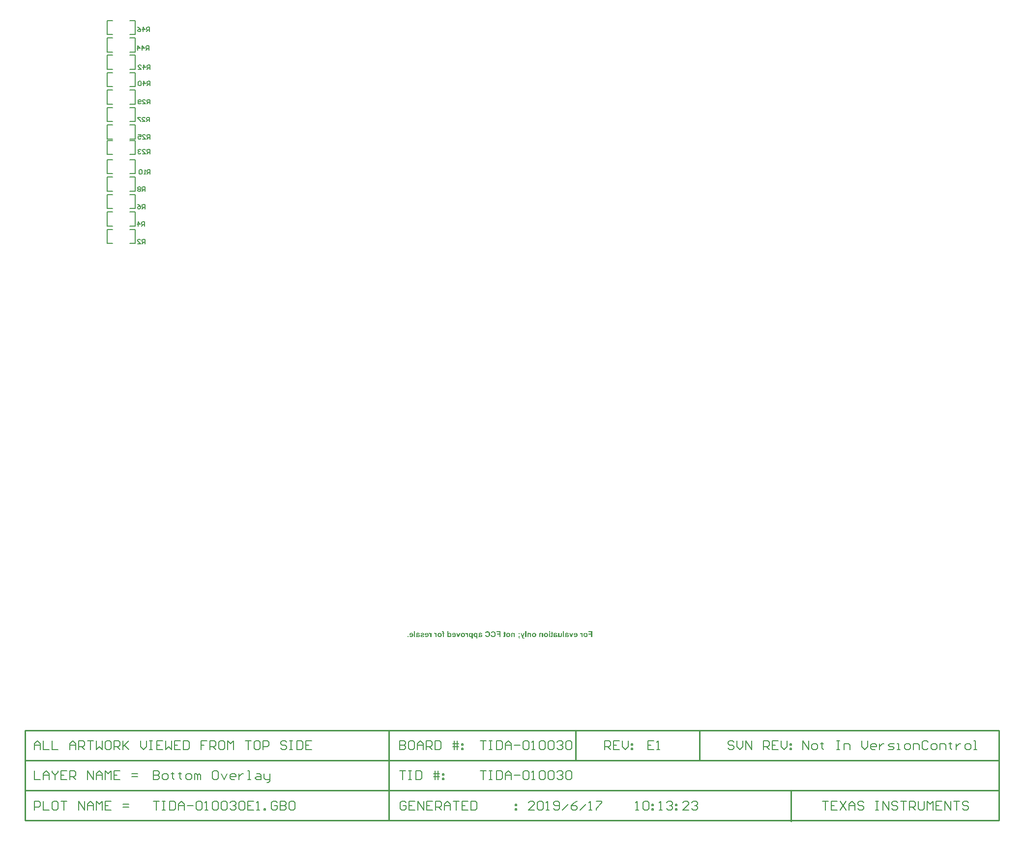
<source format=gbo>
G04 Layer_Color=9218505*
%FSAX25Y25*%
%MOIN*%
G70*
G01*
G75*
%ADD49C,0.01000*%
%ADD63C,0.00800*%
%ADD82C,0.00700*%
%ADD84C,0.00600*%
G36*
X0370595Y0167141D02*
X0370690Y0167125D01*
X0370782Y0167104D01*
X0370869Y0167071D01*
X0370948Y0167037D01*
X0371023Y0166996D01*
X0371094Y0166954D01*
X0371156Y0166908D01*
X0371215Y0166863D01*
X0371260Y0166821D01*
X0371306Y0166779D01*
X0371339Y0166746D01*
X0371369Y0166717D01*
X0371389Y0166692D01*
X0371402Y0166675D01*
X0371406Y0166671D01*
Y0167083D01*
X0372088D01*
Y0164300D01*
X0371352D01*
Y0165560D01*
Y0165644D01*
X0371348Y0165723D01*
Y0165793D01*
X0371343Y0165856D01*
X0371339Y0165914D01*
X0371335Y0165968D01*
X0371331Y0166014D01*
X0371323Y0166056D01*
X0371319Y0166089D01*
X0371314Y0166118D01*
X0371310Y0166143D01*
X0371306Y0166164D01*
X0371302Y0166180D01*
Y0166189D01*
X0371298Y0166197D01*
X0371273Y0166259D01*
X0371244Y0166313D01*
X0371210Y0166363D01*
X0371177Y0166401D01*
X0371144Y0166434D01*
X0371119Y0166455D01*
X0371102Y0166472D01*
X0371094Y0166476D01*
X0371036Y0166513D01*
X0370973Y0166538D01*
X0370915Y0166559D01*
X0370865Y0166571D01*
X0370815Y0166580D01*
X0370782Y0166584D01*
X0370749D01*
X0370695Y0166580D01*
X0370649Y0166571D01*
X0370607Y0166559D01*
X0370570Y0166546D01*
X0370541Y0166534D01*
X0370516Y0166521D01*
X0370503Y0166513D01*
X0370499Y0166509D01*
X0370462Y0166480D01*
X0370428Y0166447D01*
X0370403Y0166409D01*
X0370383Y0166376D01*
X0370366Y0166347D01*
X0370353Y0166322D01*
X0370345Y0166305D01*
Y0166301D01*
X0370337Y0166272D01*
X0370328Y0166239D01*
X0370320Y0166201D01*
X0370316Y0166155D01*
X0370308Y0166060D01*
X0370299Y0165960D01*
Y0165868D01*
X0370295Y0165827D01*
Y0165793D01*
Y0165760D01*
Y0165739D01*
Y0165723D01*
Y0165719D01*
Y0164300D01*
X0369559D01*
Y0166026D01*
Y0166143D01*
X0369567Y0166243D01*
X0369571Y0166326D01*
X0369580Y0166397D01*
X0369588Y0166451D01*
X0369592Y0166488D01*
X0369601Y0166513D01*
Y0166521D01*
X0369617Y0166584D01*
X0369642Y0166642D01*
X0369663Y0166696D01*
X0369688Y0166742D01*
X0369713Y0166779D01*
X0369729Y0166804D01*
X0369742Y0166825D01*
X0369746Y0166829D01*
X0369788Y0166879D01*
X0369838Y0166921D01*
X0369887Y0166962D01*
X0369937Y0166991D01*
X0369979Y0167021D01*
X0370017Y0167037D01*
X0370041Y0167050D01*
X0370046Y0167054D01*
X0370050D01*
X0370125Y0167083D01*
X0370204Y0167108D01*
X0370279Y0167125D01*
X0370345Y0167133D01*
X0370408Y0167141D01*
X0370453Y0167145D01*
X0370495D01*
X0370595Y0167141D01*
D02*
G37*
G36*
X0379826Y0164300D02*
X0379089D01*
Y0168140D01*
X0379826D01*
Y0164300D01*
D02*
G37*
G36*
X0381615Y0167141D02*
X0381710Y0167125D01*
X0381802Y0167104D01*
X0381889Y0167071D01*
X0381968Y0167037D01*
X0382043Y0166996D01*
X0382114Y0166954D01*
X0382176Y0166908D01*
X0382234Y0166863D01*
X0382280Y0166821D01*
X0382326Y0166779D01*
X0382359Y0166746D01*
X0382388Y0166717D01*
X0382409Y0166692D01*
X0382422Y0166675D01*
X0382426Y0166671D01*
Y0167083D01*
X0383108D01*
Y0164300D01*
X0382372D01*
Y0165560D01*
Y0165644D01*
X0382367Y0165723D01*
Y0165793D01*
X0382363Y0165856D01*
X0382359Y0165914D01*
X0382355Y0165968D01*
X0382351Y0166014D01*
X0382343Y0166056D01*
X0382338Y0166089D01*
X0382334Y0166118D01*
X0382330Y0166143D01*
X0382326Y0166164D01*
X0382322Y0166180D01*
Y0166189D01*
X0382318Y0166197D01*
X0382293Y0166259D01*
X0382263Y0166313D01*
X0382230Y0166363D01*
X0382197Y0166401D01*
X0382164Y0166434D01*
X0382139Y0166455D01*
X0382122Y0166472D01*
X0382114Y0166476D01*
X0382055Y0166513D01*
X0381993Y0166538D01*
X0381935Y0166559D01*
X0381885Y0166571D01*
X0381835Y0166580D01*
X0381802Y0166584D01*
X0381768D01*
X0381714Y0166580D01*
X0381669Y0166571D01*
X0381627Y0166559D01*
X0381590Y0166546D01*
X0381560Y0166534D01*
X0381536Y0166521D01*
X0381523Y0166513D01*
X0381519Y0166509D01*
X0381481Y0166480D01*
X0381448Y0166447D01*
X0381423Y0166409D01*
X0381402Y0166376D01*
X0381386Y0166347D01*
X0381373Y0166322D01*
X0381365Y0166305D01*
Y0166301D01*
X0381357Y0166272D01*
X0381348Y0166239D01*
X0381340Y0166201D01*
X0381336Y0166155D01*
X0381328Y0166060D01*
X0381319Y0165960D01*
Y0165868D01*
X0381315Y0165827D01*
Y0165793D01*
Y0165760D01*
Y0165739D01*
Y0165723D01*
Y0165719D01*
Y0164300D01*
X0380579D01*
Y0166026D01*
Y0166143D01*
X0380587Y0166243D01*
X0380591Y0166326D01*
X0380599Y0166397D01*
X0380608Y0166451D01*
X0380612Y0166488D01*
X0380620Y0166513D01*
Y0166521D01*
X0380637Y0166584D01*
X0380662Y0166642D01*
X0380683Y0166696D01*
X0380708Y0166742D01*
X0380733Y0166779D01*
X0380749Y0166804D01*
X0380762Y0166825D01*
X0380766Y0166829D01*
X0380807Y0166879D01*
X0380857Y0166921D01*
X0380907Y0166962D01*
X0380957Y0166991D01*
X0380999Y0167021D01*
X0381036Y0167037D01*
X0381061Y0167050D01*
X0381065Y0167054D01*
X0381070D01*
X0381144Y0167083D01*
X0381224Y0167108D01*
X0381298Y0167125D01*
X0381365Y0167133D01*
X0381427Y0167141D01*
X0381473Y0167145D01*
X0381515D01*
X0381615Y0167141D01*
D02*
G37*
G36*
X0362254Y0164300D02*
X0361480D01*
Y0165931D01*
X0359874D01*
Y0166580D01*
X0361480D01*
Y0167491D01*
X0359621D01*
Y0168140D01*
X0362254D01*
Y0164300D01*
D02*
G37*
G36*
X0317854Y0167141D02*
X0317913Y0167133D01*
X0317967Y0167116D01*
X0318017Y0167100D01*
X0318054Y0167083D01*
X0318083Y0167066D01*
X0318100Y0167058D01*
X0318108Y0167054D01*
X0318133Y0167037D01*
X0318162Y0167012D01*
X0318216Y0166958D01*
X0318266Y0166900D01*
X0318316Y0166838D01*
X0318358Y0166779D01*
X0318391Y0166729D01*
X0318403Y0166709D01*
X0318412Y0166696D01*
X0318416Y0166688D01*
X0318420Y0166684D01*
Y0167083D01*
X0319102D01*
Y0164300D01*
X0318366D01*
Y0165157D01*
Y0165286D01*
X0318362Y0165402D01*
Y0165506D01*
X0318358Y0165602D01*
X0318353Y0165689D01*
X0318349Y0165764D01*
X0318341Y0165831D01*
X0318337Y0165889D01*
X0318333Y0165939D01*
X0318324Y0165981D01*
X0318320Y0166018D01*
X0318316Y0166043D01*
X0318312Y0166064D01*
Y0166076D01*
X0318308Y0166085D01*
Y0166089D01*
X0318283Y0166168D01*
X0318254Y0166230D01*
X0318225Y0166284D01*
X0318199Y0166326D01*
X0318175Y0166359D01*
X0318154Y0166380D01*
X0318141Y0166393D01*
X0318137Y0166397D01*
X0318095Y0166426D01*
X0318050Y0166447D01*
X0318008Y0166463D01*
X0317967Y0166472D01*
X0317929Y0166480D01*
X0317900Y0166484D01*
X0317875D01*
X0317813Y0166480D01*
X0317754Y0166467D01*
X0317696Y0166447D01*
X0317642Y0166426D01*
X0317596Y0166401D01*
X0317563Y0166384D01*
X0317538Y0166367D01*
X0317530Y0166363D01*
X0317301Y0167004D01*
X0317388Y0167050D01*
X0317476Y0167087D01*
X0317559Y0167112D01*
X0317634Y0167129D01*
X0317696Y0167137D01*
X0317721Y0167141D01*
X0317746Y0167145D01*
X0317788D01*
X0317854Y0167141D01*
D02*
G37*
G36*
X0323295Y0168198D02*
X0323395Y0168185D01*
X0323483Y0168165D01*
X0323558Y0168148D01*
X0323616Y0168127D01*
X0323657Y0168106D01*
X0323674Y0168102D01*
X0323687Y0168094D01*
X0323691Y0168090D01*
X0323695D01*
X0323766Y0168048D01*
X0323824Y0168002D01*
X0323870Y0167953D01*
X0323907Y0167911D01*
X0323936Y0167869D01*
X0323953Y0167840D01*
X0323965Y0167819D01*
X0323969Y0167811D01*
X0323982Y0167778D01*
X0323994Y0167740D01*
X0324011Y0167657D01*
X0324028Y0167570D01*
X0324036Y0167487D01*
X0324040Y0167412D01*
Y0167378D01*
X0324044Y0167349D01*
Y0167324D01*
Y0167308D01*
Y0167295D01*
Y0167291D01*
Y0167083D01*
X0324452D01*
Y0166505D01*
X0324044D01*
Y0164300D01*
X0323308D01*
Y0166505D01*
X0322759D01*
Y0167083D01*
X0323308D01*
Y0167279D01*
X0323304Y0167353D01*
X0323295Y0167412D01*
X0323287Y0167462D01*
X0323275Y0167503D01*
X0323262Y0167532D01*
X0323250Y0167549D01*
X0323246Y0167561D01*
X0323241Y0167566D01*
X0323212Y0167591D01*
X0323175Y0167607D01*
X0323137Y0167624D01*
X0323100Y0167632D01*
X0323063Y0167636D01*
X0323033Y0167640D01*
X0322946D01*
X0322884Y0167632D01*
X0322825Y0167628D01*
X0322771Y0167620D01*
X0322730Y0167611D01*
X0322692Y0167603D01*
X0322672Y0167599D01*
X0322663Y0167595D01*
X0322568Y0168106D01*
X0322680Y0168140D01*
X0322792Y0168160D01*
X0322896Y0168177D01*
X0322992Y0168190D01*
X0323033Y0168194D01*
X0323071Y0168198D01*
X0323104D01*
X0323133Y0168202D01*
X0323187D01*
X0323295Y0168198D01*
D02*
G37*
G36*
X0339004Y0167141D02*
X0339062Y0167133D01*
X0339116Y0167116D01*
X0339166Y0167100D01*
X0339203Y0167083D01*
X0339232Y0167066D01*
X0339249Y0167058D01*
X0339257Y0167054D01*
X0339282Y0167037D01*
X0339312Y0167012D01*
X0339366Y0166958D01*
X0339416Y0166900D01*
X0339465Y0166838D01*
X0339507Y0166779D01*
X0339540Y0166729D01*
X0339553Y0166709D01*
X0339561Y0166696D01*
X0339565Y0166688D01*
X0339569Y0166684D01*
Y0167083D01*
X0340252D01*
Y0164300D01*
X0339515D01*
Y0165157D01*
Y0165286D01*
X0339511Y0165402D01*
Y0165506D01*
X0339507Y0165602D01*
X0339503Y0165689D01*
X0339499Y0165764D01*
X0339490Y0165831D01*
X0339486Y0165889D01*
X0339482Y0165939D01*
X0339474Y0165981D01*
X0339470Y0166018D01*
X0339465Y0166043D01*
X0339461Y0166064D01*
Y0166076D01*
X0339457Y0166085D01*
Y0166089D01*
X0339432Y0166168D01*
X0339403Y0166230D01*
X0339374Y0166284D01*
X0339349Y0166326D01*
X0339324Y0166359D01*
X0339303Y0166380D01*
X0339291Y0166393D01*
X0339287Y0166397D01*
X0339245Y0166426D01*
X0339199Y0166447D01*
X0339158Y0166463D01*
X0339116Y0166472D01*
X0339079Y0166480D01*
X0339049Y0166484D01*
X0339024D01*
X0338962Y0166480D01*
X0338904Y0166467D01*
X0338846Y0166447D01*
X0338791Y0166426D01*
X0338746Y0166401D01*
X0338713Y0166384D01*
X0338687Y0166367D01*
X0338679Y0166363D01*
X0338450Y0167004D01*
X0338538Y0167050D01*
X0338625Y0167087D01*
X0338708Y0167112D01*
X0338783Y0167129D01*
X0338846Y0167137D01*
X0338871Y0167141D01*
X0338896Y0167145D01*
X0338937D01*
X0339004Y0167141D01*
D02*
G37*
G36*
X0424500Y0164300D02*
X0423726D01*
Y0165931D01*
X0422121D01*
Y0166580D01*
X0423726D01*
Y0167491D01*
X0421867D01*
Y0168140D01*
X0424500D01*
Y0164300D01*
D02*
G37*
G36*
X0302009Y0167141D02*
X0302109Y0167129D01*
X0302200Y0167108D01*
X0302283Y0167083D01*
X0302367Y0167054D01*
X0302441Y0167021D01*
X0302512Y0166983D01*
X0302575Y0166950D01*
X0302629Y0166912D01*
X0302679Y0166875D01*
X0302724Y0166842D01*
X0302758Y0166813D01*
X0302787Y0166788D01*
X0302807Y0166767D01*
X0302820Y0166754D01*
X0302824Y0166750D01*
X0302887Y0166675D01*
X0302941Y0166592D01*
X0302991Y0166505D01*
X0303032Y0166417D01*
X0303065Y0166326D01*
X0303095Y0166234D01*
X0303119Y0166147D01*
X0303136Y0166064D01*
X0303153Y0165981D01*
X0303161Y0165910D01*
X0303169Y0165839D01*
X0303178Y0165781D01*
Y0165735D01*
X0303182Y0165698D01*
Y0165677D01*
Y0165669D01*
X0303178Y0165565D01*
X0303169Y0165461D01*
X0303157Y0165365D01*
X0303140Y0165273D01*
X0303119Y0165190D01*
X0303095Y0165111D01*
X0303070Y0165036D01*
X0303045Y0164970D01*
X0303020Y0164911D01*
X0302995Y0164857D01*
X0302970Y0164816D01*
X0302949Y0164778D01*
X0302932Y0164745D01*
X0302920Y0164724D01*
X0302911Y0164712D01*
X0302907Y0164708D01*
X0302837Y0164625D01*
X0302762Y0164554D01*
X0302679Y0164491D01*
X0302595Y0164437D01*
X0302504Y0164392D01*
X0302416Y0164354D01*
X0302329Y0164321D01*
X0302242Y0164296D01*
X0302159Y0164275D01*
X0302084Y0164263D01*
X0302013Y0164250D01*
X0301955Y0164246D01*
X0301905Y0164242D01*
X0301867Y0164238D01*
X0301834D01*
X0301751Y0164242D01*
X0301672Y0164246D01*
X0301593Y0164258D01*
X0301522Y0164271D01*
X0301455Y0164287D01*
X0301393Y0164304D01*
X0301335Y0164321D01*
X0301281Y0164342D01*
X0301235Y0164362D01*
X0301193Y0164379D01*
X0301156Y0164396D01*
X0301127Y0164412D01*
X0301102Y0164425D01*
X0301085Y0164437D01*
X0301077Y0164441D01*
X0301073Y0164446D01*
X0301019Y0164487D01*
X0300965Y0164533D01*
X0300873Y0164633D01*
X0300794Y0164733D01*
X0300732Y0164832D01*
X0300707Y0164878D01*
X0300686Y0164924D01*
X0300665Y0164961D01*
X0300648Y0164995D01*
X0300640Y0165024D01*
X0300632Y0165045D01*
X0300623Y0165057D01*
Y0165061D01*
X0301356Y0165186D01*
X0301381Y0165111D01*
X0301410Y0165049D01*
X0301439Y0164995D01*
X0301472Y0164953D01*
X0301497Y0164920D01*
X0301518Y0164895D01*
X0301535Y0164882D01*
X0301539Y0164878D01*
X0301585Y0164849D01*
X0301634Y0164824D01*
X0301680Y0164807D01*
X0301726Y0164799D01*
X0301767Y0164791D01*
X0301797Y0164787D01*
X0301826D01*
X0301871Y0164791D01*
X0301917Y0164795D01*
X0302000Y0164816D01*
X0302075Y0164845D01*
X0302138Y0164878D01*
X0302188Y0164907D01*
X0302225Y0164936D01*
X0302246Y0164957D01*
X0302250Y0164966D01*
X0302254D01*
X0302312Y0165041D01*
X0302354Y0165124D01*
X0302383Y0165211D01*
X0302404Y0165294D01*
X0302416Y0165365D01*
X0302421Y0165398D01*
X0302425Y0165427D01*
X0302429Y0165448D01*
Y0165469D01*
Y0165477D01*
Y0165481D01*
X0300586D01*
Y0165635D01*
X0300599Y0165777D01*
X0300615Y0165910D01*
X0300636Y0166035D01*
X0300661Y0166147D01*
X0300690Y0166247D01*
X0300719Y0166343D01*
X0300752Y0166426D01*
X0300786Y0166497D01*
X0300819Y0166559D01*
X0300848Y0166613D01*
X0300877Y0166659D01*
X0300898Y0166692D01*
X0300915Y0166713D01*
X0300927Y0166729D01*
X0300931Y0166734D01*
X0301002Y0166804D01*
X0301077Y0166871D01*
X0301156Y0166925D01*
X0301235Y0166971D01*
X0301318Y0167012D01*
X0301397Y0167046D01*
X0301476Y0167071D01*
X0301555Y0167095D01*
X0301626Y0167112D01*
X0301693Y0167125D01*
X0301755Y0167133D01*
X0301805Y0167137D01*
X0301851Y0167141D01*
X0301880Y0167145D01*
X0301909D01*
X0302009Y0167141D01*
D02*
G37*
G36*
X0312446D02*
X0312546Y0167129D01*
X0312638Y0167108D01*
X0312721Y0167083D01*
X0312804Y0167054D01*
X0312879Y0167021D01*
X0312950Y0166983D01*
X0313012Y0166950D01*
X0313066Y0166912D01*
X0313116Y0166875D01*
X0313162Y0166842D01*
X0313195Y0166813D01*
X0313224Y0166788D01*
X0313245Y0166767D01*
X0313257Y0166754D01*
X0313262Y0166750D01*
X0313324Y0166675D01*
X0313378Y0166592D01*
X0313428Y0166505D01*
X0313470Y0166417D01*
X0313503Y0166326D01*
X0313532Y0166234D01*
X0313557Y0166147D01*
X0313574Y0166064D01*
X0313590Y0165981D01*
X0313599Y0165910D01*
X0313607Y0165839D01*
X0313615Y0165781D01*
Y0165735D01*
X0313619Y0165698D01*
Y0165677D01*
Y0165669D01*
X0313615Y0165565D01*
X0313607Y0165461D01*
X0313594Y0165365D01*
X0313578Y0165273D01*
X0313557Y0165190D01*
X0313532Y0165111D01*
X0313507Y0165036D01*
X0313482Y0164970D01*
X0313457Y0164911D01*
X0313432Y0164857D01*
X0313407Y0164816D01*
X0313386Y0164778D01*
X0313370Y0164745D01*
X0313357Y0164724D01*
X0313349Y0164712D01*
X0313345Y0164708D01*
X0313274Y0164625D01*
X0313199Y0164554D01*
X0313116Y0164491D01*
X0313033Y0164437D01*
X0312941Y0164392D01*
X0312854Y0164354D01*
X0312767Y0164321D01*
X0312679Y0164296D01*
X0312596Y0164275D01*
X0312521Y0164263D01*
X0312450Y0164250D01*
X0312392Y0164246D01*
X0312342Y0164242D01*
X0312305Y0164238D01*
X0312271D01*
X0312188Y0164242D01*
X0312109Y0164246D01*
X0312030Y0164258D01*
X0311960Y0164271D01*
X0311893Y0164287D01*
X0311831Y0164304D01*
X0311772Y0164321D01*
X0311718Y0164342D01*
X0311672Y0164362D01*
X0311631Y0164379D01*
X0311593Y0164396D01*
X0311564Y0164412D01*
X0311539Y0164425D01*
X0311523Y0164437D01*
X0311514Y0164441D01*
X0311510Y0164446D01*
X0311456Y0164487D01*
X0311402Y0164533D01*
X0311311Y0164633D01*
X0311231Y0164733D01*
X0311169Y0164832D01*
X0311144Y0164878D01*
X0311123Y0164924D01*
X0311103Y0164961D01*
X0311086Y0164995D01*
X0311078Y0165024D01*
X0311069Y0165045D01*
X0311061Y0165057D01*
Y0165061D01*
X0311793Y0165186D01*
X0311818Y0165111D01*
X0311847Y0165049D01*
X0311876Y0164995D01*
X0311910Y0164953D01*
X0311935Y0164920D01*
X0311955Y0164895D01*
X0311972Y0164882D01*
X0311976Y0164878D01*
X0312022Y0164849D01*
X0312072Y0164824D01*
X0312118Y0164807D01*
X0312163Y0164799D01*
X0312205Y0164791D01*
X0312234Y0164787D01*
X0312263D01*
X0312309Y0164791D01*
X0312355Y0164795D01*
X0312438Y0164816D01*
X0312513Y0164845D01*
X0312575Y0164878D01*
X0312625Y0164907D01*
X0312663Y0164936D01*
X0312683Y0164957D01*
X0312687Y0164966D01*
X0312692D01*
X0312750Y0165041D01*
X0312791Y0165124D01*
X0312821Y0165211D01*
X0312841Y0165294D01*
X0312854Y0165365D01*
X0312858Y0165398D01*
X0312862Y0165427D01*
X0312866Y0165448D01*
Y0165469D01*
Y0165477D01*
Y0165481D01*
X0311023D01*
Y0165635D01*
X0311036Y0165777D01*
X0311053Y0165910D01*
X0311073Y0166035D01*
X0311098Y0166147D01*
X0311127Y0166247D01*
X0311157Y0166343D01*
X0311190Y0166426D01*
X0311223Y0166497D01*
X0311257Y0166559D01*
X0311286Y0166613D01*
X0311315Y0166659D01*
X0311335Y0166692D01*
X0311352Y0166713D01*
X0311365Y0166729D01*
X0311369Y0166734D01*
X0311439Y0166804D01*
X0311514Y0166871D01*
X0311593Y0166925D01*
X0311672Y0166971D01*
X0311756Y0167012D01*
X0311835Y0167046D01*
X0311914Y0167071D01*
X0311993Y0167095D01*
X0312064Y0167112D01*
X0312130Y0167125D01*
X0312193Y0167133D01*
X0312242Y0167137D01*
X0312288Y0167141D01*
X0312317Y0167145D01*
X0312346D01*
X0312446Y0167141D01*
D02*
G37*
G36*
X0416742D02*
X0416800Y0167133D01*
X0416854Y0167116D01*
X0416904Y0167100D01*
X0416941Y0167083D01*
X0416970Y0167066D01*
X0416987Y0167058D01*
X0416995Y0167054D01*
X0417020Y0167037D01*
X0417049Y0167012D01*
X0417103Y0166958D01*
X0417153Y0166900D01*
X0417203Y0166838D01*
X0417245Y0166779D01*
X0417278Y0166729D01*
X0417291Y0166709D01*
X0417299Y0166696D01*
X0417303Y0166688D01*
X0417307Y0166684D01*
Y0167083D01*
X0417990D01*
Y0164300D01*
X0417253D01*
Y0165157D01*
Y0165286D01*
X0417249Y0165402D01*
Y0165506D01*
X0417245Y0165602D01*
X0417241Y0165689D01*
X0417237Y0165764D01*
X0417228Y0165831D01*
X0417224Y0165889D01*
X0417220Y0165939D01*
X0417212Y0165981D01*
X0417207Y0166018D01*
X0417203Y0166043D01*
X0417199Y0166064D01*
Y0166076D01*
X0417195Y0166085D01*
Y0166089D01*
X0417170Y0166168D01*
X0417141Y0166230D01*
X0417112Y0166284D01*
X0417087Y0166326D01*
X0417062Y0166359D01*
X0417041Y0166380D01*
X0417029Y0166393D01*
X0417025Y0166397D01*
X0416983Y0166426D01*
X0416937Y0166447D01*
X0416895Y0166463D01*
X0416854Y0166472D01*
X0416817Y0166480D01*
X0416787Y0166484D01*
X0416762D01*
X0416700Y0166480D01*
X0416642Y0166467D01*
X0416583Y0166447D01*
X0416529Y0166426D01*
X0416484Y0166401D01*
X0416450Y0166384D01*
X0416425Y0166367D01*
X0416417Y0166363D01*
X0416188Y0167004D01*
X0416276Y0167050D01*
X0416363Y0167087D01*
X0416446Y0167112D01*
X0416521Y0167129D01*
X0416583Y0167137D01*
X0416608Y0167141D01*
X0416633Y0167145D01*
X0416675D01*
X0416742Y0167141D01*
D02*
G37*
G36*
X0389652D02*
X0389747Y0167125D01*
X0389839Y0167104D01*
X0389926Y0167071D01*
X0390005Y0167037D01*
X0390080Y0166996D01*
X0390151Y0166954D01*
X0390213Y0166908D01*
X0390271Y0166863D01*
X0390317Y0166821D01*
X0390363Y0166779D01*
X0390396Y0166746D01*
X0390425Y0166717D01*
X0390446Y0166692D01*
X0390459Y0166675D01*
X0390463Y0166671D01*
Y0167083D01*
X0391145D01*
Y0164300D01*
X0390409D01*
Y0165560D01*
Y0165644D01*
X0390405Y0165723D01*
Y0165793D01*
X0390401Y0165856D01*
X0390396Y0165914D01*
X0390392Y0165968D01*
X0390388Y0166014D01*
X0390380Y0166056D01*
X0390375Y0166089D01*
X0390371Y0166118D01*
X0390367Y0166143D01*
X0390363Y0166164D01*
X0390359Y0166180D01*
Y0166189D01*
X0390355Y0166197D01*
X0390330Y0166259D01*
X0390301Y0166313D01*
X0390267Y0166363D01*
X0390234Y0166401D01*
X0390201Y0166434D01*
X0390176Y0166455D01*
X0390159Y0166472D01*
X0390151Y0166476D01*
X0390093Y0166513D01*
X0390030Y0166538D01*
X0389972Y0166559D01*
X0389922Y0166571D01*
X0389872Y0166580D01*
X0389839Y0166584D01*
X0389806D01*
X0389752Y0166580D01*
X0389706Y0166571D01*
X0389664Y0166559D01*
X0389627Y0166546D01*
X0389598Y0166534D01*
X0389573Y0166521D01*
X0389560Y0166513D01*
X0389556Y0166509D01*
X0389519Y0166480D01*
X0389485Y0166447D01*
X0389460Y0166409D01*
X0389440Y0166376D01*
X0389423Y0166347D01*
X0389410Y0166322D01*
X0389402Y0166305D01*
Y0166301D01*
X0389394Y0166272D01*
X0389385Y0166239D01*
X0389377Y0166201D01*
X0389373Y0166155D01*
X0389365Y0166060D01*
X0389356Y0165960D01*
Y0165868D01*
X0389352Y0165827D01*
Y0165793D01*
Y0165760D01*
Y0165739D01*
Y0165723D01*
Y0165719D01*
Y0164300D01*
X0388616D01*
Y0166026D01*
Y0166143D01*
X0388624Y0166243D01*
X0388628Y0166326D01*
X0388637Y0166397D01*
X0388645Y0166451D01*
X0388649Y0166488D01*
X0388657Y0166513D01*
Y0166521D01*
X0388674Y0166584D01*
X0388699Y0166642D01*
X0388720Y0166696D01*
X0388745Y0166742D01*
X0388770Y0166779D01*
X0388786Y0166804D01*
X0388799Y0166825D01*
X0388803Y0166829D01*
X0388845Y0166879D01*
X0388895Y0166921D01*
X0388945Y0166962D01*
X0388994Y0166991D01*
X0389036Y0167021D01*
X0389073Y0167037D01*
X0389098Y0167050D01*
X0389103Y0167054D01*
X0389107D01*
X0389182Y0167083D01*
X0389261Y0167108D01*
X0389335Y0167125D01*
X0389402Y0167133D01*
X0389464Y0167141D01*
X0389510Y0167145D01*
X0389552D01*
X0389652Y0167141D01*
D02*
G37*
G36*
X0395900Y0164300D02*
X0395164D01*
Y0167083D01*
X0395900D01*
Y0164300D01*
D02*
G37*
G36*
X0405431D02*
X0404694D01*
Y0168140D01*
X0405431D01*
Y0164300D01*
D02*
G37*
G36*
X0321236Y0167137D02*
X0321374Y0167116D01*
X0321498Y0167087D01*
X0321557Y0167071D01*
X0321611Y0167054D01*
X0321656Y0167037D01*
X0321698Y0167021D01*
X0321736Y0167004D01*
X0321769Y0166991D01*
X0321794Y0166979D01*
X0321810Y0166971D01*
X0321823Y0166967D01*
X0321827Y0166962D01*
X0321943Y0166887D01*
X0322043Y0166804D01*
X0322131Y0166717D01*
X0322206Y0166634D01*
X0322260Y0166559D01*
X0322285Y0166526D01*
X0322301Y0166497D01*
X0322314Y0166472D01*
X0322326Y0166455D01*
X0322330Y0166442D01*
X0322335Y0166438D01*
X0322368Y0166376D01*
X0322393Y0166309D01*
X0322439Y0166184D01*
X0322468Y0166064D01*
X0322493Y0165956D01*
X0322497Y0165906D01*
X0322505Y0165864D01*
X0322509Y0165823D01*
Y0165789D01*
X0322513Y0165764D01*
Y0165744D01*
Y0165731D01*
Y0165727D01*
X0322509Y0165639D01*
X0322505Y0165556D01*
X0322497Y0165473D01*
X0322484Y0165398D01*
X0322472Y0165328D01*
X0322455Y0165261D01*
X0322439Y0165199D01*
X0322422Y0165140D01*
X0322405Y0165090D01*
X0322393Y0165045D01*
X0322376Y0165007D01*
X0322364Y0164974D01*
X0322351Y0164949D01*
X0322343Y0164932D01*
X0322335Y0164920D01*
Y0164916D01*
X0322260Y0164799D01*
X0322177Y0164695D01*
X0322089Y0164608D01*
X0322006Y0164537D01*
X0321927Y0164483D01*
X0321898Y0164458D01*
X0321869Y0164441D01*
X0321844Y0164425D01*
X0321827Y0164417D01*
X0321815Y0164412D01*
X0321810Y0164408D01*
X0321681Y0164350D01*
X0321552Y0164308D01*
X0321428Y0164279D01*
X0321315Y0164258D01*
X0321265Y0164250D01*
X0321220Y0164246D01*
X0321182Y0164242D01*
X0321149D01*
X0321120Y0164238D01*
X0321082D01*
X0320970Y0164242D01*
X0320862Y0164254D01*
X0320758Y0164275D01*
X0320662Y0164304D01*
X0320571Y0164333D01*
X0320487Y0164367D01*
X0320409Y0164404D01*
X0320338Y0164446D01*
X0320275Y0164483D01*
X0320221Y0164521D01*
X0320171Y0164554D01*
X0320134Y0164587D01*
X0320101Y0164612D01*
X0320076Y0164633D01*
X0320063Y0164645D01*
X0320059Y0164649D01*
X0319988Y0164728D01*
X0319926Y0164816D01*
X0319872Y0164899D01*
X0319822Y0164991D01*
X0319784Y0165078D01*
X0319751Y0165165D01*
X0319722Y0165249D01*
X0319701Y0165332D01*
X0319685Y0165407D01*
X0319672Y0165477D01*
X0319664Y0165540D01*
X0319655Y0165594D01*
Y0165635D01*
X0319651Y0165669D01*
Y0165689D01*
Y0165698D01*
X0319655Y0165814D01*
X0319668Y0165922D01*
X0319689Y0166026D01*
X0319714Y0166122D01*
X0319743Y0166214D01*
X0319780Y0166301D01*
X0319814Y0166380D01*
X0319851Y0166451D01*
X0319893Y0166513D01*
X0319926Y0166571D01*
X0319959Y0166617D01*
X0319992Y0166659D01*
X0320017Y0166692D01*
X0320038Y0166713D01*
X0320051Y0166729D01*
X0320055Y0166734D01*
X0320134Y0166804D01*
X0320213Y0166871D01*
X0320300Y0166925D01*
X0320388Y0166971D01*
X0320471Y0167012D01*
X0320558Y0167046D01*
X0320641Y0167071D01*
X0320721Y0167095D01*
X0320795Y0167112D01*
X0320866Y0167125D01*
X0320929Y0167133D01*
X0320983Y0167137D01*
X0321024Y0167141D01*
X0321057Y0167145D01*
X0321161D01*
X0321236Y0167137D01*
D02*
G37*
G36*
X0327081Y0166754D02*
X0327148Y0166825D01*
X0327214Y0166883D01*
X0327281Y0166937D01*
X0327351Y0166979D01*
X0327418Y0167016D01*
X0327485Y0167050D01*
X0327551Y0167075D01*
X0327614Y0167095D01*
X0327672Y0167112D01*
X0327722Y0167125D01*
X0327767Y0167133D01*
X0327809Y0167141D01*
X0327842D01*
X0327867Y0167145D01*
X0327888D01*
X0327980Y0167141D01*
X0328071Y0167129D01*
X0328154Y0167112D01*
X0328233Y0167087D01*
X0328308Y0167058D01*
X0328375Y0167029D01*
X0328441Y0166996D01*
X0328500Y0166962D01*
X0328550Y0166925D01*
X0328595Y0166892D01*
X0328637Y0166863D01*
X0328670Y0166833D01*
X0328695Y0166808D01*
X0328712Y0166792D01*
X0328724Y0166779D01*
X0328729Y0166775D01*
X0328787Y0166704D01*
X0328837Y0166625D01*
X0328882Y0166542D01*
X0328920Y0166455D01*
X0328949Y0166363D01*
X0328978Y0166276D01*
X0328999Y0166189D01*
X0329015Y0166101D01*
X0329028Y0166022D01*
X0329041Y0165943D01*
X0329049Y0165877D01*
X0329053Y0165818D01*
Y0165769D01*
X0329057Y0165735D01*
Y0165710D01*
Y0165702D01*
X0329053Y0165577D01*
X0329041Y0165456D01*
X0329024Y0165344D01*
X0329003Y0165240D01*
X0328978Y0165145D01*
X0328949Y0165053D01*
X0328920Y0164974D01*
X0328887Y0164899D01*
X0328853Y0164837D01*
X0328824Y0164778D01*
X0328795Y0164733D01*
X0328770Y0164691D01*
X0328749Y0164662D01*
X0328729Y0164637D01*
X0328720Y0164625D01*
X0328716Y0164620D01*
X0328649Y0164554D01*
X0328583Y0164496D01*
X0328512Y0164441D01*
X0328446Y0164400D01*
X0328375Y0164362D01*
X0328308Y0164329D01*
X0328242Y0164304D01*
X0328179Y0164287D01*
X0328121Y0164271D01*
X0328067Y0164258D01*
X0328017Y0164250D01*
X0327976Y0164242D01*
X0327942D01*
X0327917Y0164238D01*
X0327896D01*
X0327809Y0164242D01*
X0327726Y0164254D01*
X0327647Y0164275D01*
X0327576Y0164296D01*
X0327518Y0164313D01*
X0327472Y0164333D01*
X0327455Y0164342D01*
X0327439Y0164346D01*
X0327435Y0164350D01*
X0327431D01*
X0327347Y0164400D01*
X0327268Y0164454D01*
X0327202Y0164516D01*
X0327139Y0164575D01*
X0327094Y0164625D01*
X0327056Y0164670D01*
X0327044Y0164683D01*
X0327035Y0164695D01*
X0327027Y0164704D01*
Y0164300D01*
X0326345D01*
Y0168140D01*
X0327081D01*
Y0166754D01*
D02*
G37*
G36*
X0337023Y0167137D02*
X0337161Y0167116D01*
X0337286Y0167087D01*
X0337344Y0167071D01*
X0337398Y0167054D01*
X0337444Y0167037D01*
X0337485Y0167021D01*
X0337523Y0167004D01*
X0337556Y0166991D01*
X0337581Y0166979D01*
X0337598Y0166971D01*
X0337610Y0166967D01*
X0337614Y0166962D01*
X0337731Y0166887D01*
X0337831Y0166804D01*
X0337918Y0166717D01*
X0337993Y0166634D01*
X0338047Y0166559D01*
X0338072Y0166526D01*
X0338088Y0166497D01*
X0338101Y0166472D01*
X0338113Y0166455D01*
X0338118Y0166442D01*
X0338122Y0166438D01*
X0338155Y0166376D01*
X0338180Y0166309D01*
X0338226Y0166184D01*
X0338255Y0166064D01*
X0338280Y0165956D01*
X0338284Y0165906D01*
X0338292Y0165864D01*
X0338297Y0165823D01*
Y0165789D01*
X0338301Y0165764D01*
Y0165744D01*
Y0165731D01*
Y0165727D01*
X0338297Y0165639D01*
X0338292Y0165556D01*
X0338284Y0165473D01*
X0338271Y0165398D01*
X0338259Y0165328D01*
X0338242Y0165261D01*
X0338226Y0165199D01*
X0338209Y0165140D01*
X0338193Y0165090D01*
X0338180Y0165045D01*
X0338163Y0165007D01*
X0338151Y0164974D01*
X0338138Y0164949D01*
X0338130Y0164932D01*
X0338122Y0164920D01*
Y0164916D01*
X0338047Y0164799D01*
X0337964Y0164695D01*
X0337876Y0164608D01*
X0337793Y0164537D01*
X0337714Y0164483D01*
X0337685Y0164458D01*
X0337656Y0164441D01*
X0337631Y0164425D01*
X0337614Y0164417D01*
X0337602Y0164412D01*
X0337598Y0164408D01*
X0337469Y0164350D01*
X0337340Y0164308D01*
X0337215Y0164279D01*
X0337103Y0164258D01*
X0337053Y0164250D01*
X0337007Y0164246D01*
X0336969Y0164242D01*
X0336936D01*
X0336907Y0164238D01*
X0336870D01*
X0336757Y0164242D01*
X0336649Y0164254D01*
X0336545Y0164275D01*
X0336449Y0164304D01*
X0336358Y0164333D01*
X0336275Y0164367D01*
X0336196Y0164404D01*
X0336125Y0164446D01*
X0336063Y0164483D01*
X0336009Y0164521D01*
X0335959Y0164554D01*
X0335921Y0164587D01*
X0335888Y0164612D01*
X0335863Y0164633D01*
X0335850Y0164645D01*
X0335846Y0164649D01*
X0335775Y0164728D01*
X0335713Y0164816D01*
X0335659Y0164899D01*
X0335609Y0164991D01*
X0335572Y0165078D01*
X0335538Y0165165D01*
X0335509Y0165249D01*
X0335489Y0165332D01*
X0335472Y0165407D01*
X0335459Y0165477D01*
X0335451Y0165540D01*
X0335443Y0165594D01*
Y0165635D01*
X0335439Y0165669D01*
Y0165689D01*
Y0165698D01*
X0335443Y0165814D01*
X0335455Y0165922D01*
X0335476Y0166026D01*
X0335501Y0166122D01*
X0335530Y0166214D01*
X0335567Y0166301D01*
X0335601Y0166380D01*
X0335638Y0166451D01*
X0335680Y0166513D01*
X0335713Y0166571D01*
X0335746Y0166617D01*
X0335780Y0166659D01*
X0335805Y0166692D01*
X0335825Y0166713D01*
X0335838Y0166729D01*
X0335842Y0166734D01*
X0335921Y0166804D01*
X0336000Y0166871D01*
X0336087Y0166925D01*
X0336175Y0166971D01*
X0336258Y0167012D01*
X0336345Y0167046D01*
X0336429Y0167071D01*
X0336508Y0167095D01*
X0336583Y0167112D01*
X0336653Y0167125D01*
X0336716Y0167133D01*
X0336770Y0167137D01*
X0336811Y0167141D01*
X0336845Y0167145D01*
X0336949D01*
X0337023Y0167137D01*
D02*
G37*
G36*
X0309522Y0167141D02*
X0309622Y0167133D01*
X0309717Y0167121D01*
X0309805Y0167108D01*
X0309884Y0167087D01*
X0309954Y0167066D01*
X0310021Y0167046D01*
X0310079Y0167021D01*
X0310129Y0166996D01*
X0310175Y0166975D01*
X0310212Y0166954D01*
X0310241Y0166933D01*
X0310266Y0166921D01*
X0310283Y0166908D01*
X0310291Y0166900D01*
X0310296Y0166896D01*
X0310345Y0166850D01*
X0310387Y0166800D01*
X0310424Y0166750D01*
X0310458Y0166696D01*
X0310487Y0166646D01*
X0310508Y0166596D01*
X0310541Y0166501D01*
X0310553Y0166455D01*
X0310562Y0166417D01*
X0310570Y0166380D01*
X0310574Y0166351D01*
X0310578Y0166322D01*
Y0166305D01*
Y0166293D01*
Y0166288D01*
X0310574Y0166218D01*
X0310566Y0166147D01*
X0310549Y0166085D01*
X0310528Y0166022D01*
X0310504Y0165968D01*
X0310474Y0165914D01*
X0310445Y0165868D01*
X0310412Y0165827D01*
X0310383Y0165789D01*
X0310354Y0165756D01*
X0310325Y0165727D01*
X0310300Y0165706D01*
X0310279Y0165689D01*
X0310262Y0165677D01*
X0310254Y0165669D01*
X0310250Y0165665D01*
X0310200Y0165635D01*
X0310133Y0165602D01*
X0310058Y0165573D01*
X0309975Y0165540D01*
X0309884Y0165511D01*
X0309788Y0165481D01*
X0309601Y0165423D01*
X0309505Y0165398D01*
X0309418Y0165377D01*
X0309339Y0165357D01*
X0309268Y0165340D01*
X0309210Y0165328D01*
X0309164Y0165315D01*
X0309147Y0165311D01*
X0309135D01*
X0309131Y0165307D01*
X0309127D01*
X0309060Y0165290D01*
X0309006Y0165273D01*
X0308964Y0165257D01*
X0308931Y0165240D01*
X0308910Y0165228D01*
X0308894Y0165215D01*
X0308885Y0165211D01*
X0308881Y0165207D01*
X0308864Y0165186D01*
X0308848Y0165161D01*
X0308835Y0165120D01*
X0308831Y0165099D01*
X0308827Y0165082D01*
Y0165074D01*
Y0165070D01*
X0308831Y0165024D01*
X0308844Y0164986D01*
X0308860Y0164953D01*
X0308877Y0164924D01*
X0308894Y0164903D01*
X0308910Y0164887D01*
X0308923Y0164878D01*
X0308927Y0164874D01*
X0308985Y0164841D01*
X0309052Y0164816D01*
X0309122Y0164795D01*
X0309193Y0164783D01*
X0309256Y0164774D01*
X0309285D01*
X0309310Y0164770D01*
X0309355D01*
X0309447Y0164774D01*
X0309526Y0164787D01*
X0309597Y0164803D01*
X0309655Y0164824D01*
X0309701Y0164845D01*
X0309734Y0164862D01*
X0309751Y0164874D01*
X0309759Y0164878D01*
X0309809Y0164924D01*
X0309846Y0164974D01*
X0309879Y0165028D01*
X0309905Y0165082D01*
X0309925Y0165128D01*
X0309938Y0165169D01*
X0309942Y0165194D01*
X0309946Y0165199D01*
Y0165203D01*
X0310682Y0165090D01*
X0310662Y0165020D01*
X0310637Y0164949D01*
X0310608Y0164887D01*
X0310574Y0164828D01*
X0310537Y0164770D01*
X0310504Y0164720D01*
X0310466Y0164674D01*
X0310429Y0164629D01*
X0310395Y0164591D01*
X0310362Y0164558D01*
X0310333Y0164533D01*
X0310308Y0164508D01*
X0310283Y0164491D01*
X0310266Y0164479D01*
X0310258Y0164471D01*
X0310254Y0164466D01*
X0310187Y0164425D01*
X0310121Y0164392D01*
X0310046Y0164362D01*
X0309971Y0164333D01*
X0309821Y0164292D01*
X0309676Y0164267D01*
X0309609Y0164258D01*
X0309551Y0164250D01*
X0309493Y0164246D01*
X0309447Y0164242D01*
X0309405Y0164238D01*
X0309351D01*
X0309239Y0164242D01*
X0309131Y0164250D01*
X0309031Y0164263D01*
X0308939Y0164279D01*
X0308856Y0164300D01*
X0308777Y0164325D01*
X0308706Y0164350D01*
X0308644Y0164375D01*
X0308590Y0164400D01*
X0308540Y0164425D01*
X0308498Y0164450D01*
X0308465Y0164471D01*
X0308440Y0164487D01*
X0308423Y0164500D01*
X0308411Y0164508D01*
X0308407Y0164512D01*
X0308349Y0164566D01*
X0308303Y0164620D01*
X0308257Y0164674D01*
X0308220Y0164733D01*
X0308191Y0164787D01*
X0308166Y0164841D01*
X0308145Y0164895D01*
X0308128Y0164945D01*
X0308112Y0164991D01*
X0308103Y0165032D01*
X0308095Y0165074D01*
X0308091Y0165107D01*
X0308087Y0165132D01*
Y0165153D01*
Y0165165D01*
Y0165169D01*
X0308091Y0165232D01*
X0308095Y0165294D01*
X0308124Y0165402D01*
X0308161Y0165494D01*
X0308203Y0165573D01*
X0308224Y0165606D01*
X0308245Y0165635D01*
X0308265Y0165660D01*
X0308282Y0165677D01*
X0308299Y0165694D01*
X0308311Y0165706D01*
X0308315Y0165710D01*
X0308319Y0165714D01*
X0308365Y0165752D01*
X0308423Y0165785D01*
X0308482Y0165818D01*
X0308544Y0165848D01*
X0308681Y0165906D01*
X0308815Y0165952D01*
X0308881Y0165972D01*
X0308939Y0165989D01*
X0308998Y0166006D01*
X0309043Y0166018D01*
X0309085Y0166031D01*
X0309114Y0166039D01*
X0309131Y0166043D01*
X0309139D01*
X0309243Y0166068D01*
X0309339Y0166089D01*
X0309422Y0166114D01*
X0309493Y0166130D01*
X0309559Y0166151D01*
X0309613Y0166168D01*
X0309663Y0166184D01*
X0309701Y0166197D01*
X0309734Y0166209D01*
X0309763Y0166222D01*
X0309784Y0166230D01*
X0309801Y0166239D01*
X0309813Y0166243D01*
X0309821Y0166247D01*
X0309825Y0166251D01*
X0309850Y0166272D01*
X0309867Y0166297D01*
X0309879Y0166318D01*
X0309888Y0166338D01*
X0309892Y0166355D01*
X0309896Y0166372D01*
Y0166380D01*
Y0166384D01*
X0309892Y0166417D01*
X0309884Y0166447D01*
X0309871Y0166472D01*
X0309855Y0166492D01*
X0309838Y0166509D01*
X0309825Y0166526D01*
X0309817Y0166530D01*
X0309813Y0166534D01*
X0309759Y0166563D01*
X0309697Y0166584D01*
X0309626Y0166596D01*
X0309559Y0166609D01*
X0309497Y0166613D01*
X0309447Y0166617D01*
X0309401D01*
X0309322Y0166613D01*
X0309247Y0166605D01*
X0309189Y0166588D01*
X0309139Y0166576D01*
X0309097Y0166559D01*
X0309072Y0166542D01*
X0309052Y0166534D01*
X0309048Y0166530D01*
X0309006Y0166492D01*
X0308968Y0166455D01*
X0308939Y0166413D01*
X0308914Y0166372D01*
X0308898Y0166334D01*
X0308885Y0166305D01*
X0308877Y0166288D01*
Y0166280D01*
X0308182Y0166409D01*
X0308228Y0166538D01*
X0308257Y0166596D01*
X0308286Y0166646D01*
X0308319Y0166696D01*
X0308353Y0166742D01*
X0308386Y0166783D01*
X0308415Y0166821D01*
X0308449Y0166850D01*
X0308473Y0166879D01*
X0308503Y0166904D01*
X0308523Y0166925D01*
X0308544Y0166937D01*
X0308557Y0166950D01*
X0308565Y0166958D01*
X0308569D01*
X0308623Y0166991D01*
X0308686Y0167021D01*
X0308748Y0167046D01*
X0308819Y0167066D01*
X0308956Y0167100D01*
X0309093Y0167121D01*
X0309160Y0167129D01*
X0309218Y0167137D01*
X0309272Y0167141D01*
X0309322D01*
X0309360Y0167145D01*
X0309414D01*
X0309522Y0167141D01*
D02*
G37*
G36*
X0342065D02*
X0342161Y0167125D01*
X0342249Y0167104D01*
X0342323Y0167079D01*
X0342386Y0167054D01*
X0342411Y0167041D01*
X0342431Y0167033D01*
X0342448Y0167025D01*
X0342461Y0167016D01*
X0342469Y0167012D01*
X0342473D01*
X0342552Y0166962D01*
X0342623Y0166904D01*
X0342685Y0166846D01*
X0342735Y0166792D01*
X0342777Y0166746D01*
X0342806Y0166704D01*
X0342823Y0166680D01*
X0342831Y0166675D01*
Y0167083D01*
X0343517D01*
Y0163243D01*
X0342781D01*
Y0164641D01*
X0342706Y0164566D01*
X0342635Y0164500D01*
X0342569Y0164446D01*
X0342511Y0164404D01*
X0342461Y0164371D01*
X0342423Y0164346D01*
X0342398Y0164333D01*
X0342390Y0164329D01*
X0342319Y0164300D01*
X0342244Y0164275D01*
X0342174Y0164258D01*
X0342111Y0164250D01*
X0342053Y0164242D01*
X0342007Y0164238D01*
X0341970D01*
X0341878Y0164242D01*
X0341795Y0164254D01*
X0341712Y0164275D01*
X0341637Y0164296D01*
X0341562Y0164325D01*
X0341495Y0164358D01*
X0341429Y0164392D01*
X0341375Y0164429D01*
X0341321Y0164466D01*
X0341275Y0164500D01*
X0341238Y0164533D01*
X0341204Y0164562D01*
X0341175Y0164587D01*
X0341159Y0164604D01*
X0341146Y0164616D01*
X0341142Y0164620D01*
X0341084Y0164695D01*
X0341030Y0164778D01*
X0340984Y0164866D01*
X0340946Y0164953D01*
X0340913Y0165045D01*
X0340884Y0165132D01*
X0340863Y0165224D01*
X0340842Y0165307D01*
X0340830Y0165390D01*
X0340817Y0165465D01*
X0340809Y0165531D01*
X0340805Y0165590D01*
Y0165639D01*
X0340801Y0165677D01*
Y0165698D01*
Y0165706D01*
X0340805Y0165831D01*
X0340813Y0165947D01*
X0340834Y0166056D01*
X0340855Y0166155D01*
X0340880Y0166251D01*
X0340909Y0166338D01*
X0340938Y0166417D01*
X0340971Y0166488D01*
X0341005Y0166551D01*
X0341034Y0166609D01*
X0341063Y0166655D01*
X0341088Y0166692D01*
X0341109Y0166725D01*
X0341125Y0166746D01*
X0341138Y0166759D01*
X0341142Y0166763D01*
X0341209Y0166829D01*
X0341275Y0166887D01*
X0341342Y0166942D01*
X0341412Y0166983D01*
X0341483Y0167021D01*
X0341550Y0167054D01*
X0341616Y0167079D01*
X0341679Y0167100D01*
X0341741Y0167112D01*
X0341795Y0167125D01*
X0341841Y0167133D01*
X0341882Y0167141D01*
X0341920D01*
X0341945Y0167145D01*
X0341966D01*
X0342065Y0167141D01*
D02*
G37*
G36*
X0345339D02*
X0345435Y0167125D01*
X0345522Y0167104D01*
X0345597Y0167079D01*
X0345660Y0167054D01*
X0345685Y0167041D01*
X0345705Y0167033D01*
X0345722Y0167025D01*
X0345735Y0167016D01*
X0345743Y0167012D01*
X0345747D01*
X0345826Y0166962D01*
X0345897Y0166904D01*
X0345959Y0166846D01*
X0346009Y0166792D01*
X0346051Y0166746D01*
X0346080Y0166704D01*
X0346096Y0166680D01*
X0346105Y0166675D01*
Y0167083D01*
X0346791D01*
Y0163243D01*
X0346055D01*
Y0164641D01*
X0345980Y0164566D01*
X0345909Y0164500D01*
X0345843Y0164446D01*
X0345784Y0164404D01*
X0345735Y0164371D01*
X0345697Y0164346D01*
X0345672Y0164333D01*
X0345664Y0164329D01*
X0345593Y0164300D01*
X0345518Y0164275D01*
X0345447Y0164258D01*
X0345385Y0164250D01*
X0345327Y0164242D01*
X0345281Y0164238D01*
X0345244D01*
X0345152Y0164242D01*
X0345069Y0164254D01*
X0344986Y0164275D01*
X0344911Y0164296D01*
X0344836Y0164325D01*
X0344769Y0164358D01*
X0344703Y0164392D01*
X0344649Y0164429D01*
X0344595Y0164466D01*
X0344549Y0164500D01*
X0344512Y0164533D01*
X0344478Y0164562D01*
X0344449Y0164587D01*
X0344432Y0164604D01*
X0344420Y0164616D01*
X0344416Y0164620D01*
X0344358Y0164695D01*
X0344303Y0164778D01*
X0344258Y0164866D01*
X0344220Y0164953D01*
X0344187Y0165045D01*
X0344158Y0165132D01*
X0344137Y0165224D01*
X0344116Y0165307D01*
X0344104Y0165390D01*
X0344091Y0165465D01*
X0344083Y0165531D01*
X0344079Y0165590D01*
Y0165639D01*
X0344075Y0165677D01*
Y0165698D01*
Y0165706D01*
X0344079Y0165831D01*
X0344087Y0165947D01*
X0344108Y0166056D01*
X0344129Y0166155D01*
X0344154Y0166251D01*
X0344183Y0166338D01*
X0344212Y0166417D01*
X0344245Y0166488D01*
X0344279Y0166551D01*
X0344308Y0166609D01*
X0344337Y0166655D01*
X0344362Y0166692D01*
X0344383Y0166725D01*
X0344399Y0166746D01*
X0344412Y0166759D01*
X0344416Y0166763D01*
X0344482Y0166829D01*
X0344549Y0166887D01*
X0344616Y0166942D01*
X0344686Y0166983D01*
X0344757Y0167021D01*
X0344824Y0167054D01*
X0344890Y0167079D01*
X0344953Y0167100D01*
X0345015Y0167112D01*
X0345069Y0167125D01*
X0345115Y0167133D01*
X0345156Y0167141D01*
X0345194D01*
X0345219Y0167145D01*
X0345239D01*
X0345339Y0167141D01*
D02*
G37*
G36*
X0375237Y0164300D02*
X0374880D01*
X0374888Y0164225D01*
X0374900Y0164154D01*
X0374917Y0164096D01*
X0374934Y0164046D01*
X0374954Y0164009D01*
X0374967Y0163980D01*
X0374979Y0163959D01*
X0374984Y0163955D01*
X0375025Y0163909D01*
X0375071Y0163867D01*
X0375121Y0163830D01*
X0375175Y0163801D01*
X0375221Y0163776D01*
X0375258Y0163759D01*
X0375287Y0163751D01*
X0375291Y0163747D01*
X0375295D01*
X0375154Y0163443D01*
X0375071Y0163476D01*
X0374992Y0163518D01*
X0374925Y0163555D01*
X0374871Y0163593D01*
X0374825Y0163626D01*
X0374792Y0163651D01*
X0374776Y0163668D01*
X0374767Y0163676D01*
X0374713Y0163734D01*
X0374672Y0163788D01*
X0374634Y0163847D01*
X0374605Y0163897D01*
X0374584Y0163942D01*
X0374572Y0163976D01*
X0374563Y0164000D01*
X0374559Y0164009D01*
X0374538Y0164084D01*
X0374526Y0164163D01*
X0374513Y0164246D01*
X0374509Y0164329D01*
X0374505Y0164400D01*
X0374501Y0164429D01*
Y0164454D01*
Y0164479D01*
Y0164496D01*
Y0164504D01*
Y0164508D01*
Y0165036D01*
X0375237D01*
Y0164300D01*
D02*
G37*
G36*
X0299987D02*
X0299251D01*
Y0165036D01*
X0299987D01*
Y0164300D01*
D02*
G37*
G36*
X0304455D02*
X0303719D01*
Y0168140D01*
X0304455D01*
Y0164300D01*
D02*
G37*
G36*
X0314277Y0167141D02*
X0314335Y0167133D01*
X0314389Y0167116D01*
X0314439Y0167100D01*
X0314476Y0167083D01*
X0314505Y0167066D01*
X0314522Y0167058D01*
X0314530Y0167054D01*
X0314555Y0167037D01*
X0314584Y0167012D01*
X0314639Y0166958D01*
X0314688Y0166900D01*
X0314738Y0166838D01*
X0314780Y0166779D01*
X0314813Y0166729D01*
X0314826Y0166709D01*
X0314834Y0166696D01*
X0314838Y0166688D01*
X0314842Y0166684D01*
Y0167083D01*
X0315525D01*
Y0164300D01*
X0314788D01*
Y0165157D01*
Y0165286D01*
X0314784Y0165402D01*
Y0165506D01*
X0314780Y0165602D01*
X0314776Y0165689D01*
X0314772Y0165764D01*
X0314763Y0165831D01*
X0314759Y0165889D01*
X0314755Y0165939D01*
X0314747Y0165981D01*
X0314743Y0166018D01*
X0314738Y0166043D01*
X0314734Y0166064D01*
Y0166076D01*
X0314730Y0166085D01*
Y0166089D01*
X0314705Y0166168D01*
X0314676Y0166230D01*
X0314647Y0166284D01*
X0314622Y0166326D01*
X0314597Y0166359D01*
X0314576Y0166380D01*
X0314564Y0166393D01*
X0314560Y0166397D01*
X0314518Y0166426D01*
X0314472Y0166447D01*
X0314431Y0166463D01*
X0314389Y0166472D01*
X0314352Y0166480D01*
X0314322Y0166484D01*
X0314297D01*
X0314235Y0166480D01*
X0314177Y0166467D01*
X0314119Y0166447D01*
X0314065Y0166426D01*
X0314019Y0166401D01*
X0313985Y0166384D01*
X0313961Y0166367D01*
X0313952Y0166363D01*
X0313723Y0167004D01*
X0313811Y0167050D01*
X0313898Y0167087D01*
X0313981Y0167112D01*
X0314056Y0167129D01*
X0314119Y0167137D01*
X0314143Y0167141D01*
X0314169Y0167145D01*
X0314210D01*
X0314277Y0167141D01*
D02*
G37*
G36*
X0420124Y0167137D02*
X0420261Y0167116D01*
X0420386Y0167087D01*
X0420444Y0167071D01*
X0420498Y0167054D01*
X0420544Y0167037D01*
X0420585Y0167021D01*
X0420623Y0167004D01*
X0420656Y0166991D01*
X0420681Y0166979D01*
X0420698Y0166971D01*
X0420710Y0166967D01*
X0420714Y0166962D01*
X0420831Y0166887D01*
X0420931Y0166804D01*
X0421018Y0166717D01*
X0421093Y0166634D01*
X0421147Y0166559D01*
X0421172Y0166526D01*
X0421189Y0166497D01*
X0421201Y0166472D01*
X0421214Y0166455D01*
X0421218Y0166442D01*
X0421222Y0166438D01*
X0421255Y0166376D01*
X0421280Y0166309D01*
X0421326Y0166184D01*
X0421355Y0166064D01*
X0421380Y0165956D01*
X0421384Y0165906D01*
X0421392Y0165864D01*
X0421397Y0165823D01*
Y0165789D01*
X0421401Y0165764D01*
Y0165744D01*
Y0165731D01*
Y0165727D01*
X0421397Y0165639D01*
X0421392Y0165556D01*
X0421384Y0165473D01*
X0421372Y0165398D01*
X0421359Y0165328D01*
X0421343Y0165261D01*
X0421326Y0165199D01*
X0421309Y0165140D01*
X0421293Y0165090D01*
X0421280Y0165045D01*
X0421264Y0165007D01*
X0421251Y0164974D01*
X0421239Y0164949D01*
X0421230Y0164932D01*
X0421222Y0164920D01*
Y0164916D01*
X0421147Y0164799D01*
X0421064Y0164695D01*
X0420976Y0164608D01*
X0420893Y0164537D01*
X0420814Y0164483D01*
X0420785Y0164458D01*
X0420756Y0164441D01*
X0420731Y0164425D01*
X0420714Y0164417D01*
X0420702Y0164412D01*
X0420698Y0164408D01*
X0420569Y0164350D01*
X0420440Y0164308D01*
X0420315Y0164279D01*
X0420203Y0164258D01*
X0420153Y0164250D01*
X0420107Y0164246D01*
X0420070Y0164242D01*
X0420036D01*
X0420007Y0164238D01*
X0419970D01*
X0419857Y0164242D01*
X0419749Y0164254D01*
X0419645Y0164275D01*
X0419550Y0164304D01*
X0419458Y0164333D01*
X0419375Y0164367D01*
X0419296Y0164404D01*
X0419225Y0164446D01*
X0419163Y0164483D01*
X0419109Y0164521D01*
X0419059Y0164554D01*
X0419021Y0164587D01*
X0418988Y0164612D01*
X0418963Y0164633D01*
X0418951Y0164645D01*
X0418946Y0164649D01*
X0418876Y0164728D01*
X0418813Y0164816D01*
X0418759Y0164899D01*
X0418709Y0164991D01*
X0418672Y0165078D01*
X0418639Y0165165D01*
X0418609Y0165249D01*
X0418589Y0165332D01*
X0418572Y0165407D01*
X0418560Y0165477D01*
X0418551Y0165540D01*
X0418543Y0165594D01*
Y0165635D01*
X0418539Y0165669D01*
Y0165689D01*
Y0165698D01*
X0418543Y0165814D01*
X0418555Y0165922D01*
X0418576Y0166026D01*
X0418601Y0166122D01*
X0418630Y0166214D01*
X0418668Y0166301D01*
X0418701Y0166380D01*
X0418738Y0166451D01*
X0418780Y0166513D01*
X0418813Y0166571D01*
X0418847Y0166617D01*
X0418880Y0166659D01*
X0418905Y0166692D01*
X0418926Y0166713D01*
X0418938Y0166729D01*
X0418942Y0166734D01*
X0419021Y0166804D01*
X0419100Y0166871D01*
X0419188Y0166925D01*
X0419275Y0166971D01*
X0419358Y0167012D01*
X0419446Y0167046D01*
X0419529Y0167071D01*
X0419608Y0167095D01*
X0419683Y0167112D01*
X0419753Y0167125D01*
X0419816Y0167133D01*
X0419870Y0167137D01*
X0419911Y0167141D01*
X0419945Y0167145D01*
X0420049D01*
X0420124Y0167137D01*
D02*
G37*
G36*
X0367699D02*
X0367837Y0167116D01*
X0367961Y0167087D01*
X0368020Y0167071D01*
X0368074Y0167054D01*
X0368120Y0167037D01*
X0368161Y0167021D01*
X0368199Y0167004D01*
X0368232Y0166991D01*
X0368257Y0166979D01*
X0368273Y0166971D01*
X0368286Y0166967D01*
X0368290Y0166962D01*
X0368407Y0166887D01*
X0368506Y0166804D01*
X0368594Y0166717D01*
X0368669Y0166634D01*
X0368723Y0166559D01*
X0368748Y0166526D01*
X0368764Y0166497D01*
X0368777Y0166472D01*
X0368789Y0166455D01*
X0368793Y0166442D01*
X0368798Y0166438D01*
X0368831Y0166376D01*
X0368856Y0166309D01*
X0368902Y0166184D01*
X0368931Y0166064D01*
X0368956Y0165956D01*
X0368960Y0165906D01*
X0368968Y0165864D01*
X0368972Y0165823D01*
Y0165789D01*
X0368976Y0165764D01*
Y0165744D01*
Y0165731D01*
Y0165727D01*
X0368972Y0165639D01*
X0368968Y0165556D01*
X0368960Y0165473D01*
X0368947Y0165398D01*
X0368935Y0165328D01*
X0368918Y0165261D01*
X0368902Y0165199D01*
X0368885Y0165140D01*
X0368868Y0165090D01*
X0368856Y0165045D01*
X0368839Y0165007D01*
X0368827Y0164974D01*
X0368814Y0164949D01*
X0368806Y0164932D01*
X0368798Y0164920D01*
Y0164916D01*
X0368723Y0164799D01*
X0368639Y0164695D01*
X0368552Y0164608D01*
X0368469Y0164537D01*
X0368390Y0164483D01*
X0368361Y0164458D01*
X0368332Y0164441D01*
X0368307Y0164425D01*
X0368290Y0164417D01*
X0368278Y0164412D01*
X0368273Y0164408D01*
X0368144Y0164350D01*
X0368016Y0164308D01*
X0367891Y0164279D01*
X0367778Y0164258D01*
X0367728Y0164250D01*
X0367683Y0164246D01*
X0367645Y0164242D01*
X0367612D01*
X0367583Y0164238D01*
X0367545D01*
X0367433Y0164242D01*
X0367325Y0164254D01*
X0367221Y0164275D01*
X0367125Y0164304D01*
X0367034Y0164333D01*
X0366951Y0164367D01*
X0366872Y0164404D01*
X0366801Y0164446D01*
X0366738Y0164483D01*
X0366684Y0164521D01*
X0366634Y0164554D01*
X0366597Y0164587D01*
X0366564Y0164612D01*
X0366539Y0164633D01*
X0366526Y0164645D01*
X0366522Y0164649D01*
X0366451Y0164728D01*
X0366389Y0164816D01*
X0366335Y0164899D01*
X0366285Y0164991D01*
X0366248Y0165078D01*
X0366214Y0165165D01*
X0366185Y0165249D01*
X0366164Y0165332D01*
X0366148Y0165407D01*
X0366135Y0165477D01*
X0366127Y0165540D01*
X0366119Y0165594D01*
Y0165635D01*
X0366114Y0165669D01*
Y0165689D01*
Y0165698D01*
X0366119Y0165814D01*
X0366131Y0165922D01*
X0366152Y0166026D01*
X0366177Y0166122D01*
X0366206Y0166214D01*
X0366243Y0166301D01*
X0366277Y0166380D01*
X0366314Y0166451D01*
X0366356Y0166513D01*
X0366389Y0166571D01*
X0366422Y0166617D01*
X0366456Y0166659D01*
X0366480Y0166692D01*
X0366501Y0166713D01*
X0366514Y0166729D01*
X0366518Y0166734D01*
X0366597Y0166804D01*
X0366676Y0166871D01*
X0366763Y0166925D01*
X0366851Y0166971D01*
X0366934Y0167012D01*
X0367021Y0167046D01*
X0367105Y0167071D01*
X0367183Y0167095D01*
X0367258Y0167112D01*
X0367329Y0167125D01*
X0367391Y0167133D01*
X0367446Y0167137D01*
X0367487Y0167141D01*
X0367520Y0167145D01*
X0367624D01*
X0367699Y0167137D01*
D02*
G37*
G36*
X0385267D02*
X0385404Y0167116D01*
X0385529Y0167087D01*
X0385587Y0167071D01*
X0385641Y0167054D01*
X0385687Y0167037D01*
X0385729Y0167021D01*
X0385766Y0167004D01*
X0385800Y0166991D01*
X0385824Y0166979D01*
X0385841Y0166971D01*
X0385854Y0166967D01*
X0385858Y0166962D01*
X0385974Y0166887D01*
X0386074Y0166804D01*
X0386161Y0166717D01*
X0386236Y0166634D01*
X0386290Y0166559D01*
X0386315Y0166526D01*
X0386332Y0166497D01*
X0386345Y0166472D01*
X0386357Y0166455D01*
X0386361Y0166442D01*
X0386365Y0166438D01*
X0386399Y0166376D01*
X0386423Y0166309D01*
X0386469Y0166184D01*
X0386498Y0166064D01*
X0386523Y0165956D01*
X0386527Y0165906D01*
X0386536Y0165864D01*
X0386540Y0165823D01*
Y0165789D01*
X0386544Y0165764D01*
Y0165744D01*
Y0165731D01*
Y0165727D01*
X0386540Y0165639D01*
X0386536Y0165556D01*
X0386527Y0165473D01*
X0386515Y0165398D01*
X0386503Y0165328D01*
X0386486Y0165261D01*
X0386469Y0165199D01*
X0386453Y0165140D01*
X0386436Y0165090D01*
X0386423Y0165045D01*
X0386407Y0165007D01*
X0386394Y0164974D01*
X0386382Y0164949D01*
X0386374Y0164932D01*
X0386365Y0164920D01*
Y0164916D01*
X0386290Y0164799D01*
X0386207Y0164695D01*
X0386120Y0164608D01*
X0386037Y0164537D01*
X0385958Y0164483D01*
X0385929Y0164458D01*
X0385899Y0164441D01*
X0385874Y0164425D01*
X0385858Y0164417D01*
X0385845Y0164412D01*
X0385841Y0164408D01*
X0385712Y0164350D01*
X0385583Y0164308D01*
X0385458Y0164279D01*
X0385346Y0164258D01*
X0385296Y0164250D01*
X0385250Y0164246D01*
X0385213Y0164242D01*
X0385180D01*
X0385151Y0164238D01*
X0385113D01*
X0385001Y0164242D01*
X0384893Y0164254D01*
X0384789Y0164275D01*
X0384693Y0164304D01*
X0384601Y0164333D01*
X0384518Y0164367D01*
X0384439Y0164404D01*
X0384368Y0164446D01*
X0384306Y0164483D01*
X0384252Y0164521D01*
X0384202Y0164554D01*
X0384165Y0164587D01*
X0384131Y0164612D01*
X0384106Y0164633D01*
X0384094Y0164645D01*
X0384090Y0164649D01*
X0384019Y0164728D01*
X0383957Y0164816D01*
X0383903Y0164899D01*
X0383853Y0164991D01*
X0383815Y0165078D01*
X0383782Y0165165D01*
X0383753Y0165249D01*
X0383732Y0165332D01*
X0383715Y0165407D01*
X0383703Y0165477D01*
X0383695Y0165540D01*
X0383686Y0165594D01*
Y0165635D01*
X0383682Y0165669D01*
Y0165689D01*
Y0165698D01*
X0383686Y0165814D01*
X0383699Y0165922D01*
X0383719Y0166026D01*
X0383745Y0166122D01*
X0383774Y0166214D01*
X0383811Y0166301D01*
X0383844Y0166380D01*
X0383882Y0166451D01*
X0383923Y0166513D01*
X0383957Y0166571D01*
X0383990Y0166617D01*
X0384023Y0166659D01*
X0384048Y0166692D01*
X0384069Y0166713D01*
X0384081Y0166729D01*
X0384086Y0166734D01*
X0384165Y0166804D01*
X0384244Y0166871D01*
X0384331Y0166925D01*
X0384418Y0166971D01*
X0384502Y0167012D01*
X0384589Y0167046D01*
X0384672Y0167071D01*
X0384751Y0167095D01*
X0384826Y0167112D01*
X0384897Y0167125D01*
X0384959Y0167133D01*
X0385013Y0167137D01*
X0385055Y0167141D01*
X0385088Y0167145D01*
X0385192D01*
X0385267Y0167137D01*
D02*
G37*
G36*
X0393304D02*
X0393441Y0167116D01*
X0393566Y0167087D01*
X0393624Y0167071D01*
X0393679Y0167054D01*
X0393724Y0167037D01*
X0393766Y0167021D01*
X0393803Y0167004D01*
X0393837Y0166991D01*
X0393862Y0166979D01*
X0393878Y0166971D01*
X0393891Y0166967D01*
X0393895Y0166962D01*
X0394011Y0166887D01*
X0394111Y0166804D01*
X0394199Y0166717D01*
X0394273Y0166634D01*
X0394327Y0166559D01*
X0394353Y0166526D01*
X0394369Y0166497D01*
X0394382Y0166472D01*
X0394394Y0166455D01*
X0394398Y0166442D01*
X0394402Y0166438D01*
X0394436Y0166376D01*
X0394461Y0166309D01*
X0394506Y0166184D01*
X0394535Y0166064D01*
X0394561Y0165956D01*
X0394565Y0165906D01*
X0394573Y0165864D01*
X0394577Y0165823D01*
Y0165789D01*
X0394581Y0165764D01*
Y0165744D01*
Y0165731D01*
Y0165727D01*
X0394577Y0165639D01*
X0394573Y0165556D01*
X0394565Y0165473D01*
X0394552Y0165398D01*
X0394540Y0165328D01*
X0394523Y0165261D01*
X0394506Y0165199D01*
X0394490Y0165140D01*
X0394473Y0165090D01*
X0394461Y0165045D01*
X0394444Y0165007D01*
X0394431Y0164974D01*
X0394419Y0164949D01*
X0394411Y0164932D01*
X0394402Y0164920D01*
Y0164916D01*
X0394327Y0164799D01*
X0394244Y0164695D01*
X0394157Y0164608D01*
X0394074Y0164537D01*
X0393995Y0164483D01*
X0393966Y0164458D01*
X0393936Y0164441D01*
X0393912Y0164425D01*
X0393895Y0164417D01*
X0393882Y0164412D01*
X0393878Y0164408D01*
X0393749Y0164350D01*
X0393620Y0164308D01*
X0393495Y0164279D01*
X0393383Y0164258D01*
X0393333Y0164250D01*
X0393287Y0164246D01*
X0393250Y0164242D01*
X0393217D01*
X0393188Y0164238D01*
X0393150D01*
X0393038Y0164242D01*
X0392930Y0164254D01*
X0392826Y0164275D01*
X0392730Y0164304D01*
X0392639Y0164333D01*
X0392555Y0164367D01*
X0392476Y0164404D01*
X0392406Y0164446D01*
X0392343Y0164483D01*
X0392289Y0164521D01*
X0392239Y0164554D01*
X0392202Y0164587D01*
X0392168Y0164612D01*
X0392144Y0164633D01*
X0392131Y0164645D01*
X0392127Y0164649D01*
X0392056Y0164728D01*
X0391994Y0164816D01*
X0391940Y0164899D01*
X0391890Y0164991D01*
X0391852Y0165078D01*
X0391819Y0165165D01*
X0391790Y0165249D01*
X0391769Y0165332D01*
X0391753Y0165407D01*
X0391740Y0165477D01*
X0391732Y0165540D01*
X0391723Y0165594D01*
Y0165635D01*
X0391719Y0165669D01*
Y0165689D01*
Y0165698D01*
X0391723Y0165814D01*
X0391736Y0165922D01*
X0391757Y0166026D01*
X0391782Y0166122D01*
X0391811Y0166214D01*
X0391848Y0166301D01*
X0391881Y0166380D01*
X0391919Y0166451D01*
X0391961Y0166513D01*
X0391994Y0166571D01*
X0392027Y0166617D01*
X0392060Y0166659D01*
X0392085Y0166692D01*
X0392106Y0166713D01*
X0392119Y0166729D01*
X0392123Y0166734D01*
X0392202Y0166804D01*
X0392281Y0166871D01*
X0392368Y0166925D01*
X0392456Y0166971D01*
X0392539Y0167012D01*
X0392626Y0167046D01*
X0392709Y0167071D01*
X0392788Y0167095D01*
X0392863Y0167112D01*
X0392934Y0167125D01*
X0392996Y0167133D01*
X0393050Y0167137D01*
X0393092Y0167141D01*
X0393125Y0167145D01*
X0393229D01*
X0393304Y0167137D01*
D02*
G37*
G36*
X0330917Y0167141D02*
X0331016Y0167129D01*
X0331108Y0167108D01*
X0331191Y0167083D01*
X0331274Y0167054D01*
X0331349Y0167021D01*
X0331420Y0166983D01*
X0331482Y0166950D01*
X0331537Y0166912D01*
X0331586Y0166875D01*
X0331632Y0166842D01*
X0331665Y0166813D01*
X0331695Y0166788D01*
X0331715Y0166767D01*
X0331728Y0166754D01*
X0331732Y0166750D01*
X0331794Y0166675D01*
X0331849Y0166592D01*
X0331898Y0166505D01*
X0331940Y0166417D01*
X0331973Y0166326D01*
X0332002Y0166234D01*
X0332027Y0166147D01*
X0332044Y0166064D01*
X0332061Y0165981D01*
X0332069Y0165910D01*
X0332077Y0165839D01*
X0332086Y0165781D01*
Y0165735D01*
X0332090Y0165698D01*
Y0165677D01*
Y0165669D01*
X0332086Y0165565D01*
X0332077Y0165461D01*
X0332065Y0165365D01*
X0332048Y0165273D01*
X0332027Y0165190D01*
X0332002Y0165111D01*
X0331977Y0165036D01*
X0331953Y0164970D01*
X0331927Y0164911D01*
X0331903Y0164857D01*
X0331878Y0164816D01*
X0331857Y0164778D01*
X0331840Y0164745D01*
X0331828Y0164724D01*
X0331819Y0164712D01*
X0331815Y0164708D01*
X0331745Y0164625D01*
X0331670Y0164554D01*
X0331586Y0164491D01*
X0331503Y0164437D01*
X0331412Y0164392D01*
X0331324Y0164354D01*
X0331237Y0164321D01*
X0331150Y0164296D01*
X0331066Y0164275D01*
X0330992Y0164263D01*
X0330921Y0164250D01*
X0330863Y0164246D01*
X0330813Y0164242D01*
X0330775Y0164238D01*
X0330742D01*
X0330659Y0164242D01*
X0330580Y0164246D01*
X0330501Y0164258D01*
X0330430Y0164271D01*
X0330363Y0164287D01*
X0330301Y0164304D01*
X0330243Y0164321D01*
X0330189Y0164342D01*
X0330143Y0164362D01*
X0330101Y0164379D01*
X0330064Y0164396D01*
X0330035Y0164412D01*
X0330010Y0164425D01*
X0329993Y0164437D01*
X0329985Y0164441D01*
X0329981Y0164446D01*
X0329927Y0164487D01*
X0329872Y0164533D01*
X0329781Y0164633D01*
X0329702Y0164733D01*
X0329640Y0164832D01*
X0329615Y0164878D01*
X0329594Y0164924D01*
X0329573Y0164961D01*
X0329556Y0164995D01*
X0329548Y0165024D01*
X0329540Y0165045D01*
X0329531Y0165057D01*
Y0165061D01*
X0330263Y0165186D01*
X0330289Y0165111D01*
X0330318Y0165049D01*
X0330347Y0164995D01*
X0330380Y0164953D01*
X0330405Y0164920D01*
X0330426Y0164895D01*
X0330442Y0164882D01*
X0330447Y0164878D01*
X0330492Y0164849D01*
X0330542Y0164824D01*
X0330588Y0164807D01*
X0330634Y0164799D01*
X0330675Y0164791D01*
X0330704Y0164787D01*
X0330734D01*
X0330779Y0164791D01*
X0330825Y0164795D01*
X0330908Y0164816D01*
X0330983Y0164845D01*
X0331046Y0164878D01*
X0331096Y0164907D01*
X0331133Y0164936D01*
X0331154Y0164957D01*
X0331158Y0164966D01*
X0331162D01*
X0331220Y0165041D01*
X0331262Y0165124D01*
X0331291Y0165211D01*
X0331312Y0165294D01*
X0331324Y0165365D01*
X0331329Y0165398D01*
X0331333Y0165427D01*
X0331337Y0165448D01*
Y0165469D01*
Y0165477D01*
Y0165481D01*
X0329494D01*
Y0165635D01*
X0329506Y0165777D01*
X0329523Y0165910D01*
X0329544Y0166035D01*
X0329569Y0166147D01*
X0329598Y0166247D01*
X0329627Y0166343D01*
X0329660Y0166426D01*
X0329694Y0166497D01*
X0329727Y0166559D01*
X0329756Y0166613D01*
X0329785Y0166659D01*
X0329806Y0166692D01*
X0329823Y0166713D01*
X0329835Y0166729D01*
X0329839Y0166734D01*
X0329910Y0166804D01*
X0329985Y0166871D01*
X0330064Y0166925D01*
X0330143Y0166971D01*
X0330226Y0167012D01*
X0330305Y0167046D01*
X0330384Y0167071D01*
X0330463Y0167095D01*
X0330534Y0167112D01*
X0330601Y0167125D01*
X0330663Y0167133D01*
X0330713Y0167137D01*
X0330759Y0167141D01*
X0330788Y0167145D01*
X0330817D01*
X0330917Y0167141D01*
D02*
G37*
G36*
X0357470Y0168198D02*
X0357611Y0168181D01*
X0357745Y0168152D01*
X0357869Y0168119D01*
X0357986Y0168077D01*
X0358090Y0168036D01*
X0358190Y0167986D01*
X0358277Y0167936D01*
X0358356Y0167886D01*
X0358427Y0167840D01*
X0358485Y0167794D01*
X0358535Y0167753D01*
X0358576Y0167719D01*
X0358601Y0167695D01*
X0358622Y0167674D01*
X0358626Y0167670D01*
X0358714Y0167566D01*
X0358789Y0167453D01*
X0358855Y0167337D01*
X0358909Y0167216D01*
X0358959Y0167091D01*
X0358997Y0166967D01*
X0359030Y0166846D01*
X0359055Y0166725D01*
X0359076Y0166617D01*
X0359092Y0166513D01*
X0359101Y0166417D01*
X0359109Y0166338D01*
X0359113Y0166272D01*
X0359117Y0166247D01*
Y0166222D01*
Y0166205D01*
Y0166193D01*
Y0166184D01*
Y0166180D01*
X0359113Y0166014D01*
X0359097Y0165860D01*
X0359071Y0165714D01*
X0359042Y0165577D01*
X0359005Y0165448D01*
X0358963Y0165332D01*
X0358918Y0165224D01*
X0358872Y0165128D01*
X0358826Y0165041D01*
X0358780Y0164966D01*
X0358739Y0164903D01*
X0358701Y0164849D01*
X0358672Y0164807D01*
X0358647Y0164778D01*
X0358631Y0164758D01*
X0358626Y0164753D01*
X0358531Y0164662D01*
X0358431Y0164583D01*
X0358327Y0164512D01*
X0358223Y0164454D01*
X0358119Y0164404D01*
X0358015Y0164362D01*
X0357911Y0164325D01*
X0357815Y0164300D01*
X0357724Y0164275D01*
X0357636Y0164263D01*
X0357561Y0164250D01*
X0357499Y0164242D01*
X0357445Y0164238D01*
X0357403Y0164233D01*
X0357370D01*
X0357258Y0164238D01*
X0357150Y0164246D01*
X0357046Y0164263D01*
X0356950Y0164279D01*
X0356858Y0164304D01*
X0356775Y0164329D01*
X0356696Y0164358D01*
X0356630Y0164387D01*
X0356563Y0164412D01*
X0356509Y0164441D01*
X0356463Y0164466D01*
X0356422Y0164491D01*
X0356393Y0164508D01*
X0356367Y0164525D01*
X0356355Y0164533D01*
X0356351Y0164537D01*
X0356276Y0164600D01*
X0356209Y0164666D01*
X0356147Y0164737D01*
X0356089Y0164816D01*
X0356039Y0164891D01*
X0355989Y0164970D01*
X0355947Y0165049D01*
X0355910Y0165124D01*
X0355877Y0165194D01*
X0355848Y0165261D01*
X0355827Y0165323D01*
X0355806Y0165373D01*
X0355789Y0165419D01*
X0355781Y0165448D01*
X0355773Y0165469D01*
Y0165477D01*
X0356526Y0165710D01*
X0356546Y0165635D01*
X0356567Y0165560D01*
X0356592Y0165494D01*
X0356617Y0165436D01*
X0356646Y0165377D01*
X0356671Y0165328D01*
X0356700Y0165282D01*
X0356725Y0165240D01*
X0356750Y0165207D01*
X0356775Y0165174D01*
X0356796Y0165149D01*
X0356813Y0165128D01*
X0356829Y0165111D01*
X0356842Y0165099D01*
X0356846Y0165095D01*
X0356850Y0165090D01*
X0356892Y0165057D01*
X0356937Y0165028D01*
X0357025Y0164978D01*
X0357112Y0164945D01*
X0357195Y0164920D01*
X0357270Y0164907D01*
X0357299Y0164899D01*
X0357329D01*
X0357349Y0164895D01*
X0357378D01*
X0357453Y0164899D01*
X0357528Y0164907D01*
X0357599Y0164924D01*
X0357661Y0164945D01*
X0357724Y0164966D01*
X0357778Y0164991D01*
X0357832Y0165020D01*
X0357878Y0165049D01*
X0357919Y0165078D01*
X0357957Y0165107D01*
X0357986Y0165132D01*
X0358015Y0165153D01*
X0358032Y0165174D01*
X0358048Y0165190D01*
X0358056Y0165199D01*
X0358061Y0165203D01*
X0358106Y0165265D01*
X0358144Y0165336D01*
X0358181Y0165411D01*
X0358210Y0165494D01*
X0358235Y0165581D01*
X0358256Y0165665D01*
X0358285Y0165835D01*
X0358298Y0165918D01*
X0358306Y0165993D01*
X0358310Y0166060D01*
X0358314Y0166122D01*
X0358319Y0166168D01*
Y0166205D01*
Y0166230D01*
Y0166239D01*
X0358314Y0166363D01*
X0358306Y0166480D01*
X0358294Y0166584D01*
X0358277Y0166684D01*
X0358256Y0166775D01*
X0358235Y0166854D01*
X0358210Y0166929D01*
X0358185Y0166991D01*
X0358165Y0167050D01*
X0358140Y0167100D01*
X0358119Y0167141D01*
X0358098Y0167175D01*
X0358081Y0167200D01*
X0358069Y0167220D01*
X0358061Y0167229D01*
X0358056Y0167233D01*
X0358007Y0167287D01*
X0357948Y0167333D01*
X0357894Y0167374D01*
X0357836Y0167412D01*
X0357778Y0167441D01*
X0357719Y0167466D01*
X0357661Y0167487D01*
X0357607Y0167503D01*
X0357557Y0167516D01*
X0357511Y0167524D01*
X0357470Y0167532D01*
X0357433Y0167536D01*
X0357403Y0167541D01*
X0357362D01*
X0357249Y0167532D01*
X0357150Y0167511D01*
X0357062Y0167487D01*
X0356983Y0167453D01*
X0356921Y0167420D01*
X0356896Y0167408D01*
X0356875Y0167395D01*
X0356858Y0167383D01*
X0356846Y0167374D01*
X0356842Y0167370D01*
X0356838Y0167366D01*
X0356763Y0167295D01*
X0356700Y0167220D01*
X0356650Y0167141D01*
X0356613Y0167066D01*
X0356584Y0167000D01*
X0356571Y0166971D01*
X0356563Y0166946D01*
X0356559Y0166925D01*
X0356555Y0166908D01*
X0356551Y0166900D01*
Y0166896D01*
X0355785Y0167079D01*
X0355810Y0167162D01*
X0355839Y0167241D01*
X0355873Y0167312D01*
X0355902Y0167383D01*
X0355935Y0167445D01*
X0355968Y0167503D01*
X0356001Y0167553D01*
X0356031Y0167603D01*
X0356064Y0167645D01*
X0356089Y0167682D01*
X0356114Y0167711D01*
X0356139Y0167736D01*
X0356155Y0167757D01*
X0356168Y0167769D01*
X0356176Y0167778D01*
X0356180Y0167782D01*
X0356268Y0167857D01*
X0356355Y0167919D01*
X0356451Y0167977D01*
X0356546Y0168023D01*
X0356642Y0168065D01*
X0356738Y0168098D01*
X0356829Y0168127D01*
X0356917Y0168148D01*
X0357000Y0168169D01*
X0357079Y0168181D01*
X0357150Y0168190D01*
X0357208Y0168194D01*
X0357258Y0168198D01*
X0357291Y0168202D01*
X0357324D01*
X0357470Y0168198D01*
D02*
G37*
G36*
X0377633Y0164292D02*
X0377658Y0164208D01*
X0377688Y0164138D01*
X0377721Y0164071D01*
X0377750Y0164017D01*
X0377779Y0163971D01*
X0377800Y0163942D01*
X0377817Y0163921D01*
X0377821Y0163913D01*
X0377871Y0163863D01*
X0377929Y0163826D01*
X0377995Y0163797D01*
X0378054Y0163780D01*
X0378112Y0163768D01*
X0378158Y0163763D01*
X0378174Y0163759D01*
X0378199D01*
X0378303Y0163763D01*
X0378357Y0163772D01*
X0378403Y0163780D01*
X0378445Y0163784D01*
X0378478Y0163793D01*
X0378499Y0163797D01*
X0378507D01*
X0378440Y0163218D01*
X0378366Y0163202D01*
X0378291Y0163193D01*
X0378224Y0163185D01*
X0378158Y0163177D01*
X0378108D01*
X0378066Y0163173D01*
X0378029D01*
X0377950Y0163177D01*
X0377879Y0163181D01*
X0377817Y0163189D01*
X0377762Y0163198D01*
X0377717Y0163206D01*
X0377683Y0163210D01*
X0377663Y0163218D01*
X0377654D01*
X0377596Y0163235D01*
X0377542Y0163256D01*
X0377492Y0163277D01*
X0377450Y0163297D01*
X0377421Y0163314D01*
X0377396Y0163331D01*
X0377380Y0163339D01*
X0377376Y0163343D01*
X0377334Y0163376D01*
X0377292Y0163410D01*
X0377259Y0163443D01*
X0377230Y0163476D01*
X0377205Y0163505D01*
X0377188Y0163530D01*
X0377176Y0163547D01*
X0377172Y0163551D01*
X0377138Y0163605D01*
X0377105Y0163663D01*
X0377076Y0163726D01*
X0377047Y0163784D01*
X0377022Y0163838D01*
X0377005Y0163880D01*
X0376997Y0163897D01*
X0376993Y0163909D01*
X0376989Y0163917D01*
Y0163921D01*
X0376810Y0164404D01*
X0375828Y0167083D01*
X0376589D01*
X0377242Y0165103D01*
X0377904Y0167083D01*
X0378686D01*
X0377633Y0164292D01*
D02*
G37*
G36*
X0334099Y0164300D02*
X0333438D01*
X0332331Y0167083D01*
X0333088D01*
X0333616Y0165660D01*
X0333646Y0165573D01*
X0333658Y0165535D01*
X0333671Y0165498D01*
X0333683Y0165469D01*
X0333687Y0165444D01*
X0333696Y0165427D01*
Y0165423D01*
X0333704Y0165398D01*
X0333712Y0165365D01*
X0333725Y0165323D01*
X0333737Y0165286D01*
X0333750Y0165249D01*
X0333762Y0165215D01*
X0333766Y0165194D01*
X0333770Y0165190D01*
Y0165186D01*
X0333920Y0165660D01*
X0334444Y0167083D01*
X0335218D01*
X0334099Y0164300D01*
D02*
G37*
G36*
X0365499Y0167636D02*
Y0167083D01*
X0365836D01*
Y0166497D01*
X0365499D01*
Y0165282D01*
Y0165211D01*
Y0165149D01*
Y0165090D01*
X0365495Y0165036D01*
Y0164986D01*
X0365490Y0164945D01*
Y0164907D01*
X0365486Y0164874D01*
Y0164849D01*
Y0164824D01*
X0365482Y0164803D01*
Y0164787D01*
X0365478Y0164770D01*
Y0164762D01*
X0365465Y0164699D01*
X0365449Y0164641D01*
X0365432Y0164591D01*
X0365416Y0164550D01*
X0365399Y0164521D01*
X0365386Y0164496D01*
X0365378Y0164479D01*
X0365374Y0164475D01*
X0365341Y0164437D01*
X0365307Y0164404D01*
X0365266Y0164375D01*
X0365228Y0164350D01*
X0365195Y0164329D01*
X0365166Y0164317D01*
X0365149Y0164308D01*
X0365141Y0164304D01*
X0365079Y0164283D01*
X0365016Y0164267D01*
X0364958Y0164254D01*
X0364904Y0164246D01*
X0364854Y0164242D01*
X0364816Y0164238D01*
X0364783D01*
X0364667Y0164242D01*
X0364554Y0164254D01*
X0364455Y0164271D01*
X0364371Y0164292D01*
X0364334Y0164300D01*
X0364301Y0164313D01*
X0364271Y0164321D01*
X0364247Y0164329D01*
X0364226Y0164337D01*
X0364213Y0164342D01*
X0364205Y0164346D01*
X0364201D01*
X0364267Y0164916D01*
X0364334Y0164895D01*
X0364392Y0164878D01*
X0364446Y0164866D01*
X0364488Y0164857D01*
X0364521Y0164853D01*
X0364542Y0164849D01*
X0364563D01*
X0364613Y0164853D01*
X0364650Y0164866D01*
X0364667Y0164874D01*
X0364679Y0164878D01*
X0364683Y0164882D01*
X0364687D01*
X0364717Y0164911D01*
X0364737Y0164941D01*
X0364746Y0164966D01*
X0364750Y0164970D01*
Y0164974D01*
Y0164986D01*
X0364754Y0165007D01*
Y0165032D01*
X0364758Y0165061D01*
Y0165128D01*
X0364762Y0165194D01*
Y0165261D01*
Y0165294D01*
Y0165319D01*
Y0165340D01*
Y0165357D01*
Y0165369D01*
Y0165373D01*
Y0166497D01*
X0364259D01*
Y0167083D01*
X0364762D01*
Y0168069D01*
X0365499Y0167636D01*
D02*
G37*
G36*
X0397651D02*
Y0167083D01*
X0397988D01*
Y0166497D01*
X0397651D01*
Y0165282D01*
Y0165211D01*
Y0165149D01*
Y0165090D01*
X0397647Y0165036D01*
Y0164986D01*
X0397643Y0164945D01*
Y0164907D01*
X0397639Y0164874D01*
Y0164849D01*
Y0164824D01*
X0397635Y0164803D01*
Y0164787D01*
X0397631Y0164770D01*
Y0164762D01*
X0397618Y0164699D01*
X0397601Y0164641D01*
X0397585Y0164591D01*
X0397568Y0164550D01*
X0397551Y0164521D01*
X0397539Y0164496D01*
X0397531Y0164479D01*
X0397527Y0164475D01*
X0397493Y0164437D01*
X0397460Y0164404D01*
X0397418Y0164375D01*
X0397381Y0164350D01*
X0397348Y0164329D01*
X0397319Y0164317D01*
X0397302Y0164308D01*
X0397294Y0164304D01*
X0397231Y0164283D01*
X0397169Y0164267D01*
X0397111Y0164254D01*
X0397057Y0164246D01*
X0397007Y0164242D01*
X0396969Y0164238D01*
X0396936D01*
X0396819Y0164242D01*
X0396707Y0164254D01*
X0396607Y0164271D01*
X0396524Y0164292D01*
X0396487Y0164300D01*
X0396453Y0164313D01*
X0396424Y0164321D01*
X0396399Y0164329D01*
X0396378Y0164337D01*
X0396366Y0164342D01*
X0396358Y0164346D01*
X0396353D01*
X0396420Y0164916D01*
X0396487Y0164895D01*
X0396545Y0164878D01*
X0396599Y0164866D01*
X0396640Y0164857D01*
X0396674Y0164853D01*
X0396695Y0164849D01*
X0396715D01*
X0396765Y0164853D01*
X0396803Y0164866D01*
X0396819Y0164874D01*
X0396832Y0164878D01*
X0396836Y0164882D01*
X0396840D01*
X0396869Y0164911D01*
X0396890Y0164941D01*
X0396898Y0164966D01*
X0396903Y0164970D01*
Y0164974D01*
Y0164986D01*
X0396907Y0165007D01*
Y0165032D01*
X0396911Y0165061D01*
Y0165128D01*
X0396915Y0165194D01*
Y0165261D01*
Y0165294D01*
Y0165319D01*
Y0165340D01*
Y0165357D01*
Y0165369D01*
Y0165373D01*
Y0166497D01*
X0396412D01*
Y0167083D01*
X0396915D01*
Y0168069D01*
X0397651Y0167636D01*
D02*
G37*
G36*
X0353597Y0168198D02*
X0353738Y0168181D01*
X0353871Y0168152D01*
X0353996Y0168119D01*
X0354113Y0168077D01*
X0354217Y0168036D01*
X0354317Y0167986D01*
X0354404Y0167936D01*
X0354483Y0167886D01*
X0354554Y0167840D01*
X0354612Y0167794D01*
X0354662Y0167753D01*
X0354703Y0167719D01*
X0354729Y0167695D01*
X0354749Y0167674D01*
X0354753Y0167670D01*
X0354841Y0167566D01*
X0354916Y0167453D01*
X0354982Y0167337D01*
X0355036Y0167216D01*
X0355086Y0167091D01*
X0355124Y0166967D01*
X0355157Y0166846D01*
X0355182Y0166725D01*
X0355203Y0166617D01*
X0355219Y0166513D01*
X0355228Y0166417D01*
X0355236Y0166338D01*
X0355240Y0166272D01*
X0355244Y0166247D01*
Y0166222D01*
Y0166205D01*
Y0166193D01*
Y0166184D01*
Y0166180D01*
X0355240Y0166014D01*
X0355223Y0165860D01*
X0355199Y0165714D01*
X0355169Y0165577D01*
X0355132Y0165448D01*
X0355090Y0165332D01*
X0355045Y0165224D01*
X0354999Y0165128D01*
X0354953Y0165041D01*
X0354907Y0164966D01*
X0354866Y0164903D01*
X0354828Y0164849D01*
X0354799Y0164807D01*
X0354774Y0164778D01*
X0354758Y0164758D01*
X0354753Y0164753D01*
X0354658Y0164662D01*
X0354558Y0164583D01*
X0354454Y0164512D01*
X0354350Y0164454D01*
X0354246Y0164404D01*
X0354142Y0164362D01*
X0354038Y0164325D01*
X0353942Y0164300D01*
X0353851Y0164275D01*
X0353763Y0164263D01*
X0353689Y0164250D01*
X0353626Y0164242D01*
X0353572Y0164238D01*
X0353530Y0164233D01*
X0353497D01*
X0353385Y0164238D01*
X0353277Y0164246D01*
X0353173Y0164263D01*
X0353077Y0164279D01*
X0352985Y0164304D01*
X0352902Y0164329D01*
X0352823Y0164358D01*
X0352757Y0164387D01*
X0352690Y0164412D01*
X0352636Y0164441D01*
X0352590Y0164466D01*
X0352549Y0164491D01*
X0352519Y0164508D01*
X0352495Y0164525D01*
X0352482Y0164533D01*
X0352478Y0164537D01*
X0352403Y0164600D01*
X0352337Y0164666D01*
X0352274Y0164737D01*
X0352216Y0164816D01*
X0352166Y0164891D01*
X0352116Y0164970D01*
X0352074Y0165049D01*
X0352037Y0165124D01*
X0352004Y0165194D01*
X0351975Y0165261D01*
X0351954Y0165323D01*
X0351933Y0165373D01*
X0351916Y0165419D01*
X0351908Y0165448D01*
X0351900Y0165469D01*
Y0165477D01*
X0352653Y0165710D01*
X0352673Y0165635D01*
X0352694Y0165560D01*
X0352719Y0165494D01*
X0352744Y0165436D01*
X0352773Y0165377D01*
X0352798Y0165328D01*
X0352827Y0165282D01*
X0352852Y0165240D01*
X0352877Y0165207D01*
X0352902Y0165174D01*
X0352923Y0165149D01*
X0352940Y0165128D01*
X0352956Y0165111D01*
X0352969Y0165099D01*
X0352973Y0165095D01*
X0352977Y0165090D01*
X0353019Y0165057D01*
X0353064Y0165028D01*
X0353152Y0164978D01*
X0353239Y0164945D01*
X0353322Y0164920D01*
X0353397Y0164907D01*
X0353426Y0164899D01*
X0353455D01*
X0353476Y0164895D01*
X0353505D01*
X0353580Y0164899D01*
X0353655Y0164907D01*
X0353726Y0164924D01*
X0353788Y0164945D01*
X0353851Y0164966D01*
X0353905Y0164991D01*
X0353959Y0165020D01*
X0354005Y0165049D01*
X0354046Y0165078D01*
X0354084Y0165107D01*
X0354113Y0165132D01*
X0354142Y0165153D01*
X0354159Y0165174D01*
X0354175Y0165190D01*
X0354184Y0165199D01*
X0354188Y0165203D01*
X0354233Y0165265D01*
X0354271Y0165336D01*
X0354308Y0165411D01*
X0354337Y0165494D01*
X0354362Y0165581D01*
X0354383Y0165665D01*
X0354412Y0165835D01*
X0354425Y0165918D01*
X0354433Y0165993D01*
X0354437Y0166060D01*
X0354441Y0166122D01*
X0354446Y0166168D01*
Y0166205D01*
Y0166230D01*
Y0166239D01*
X0354441Y0166363D01*
X0354433Y0166480D01*
X0354421Y0166584D01*
X0354404Y0166684D01*
X0354383Y0166775D01*
X0354362Y0166854D01*
X0354337Y0166929D01*
X0354312Y0166991D01*
X0354292Y0167050D01*
X0354267Y0167100D01*
X0354246Y0167141D01*
X0354225Y0167175D01*
X0354208Y0167200D01*
X0354196Y0167220D01*
X0354188Y0167229D01*
X0354184Y0167233D01*
X0354134Y0167287D01*
X0354075Y0167333D01*
X0354021Y0167374D01*
X0353963Y0167412D01*
X0353905Y0167441D01*
X0353847Y0167466D01*
X0353788Y0167487D01*
X0353734Y0167503D01*
X0353684Y0167516D01*
X0353639Y0167524D01*
X0353597Y0167532D01*
X0353559Y0167536D01*
X0353530Y0167541D01*
X0353489D01*
X0353377Y0167532D01*
X0353277Y0167511D01*
X0353189Y0167487D01*
X0353110Y0167453D01*
X0353048Y0167420D01*
X0353023Y0167408D01*
X0353002Y0167395D01*
X0352985Y0167383D01*
X0352973Y0167374D01*
X0352969Y0167370D01*
X0352965Y0167366D01*
X0352890Y0167295D01*
X0352827Y0167220D01*
X0352777Y0167141D01*
X0352740Y0167066D01*
X0352711Y0167000D01*
X0352698Y0166971D01*
X0352690Y0166946D01*
X0352686Y0166925D01*
X0352682Y0166908D01*
X0352678Y0166900D01*
Y0166896D01*
X0351912Y0167079D01*
X0351937Y0167162D01*
X0351966Y0167241D01*
X0351999Y0167312D01*
X0352029Y0167383D01*
X0352062Y0167445D01*
X0352095Y0167503D01*
X0352129Y0167553D01*
X0352158Y0167603D01*
X0352191Y0167645D01*
X0352216Y0167682D01*
X0352241Y0167711D01*
X0352266Y0167736D01*
X0352282Y0167757D01*
X0352295Y0167769D01*
X0352303Y0167778D01*
X0352307Y0167782D01*
X0352395Y0167857D01*
X0352482Y0167919D01*
X0352578Y0167977D01*
X0352673Y0168023D01*
X0352769Y0168065D01*
X0352865Y0168098D01*
X0352956Y0168127D01*
X0353044Y0168148D01*
X0353127Y0168169D01*
X0353206Y0168181D01*
X0353277Y0168190D01*
X0353335Y0168194D01*
X0353385Y0168198D01*
X0353418Y0168202D01*
X0353451D01*
X0353597Y0168198D01*
D02*
G37*
G36*
X0410639Y0164300D02*
X0409977D01*
X0408871Y0167083D01*
X0409628D01*
X0410156Y0165660D01*
X0410185Y0165573D01*
X0410198Y0165535D01*
X0410210Y0165498D01*
X0410223Y0165469D01*
X0410227Y0165444D01*
X0410235Y0165427D01*
Y0165423D01*
X0410244Y0165398D01*
X0410252Y0165365D01*
X0410264Y0165323D01*
X0410277Y0165286D01*
X0410289Y0165249D01*
X0410302Y0165215D01*
X0410306Y0165194D01*
X0410310Y0165190D01*
Y0165186D01*
X0410460Y0165660D01*
X0410984Y0167083D01*
X0411758D01*
X0410639Y0164300D01*
D02*
G37*
G36*
X0407519Y0167137D02*
X0407606Y0167129D01*
X0407685Y0167116D01*
X0407760Y0167100D01*
X0407827Y0167083D01*
X0407885Y0167066D01*
X0407943Y0167050D01*
X0407989Y0167029D01*
X0408031Y0167012D01*
X0408068Y0166996D01*
X0408097Y0166979D01*
X0408118Y0166967D01*
X0408135Y0166958D01*
X0408143Y0166954D01*
X0408147Y0166950D01*
X0408197Y0166912D01*
X0408243Y0166867D01*
X0408322Y0166775D01*
X0408388Y0166675D01*
X0408442Y0166576D01*
X0408484Y0166488D01*
X0408501Y0166451D01*
X0408513Y0166417D01*
X0408521Y0166388D01*
X0408530Y0166367D01*
X0408534Y0166355D01*
Y0166351D01*
X0407872Y0166230D01*
X0407847Y0166297D01*
X0407818Y0166355D01*
X0407789Y0166405D01*
X0407760Y0166442D01*
X0407735Y0166472D01*
X0407714Y0166488D01*
X0407702Y0166501D01*
X0407698Y0166505D01*
X0407652Y0166530D01*
X0407602Y0166551D01*
X0407548Y0166563D01*
X0407498Y0166576D01*
X0407456Y0166580D01*
X0407419Y0166584D01*
X0407332D01*
X0407282Y0166580D01*
X0407240Y0166576D01*
X0407199Y0166571D01*
X0407128Y0166555D01*
X0407074Y0166538D01*
X0407036Y0166521D01*
X0407007Y0166505D01*
X0406991Y0166497D01*
X0406986Y0166492D01*
X0406949Y0166455D01*
X0406924Y0166405D01*
X0406903Y0166355D01*
X0406891Y0166305D01*
X0406882Y0166259D01*
X0406878Y0166222D01*
Y0166193D01*
Y0166189D01*
Y0166184D01*
Y0166114D01*
X0406920Y0166097D01*
X0406966Y0166080D01*
X0407020Y0166064D01*
X0407074Y0166047D01*
X0407194Y0166018D01*
X0407311Y0165989D01*
X0407369Y0165977D01*
X0407423Y0165964D01*
X0407473Y0165956D01*
X0407515Y0165947D01*
X0407548Y0165939D01*
X0407577Y0165935D01*
X0407594Y0165931D01*
X0407598D01*
X0407669Y0165918D01*
X0407731Y0165902D01*
X0407793Y0165885D01*
X0407852Y0165873D01*
X0407902Y0165856D01*
X0407951Y0165843D01*
X0407997Y0165827D01*
X0408035Y0165814D01*
X0408068Y0165802D01*
X0408101Y0165793D01*
X0408126Y0165781D01*
X0408147Y0165773D01*
X0408164Y0165764D01*
X0408176Y0165760D01*
X0408180Y0165756D01*
X0408184D01*
X0408255Y0165719D01*
X0408318Y0165673D01*
X0408372Y0165627D01*
X0408413Y0165581D01*
X0408451Y0165540D01*
X0408476Y0165506D01*
X0408492Y0165486D01*
X0408497Y0165481D01*
Y0165477D01*
X0408534Y0165407D01*
X0408563Y0165336D01*
X0408580Y0165265D01*
X0408596Y0165199D01*
X0408605Y0165140D01*
X0408609Y0165099D01*
Y0165082D01*
Y0165070D01*
Y0165061D01*
Y0165057D01*
X0408605Y0164991D01*
X0408596Y0164928D01*
X0408588Y0164870D01*
X0408571Y0164816D01*
X0408530Y0164712D01*
X0408509Y0164670D01*
X0408484Y0164629D01*
X0408463Y0164591D01*
X0408442Y0164558D01*
X0408422Y0164533D01*
X0408401Y0164508D01*
X0408384Y0164491D01*
X0408376Y0164479D01*
X0408367Y0164471D01*
X0408363Y0164466D01*
X0408313Y0164425D01*
X0408263Y0164392D01*
X0408209Y0164362D01*
X0408151Y0164333D01*
X0408039Y0164292D01*
X0407931Y0164267D01*
X0407881Y0164258D01*
X0407835Y0164250D01*
X0407793Y0164246D01*
X0407756Y0164242D01*
X0407727Y0164238D01*
X0407685D01*
X0407594Y0164242D01*
X0407511Y0164250D01*
X0407432Y0164267D01*
X0407365Y0164283D01*
X0407307Y0164300D01*
X0407265Y0164317D01*
X0407248Y0164321D01*
X0407236Y0164325D01*
X0407232Y0164329D01*
X0407228D01*
X0407149Y0164367D01*
X0407074Y0164412D01*
X0407003Y0164458D01*
X0406945Y0164500D01*
X0406895Y0164541D01*
X0406857Y0164575D01*
X0406833Y0164595D01*
X0406824Y0164604D01*
X0406820Y0164595D01*
X0406816Y0164583D01*
X0406808Y0164554D01*
X0406803Y0164529D01*
X0406799Y0164521D01*
Y0164516D01*
X0406783Y0164466D01*
X0406770Y0164421D01*
X0406753Y0164383D01*
X0406745Y0164354D01*
X0406737Y0164329D01*
X0406729Y0164313D01*
X0406724Y0164304D01*
Y0164300D01*
X0405996D01*
X0406030Y0164371D01*
X0406059Y0164441D01*
X0406084Y0164504D01*
X0406100Y0164558D01*
X0406113Y0164604D01*
X0406121Y0164641D01*
X0406129Y0164662D01*
Y0164670D01*
X0406134Y0164704D01*
X0406142Y0164745D01*
X0406150Y0164828D01*
X0406154Y0164920D01*
X0406159Y0165007D01*
X0406163Y0165086D01*
Y0165120D01*
Y0165153D01*
Y0165178D01*
Y0165194D01*
Y0165207D01*
Y0165211D01*
X0406150Y0166072D01*
Y0166159D01*
X0406154Y0166239D01*
X0406159Y0166309D01*
X0406167Y0166376D01*
X0406175Y0166438D01*
X0406183Y0166492D01*
X0406192Y0166538D01*
X0406200Y0166580D01*
X0406209Y0166617D01*
X0406217Y0166646D01*
X0406225Y0166675D01*
X0406233Y0166696D01*
X0406242Y0166709D01*
X0406246Y0166721D01*
X0406250Y0166729D01*
X0406292Y0166792D01*
X0406346Y0166850D01*
X0406400Y0166900D01*
X0406458Y0166946D01*
X0406508Y0166979D01*
X0406554Y0167004D01*
X0406566Y0167012D01*
X0406579Y0167021D01*
X0406587Y0167025D01*
X0406591D01*
X0406641Y0167046D01*
X0406691Y0167066D01*
X0406808Y0167095D01*
X0406928Y0167116D01*
X0407049Y0167129D01*
X0407107Y0167137D01*
X0407157Y0167141D01*
X0407207D01*
X0407244Y0167145D01*
X0407427D01*
X0407519Y0167137D01*
D02*
G37*
G36*
X0375237Y0166347D02*
X0374501D01*
Y0167083D01*
X0375237D01*
Y0166347D01*
D02*
G37*
G36*
X0395900Y0167457D02*
X0395164D01*
Y0168140D01*
X0395900D01*
Y0167457D01*
D02*
G37*
G36*
X0306543Y0167137D02*
X0306631Y0167129D01*
X0306710Y0167116D01*
X0306785Y0167100D01*
X0306851Y0167083D01*
X0306909Y0167066D01*
X0306967Y0167050D01*
X0307013Y0167029D01*
X0307055Y0167012D01*
X0307092Y0166996D01*
X0307121Y0166979D01*
X0307142Y0166967D01*
X0307159Y0166958D01*
X0307167Y0166954D01*
X0307171Y0166950D01*
X0307221Y0166912D01*
X0307267Y0166867D01*
X0307346Y0166775D01*
X0307413Y0166675D01*
X0307467Y0166576D01*
X0307508Y0166488D01*
X0307525Y0166451D01*
X0307537Y0166417D01*
X0307546Y0166388D01*
X0307554Y0166367D01*
X0307558Y0166355D01*
Y0166351D01*
X0306897Y0166230D01*
X0306872Y0166297D01*
X0306843Y0166355D01*
X0306814Y0166405D01*
X0306785Y0166442D01*
X0306760Y0166472D01*
X0306739Y0166488D01*
X0306726Y0166501D01*
X0306722Y0166505D01*
X0306676Y0166530D01*
X0306626Y0166551D01*
X0306572Y0166563D01*
X0306522Y0166576D01*
X0306481Y0166580D01*
X0306443Y0166584D01*
X0306356D01*
X0306306Y0166580D01*
X0306264Y0166576D01*
X0306223Y0166571D01*
X0306152Y0166555D01*
X0306098Y0166538D01*
X0306061Y0166521D01*
X0306031Y0166505D01*
X0306015Y0166497D01*
X0306011Y0166492D01*
X0305973Y0166455D01*
X0305948Y0166405D01*
X0305927Y0166355D01*
X0305915Y0166305D01*
X0305907Y0166259D01*
X0305903Y0166222D01*
Y0166193D01*
Y0166189D01*
Y0166184D01*
Y0166114D01*
X0305944Y0166097D01*
X0305990Y0166080D01*
X0306044Y0166064D01*
X0306098Y0166047D01*
X0306219Y0166018D01*
X0306335Y0165989D01*
X0306393Y0165977D01*
X0306448Y0165964D01*
X0306497Y0165956D01*
X0306539Y0165947D01*
X0306572Y0165939D01*
X0306601Y0165935D01*
X0306618Y0165931D01*
X0306622D01*
X0306693Y0165918D01*
X0306755Y0165902D01*
X0306818Y0165885D01*
X0306876Y0165873D01*
X0306926Y0165856D01*
X0306976Y0165843D01*
X0307022Y0165827D01*
X0307059Y0165814D01*
X0307092Y0165802D01*
X0307126Y0165793D01*
X0307151Y0165781D01*
X0307171Y0165773D01*
X0307188Y0165764D01*
X0307201Y0165760D01*
X0307205Y0165756D01*
X0307209D01*
X0307279Y0165719D01*
X0307342Y0165673D01*
X0307396Y0165627D01*
X0307438Y0165581D01*
X0307475Y0165540D01*
X0307500Y0165506D01*
X0307517Y0165486D01*
X0307521Y0165481D01*
Y0165477D01*
X0307558Y0165407D01*
X0307587Y0165336D01*
X0307604Y0165265D01*
X0307621Y0165199D01*
X0307629Y0165140D01*
X0307633Y0165099D01*
Y0165082D01*
Y0165070D01*
Y0165061D01*
Y0165057D01*
X0307629Y0164991D01*
X0307621Y0164928D01*
X0307612Y0164870D01*
X0307596Y0164816D01*
X0307554Y0164712D01*
X0307533Y0164670D01*
X0307508Y0164629D01*
X0307488Y0164591D01*
X0307467Y0164558D01*
X0307446Y0164533D01*
X0307425Y0164508D01*
X0307408Y0164491D01*
X0307400Y0164479D01*
X0307392Y0164471D01*
X0307388Y0164466D01*
X0307338Y0164425D01*
X0307288Y0164392D01*
X0307234Y0164362D01*
X0307175Y0164333D01*
X0307063Y0164292D01*
X0306955Y0164267D01*
X0306905Y0164258D01*
X0306859Y0164250D01*
X0306818Y0164246D01*
X0306780Y0164242D01*
X0306751Y0164238D01*
X0306710D01*
X0306618Y0164242D01*
X0306535Y0164250D01*
X0306456Y0164267D01*
X0306389Y0164283D01*
X0306331Y0164300D01*
X0306289Y0164317D01*
X0306273Y0164321D01*
X0306260Y0164325D01*
X0306256Y0164329D01*
X0306252D01*
X0306173Y0164367D01*
X0306098Y0164412D01*
X0306027Y0164458D01*
X0305969Y0164500D01*
X0305919Y0164541D01*
X0305882Y0164575D01*
X0305857Y0164595D01*
X0305849Y0164604D01*
X0305844Y0164595D01*
X0305840Y0164583D01*
X0305832Y0164554D01*
X0305828Y0164529D01*
X0305823Y0164521D01*
Y0164516D01*
X0305807Y0164466D01*
X0305794Y0164421D01*
X0305778Y0164383D01*
X0305769Y0164354D01*
X0305761Y0164329D01*
X0305753Y0164313D01*
X0305749Y0164304D01*
Y0164300D01*
X0305021D01*
X0305054Y0164371D01*
X0305083Y0164441D01*
X0305108Y0164504D01*
X0305125Y0164558D01*
X0305137Y0164604D01*
X0305145Y0164641D01*
X0305154Y0164662D01*
Y0164670D01*
X0305158Y0164704D01*
X0305166Y0164745D01*
X0305175Y0164828D01*
X0305179Y0164920D01*
X0305183Y0165007D01*
X0305187Y0165086D01*
Y0165120D01*
Y0165153D01*
Y0165178D01*
Y0165194D01*
Y0165207D01*
Y0165211D01*
X0305175Y0166072D01*
Y0166159D01*
X0305179Y0166239D01*
X0305183Y0166309D01*
X0305191Y0166376D01*
X0305200Y0166438D01*
X0305208Y0166492D01*
X0305216Y0166538D01*
X0305224Y0166580D01*
X0305233Y0166617D01*
X0305241Y0166646D01*
X0305249Y0166675D01*
X0305258Y0166696D01*
X0305266Y0166709D01*
X0305270Y0166721D01*
X0305274Y0166729D01*
X0305316Y0166792D01*
X0305370Y0166850D01*
X0305424Y0166900D01*
X0305482Y0166946D01*
X0305532Y0166979D01*
X0305578Y0167004D01*
X0305591Y0167012D01*
X0305603Y0167021D01*
X0305611Y0167025D01*
X0305615D01*
X0305665Y0167046D01*
X0305715Y0167066D01*
X0305832Y0167095D01*
X0305953Y0167116D01*
X0306073Y0167129D01*
X0306131Y0167137D01*
X0306181Y0167141D01*
X0306231D01*
X0306269Y0167145D01*
X0306452D01*
X0306543Y0167137D01*
D02*
G37*
G36*
X0348855D02*
X0348942Y0167129D01*
X0349021Y0167116D01*
X0349096Y0167100D01*
X0349162Y0167083D01*
X0349221Y0167066D01*
X0349279Y0167050D01*
X0349325Y0167029D01*
X0349366Y0167012D01*
X0349404Y0166996D01*
X0349433Y0166979D01*
X0349454Y0166967D01*
X0349470Y0166958D01*
X0349479Y0166954D01*
X0349483Y0166950D01*
X0349533Y0166912D01*
X0349578Y0166867D01*
X0349657Y0166775D01*
X0349724Y0166675D01*
X0349778Y0166576D01*
X0349820Y0166488D01*
X0349836Y0166451D01*
X0349849Y0166417D01*
X0349857Y0166388D01*
X0349865Y0166367D01*
X0349870Y0166355D01*
Y0166351D01*
X0349208Y0166230D01*
X0349183Y0166297D01*
X0349154Y0166355D01*
X0349125Y0166405D01*
X0349096Y0166442D01*
X0349071Y0166472D01*
X0349050Y0166488D01*
X0349038Y0166501D01*
X0349033Y0166505D01*
X0348988Y0166530D01*
X0348938Y0166551D01*
X0348884Y0166563D01*
X0348834Y0166576D01*
X0348792Y0166580D01*
X0348755Y0166584D01*
X0348667D01*
X0348617Y0166580D01*
X0348576Y0166576D01*
X0348534Y0166571D01*
X0348464Y0166555D01*
X0348409Y0166538D01*
X0348372Y0166521D01*
X0348343Y0166505D01*
X0348326Y0166497D01*
X0348322Y0166492D01*
X0348285Y0166455D01*
X0348260Y0166405D01*
X0348239Y0166355D01*
X0348226Y0166305D01*
X0348218Y0166259D01*
X0348214Y0166222D01*
Y0166193D01*
Y0166189D01*
Y0166184D01*
Y0166114D01*
X0348255Y0166097D01*
X0348301Y0166080D01*
X0348355Y0166064D01*
X0348409Y0166047D01*
X0348530Y0166018D01*
X0348647Y0165989D01*
X0348705Y0165977D01*
X0348759Y0165964D01*
X0348809Y0165956D01*
X0348850Y0165947D01*
X0348884Y0165939D01*
X0348913Y0165935D01*
X0348929Y0165931D01*
X0348934D01*
X0349004Y0165918D01*
X0349067Y0165902D01*
X0349129Y0165885D01*
X0349187Y0165873D01*
X0349237Y0165856D01*
X0349287Y0165843D01*
X0349333Y0165827D01*
X0349370Y0165814D01*
X0349404Y0165802D01*
X0349437Y0165793D01*
X0349462Y0165781D01*
X0349483Y0165773D01*
X0349499Y0165764D01*
X0349512Y0165760D01*
X0349516Y0165756D01*
X0349520D01*
X0349591Y0165719D01*
X0349653Y0165673D01*
X0349707Y0165627D01*
X0349749Y0165581D01*
X0349786Y0165540D01*
X0349811Y0165506D01*
X0349828Y0165486D01*
X0349832Y0165481D01*
Y0165477D01*
X0349870Y0165407D01*
X0349899Y0165336D01*
X0349915Y0165265D01*
X0349932Y0165199D01*
X0349940Y0165140D01*
X0349944Y0165099D01*
Y0165082D01*
Y0165070D01*
Y0165061D01*
Y0165057D01*
X0349940Y0164991D01*
X0349932Y0164928D01*
X0349924Y0164870D01*
X0349907Y0164816D01*
X0349865Y0164712D01*
X0349845Y0164670D01*
X0349820Y0164629D01*
X0349799Y0164591D01*
X0349778Y0164558D01*
X0349757Y0164533D01*
X0349736Y0164508D01*
X0349720Y0164491D01*
X0349711Y0164479D01*
X0349703Y0164471D01*
X0349699Y0164466D01*
X0349649Y0164425D01*
X0349599Y0164392D01*
X0349545Y0164362D01*
X0349487Y0164333D01*
X0349375Y0164292D01*
X0349266Y0164267D01*
X0349217Y0164258D01*
X0349171Y0164250D01*
X0349129Y0164246D01*
X0349092Y0164242D01*
X0349063Y0164238D01*
X0349021D01*
X0348929Y0164242D01*
X0348846Y0164250D01*
X0348767Y0164267D01*
X0348701Y0164283D01*
X0348642Y0164300D01*
X0348601Y0164317D01*
X0348584Y0164321D01*
X0348572Y0164325D01*
X0348568Y0164329D01*
X0348563D01*
X0348484Y0164367D01*
X0348409Y0164412D01*
X0348339Y0164458D01*
X0348281Y0164500D01*
X0348231Y0164541D01*
X0348193Y0164575D01*
X0348168Y0164595D01*
X0348160Y0164604D01*
X0348156Y0164595D01*
X0348151Y0164583D01*
X0348143Y0164554D01*
X0348139Y0164529D01*
X0348135Y0164521D01*
Y0164516D01*
X0348118Y0164466D01*
X0348106Y0164421D01*
X0348089Y0164383D01*
X0348081Y0164354D01*
X0348073Y0164329D01*
X0348064Y0164313D01*
X0348060Y0164304D01*
Y0164300D01*
X0347332D01*
X0347365Y0164371D01*
X0347394Y0164441D01*
X0347419Y0164504D01*
X0347436Y0164558D01*
X0347448Y0164604D01*
X0347457Y0164641D01*
X0347465Y0164662D01*
Y0164670D01*
X0347469Y0164704D01*
X0347478Y0164745D01*
X0347486Y0164828D01*
X0347490Y0164920D01*
X0347494Y0165007D01*
X0347498Y0165086D01*
Y0165120D01*
Y0165153D01*
Y0165178D01*
Y0165194D01*
Y0165207D01*
Y0165211D01*
X0347486Y0166072D01*
Y0166159D01*
X0347490Y0166239D01*
X0347494Y0166309D01*
X0347503Y0166376D01*
X0347511Y0166438D01*
X0347519Y0166492D01*
X0347528Y0166538D01*
X0347536Y0166580D01*
X0347544Y0166617D01*
X0347552Y0166646D01*
X0347561Y0166675D01*
X0347569Y0166696D01*
X0347577Y0166709D01*
X0347582Y0166721D01*
X0347586Y0166729D01*
X0347627Y0166792D01*
X0347681Y0166850D01*
X0347736Y0166900D01*
X0347794Y0166946D01*
X0347844Y0166979D01*
X0347889Y0167004D01*
X0347902Y0167012D01*
X0347914Y0167021D01*
X0347923Y0167025D01*
X0347927D01*
X0347977Y0167046D01*
X0348027Y0167066D01*
X0348143Y0167095D01*
X0348264Y0167116D01*
X0348384Y0167129D01*
X0348443Y0167137D01*
X0348493Y0167141D01*
X0348543D01*
X0348580Y0167145D01*
X0348763D01*
X0348855Y0167137D01*
D02*
G37*
G36*
X0399773D02*
X0399860Y0167129D01*
X0399939Y0167116D01*
X0400014Y0167100D01*
X0400081Y0167083D01*
X0400139Y0167066D01*
X0400197Y0167050D01*
X0400243Y0167029D01*
X0400285Y0167012D01*
X0400322Y0166996D01*
X0400351Y0166979D01*
X0400372Y0166967D01*
X0400389Y0166958D01*
X0400397Y0166954D01*
X0400401Y0166950D01*
X0400451Y0166912D01*
X0400497Y0166867D01*
X0400576Y0166775D01*
X0400642Y0166675D01*
X0400697Y0166576D01*
X0400738Y0166488D01*
X0400755Y0166451D01*
X0400767Y0166417D01*
X0400775Y0166388D01*
X0400784Y0166367D01*
X0400788Y0166355D01*
Y0166351D01*
X0400127Y0166230D01*
X0400102Y0166297D01*
X0400072Y0166355D01*
X0400043Y0166405D01*
X0400014Y0166442D01*
X0399989Y0166472D01*
X0399969Y0166488D01*
X0399956Y0166501D01*
X0399952Y0166505D01*
X0399906Y0166530D01*
X0399856Y0166551D01*
X0399802Y0166563D01*
X0399752Y0166576D01*
X0399711Y0166580D01*
X0399673Y0166584D01*
X0399586D01*
X0399536Y0166580D01*
X0399494Y0166576D01*
X0399453Y0166571D01*
X0399382Y0166555D01*
X0399328Y0166538D01*
X0399290Y0166521D01*
X0399261Y0166505D01*
X0399245Y0166497D01*
X0399240Y0166492D01*
X0399203Y0166455D01*
X0399178Y0166405D01*
X0399157Y0166355D01*
X0399145Y0166305D01*
X0399136Y0166259D01*
X0399132Y0166222D01*
Y0166193D01*
Y0166189D01*
Y0166184D01*
Y0166114D01*
X0399174Y0166097D01*
X0399220Y0166080D01*
X0399274Y0166064D01*
X0399328Y0166047D01*
X0399448Y0166018D01*
X0399565Y0165989D01*
X0399623Y0165977D01*
X0399677Y0165964D01*
X0399727Y0165956D01*
X0399769Y0165947D01*
X0399802Y0165939D01*
X0399831Y0165935D01*
X0399848Y0165931D01*
X0399852D01*
X0399923Y0165918D01*
X0399985Y0165902D01*
X0400047Y0165885D01*
X0400106Y0165873D01*
X0400156Y0165856D01*
X0400206Y0165843D01*
X0400251Y0165827D01*
X0400289Y0165814D01*
X0400322Y0165802D01*
X0400355Y0165793D01*
X0400380Y0165781D01*
X0400401Y0165773D01*
X0400418Y0165764D01*
X0400430Y0165760D01*
X0400434Y0165756D01*
X0400439D01*
X0400509Y0165719D01*
X0400572Y0165673D01*
X0400626Y0165627D01*
X0400667Y0165581D01*
X0400705Y0165540D01*
X0400730Y0165506D01*
X0400746Y0165486D01*
X0400751Y0165481D01*
Y0165477D01*
X0400788Y0165407D01*
X0400817Y0165336D01*
X0400834Y0165265D01*
X0400850Y0165199D01*
X0400859Y0165140D01*
X0400863Y0165099D01*
Y0165082D01*
Y0165070D01*
Y0165061D01*
Y0165057D01*
X0400859Y0164991D01*
X0400850Y0164928D01*
X0400842Y0164870D01*
X0400825Y0164816D01*
X0400784Y0164712D01*
X0400763Y0164670D01*
X0400738Y0164629D01*
X0400717Y0164591D01*
X0400697Y0164558D01*
X0400676Y0164533D01*
X0400655Y0164508D01*
X0400638Y0164491D01*
X0400630Y0164479D01*
X0400622Y0164471D01*
X0400617Y0164466D01*
X0400567Y0164425D01*
X0400518Y0164392D01*
X0400463Y0164362D01*
X0400405Y0164333D01*
X0400293Y0164292D01*
X0400185Y0164267D01*
X0400135Y0164258D01*
X0400089Y0164250D01*
X0400047Y0164246D01*
X0400010Y0164242D01*
X0399981Y0164238D01*
X0399939D01*
X0399848Y0164242D01*
X0399765Y0164250D01*
X0399686Y0164267D01*
X0399619Y0164283D01*
X0399561Y0164300D01*
X0399519Y0164317D01*
X0399503Y0164321D01*
X0399490Y0164325D01*
X0399486Y0164329D01*
X0399482D01*
X0399403Y0164367D01*
X0399328Y0164412D01*
X0399257Y0164458D01*
X0399199Y0164500D01*
X0399149Y0164541D01*
X0399112Y0164575D01*
X0399087Y0164595D01*
X0399078Y0164604D01*
X0399074Y0164595D01*
X0399070Y0164583D01*
X0399062Y0164554D01*
X0399057Y0164529D01*
X0399053Y0164521D01*
Y0164516D01*
X0399037Y0164466D01*
X0399024Y0164421D01*
X0399008Y0164383D01*
X0398999Y0164354D01*
X0398991Y0164329D01*
X0398983Y0164313D01*
X0398978Y0164304D01*
Y0164300D01*
X0398250D01*
X0398284Y0164371D01*
X0398313Y0164441D01*
X0398338Y0164504D01*
X0398354Y0164558D01*
X0398367Y0164604D01*
X0398375Y0164641D01*
X0398383Y0164662D01*
Y0164670D01*
X0398388Y0164704D01*
X0398396Y0164745D01*
X0398404Y0164828D01*
X0398409Y0164920D01*
X0398413Y0165007D01*
X0398417Y0165086D01*
Y0165120D01*
Y0165153D01*
Y0165178D01*
Y0165194D01*
Y0165207D01*
Y0165211D01*
X0398404Y0166072D01*
Y0166159D01*
X0398409Y0166239D01*
X0398413Y0166309D01*
X0398421Y0166376D01*
X0398429Y0166438D01*
X0398438Y0166492D01*
X0398446Y0166538D01*
X0398454Y0166580D01*
X0398463Y0166617D01*
X0398471Y0166646D01*
X0398479Y0166675D01*
X0398487Y0166696D01*
X0398496Y0166709D01*
X0398500Y0166721D01*
X0398504Y0166729D01*
X0398546Y0166792D01*
X0398600Y0166850D01*
X0398654Y0166900D01*
X0398712Y0166946D01*
X0398762Y0166979D01*
X0398808Y0167004D01*
X0398820Y0167012D01*
X0398833Y0167021D01*
X0398841Y0167025D01*
X0398845D01*
X0398895Y0167046D01*
X0398945Y0167066D01*
X0399062Y0167095D01*
X0399182Y0167116D01*
X0399303Y0167129D01*
X0399361Y0167137D01*
X0399411Y0167141D01*
X0399461D01*
X0399498Y0167145D01*
X0399681D01*
X0399773Y0167137D01*
D02*
G37*
G36*
X0403958Y0165319D02*
X0403954Y0165182D01*
X0403950Y0165115D01*
X0403941Y0165057D01*
X0403937Y0165003D01*
X0403929Y0164953D01*
X0403921Y0164907D01*
X0403908Y0164866D01*
X0403900Y0164828D01*
X0403891Y0164795D01*
X0403883Y0164766D01*
X0403879Y0164745D01*
X0403871Y0164728D01*
X0403866Y0164716D01*
X0403862Y0164708D01*
Y0164704D01*
X0403821Y0164625D01*
X0403771Y0164558D01*
X0403717Y0164496D01*
X0403663Y0164450D01*
X0403617Y0164408D01*
X0403579Y0164383D01*
X0403563Y0164371D01*
X0403550Y0164362D01*
X0403546Y0164358D01*
X0403542D01*
X0403455Y0164317D01*
X0403367Y0164287D01*
X0403284Y0164267D01*
X0403205Y0164254D01*
X0403138Y0164246D01*
X0403109Y0164242D01*
X0403084Y0164238D01*
X0403039D01*
X0402939Y0164242D01*
X0402843Y0164258D01*
X0402751Y0164279D01*
X0402677Y0164300D01*
X0402610Y0164325D01*
X0402585Y0164333D01*
X0402560Y0164342D01*
X0402543Y0164350D01*
X0402531Y0164358D01*
X0402523Y0164362D01*
X0402519D01*
X0402431Y0164417D01*
X0402348Y0164471D01*
X0402281Y0164533D01*
X0402223Y0164587D01*
X0402177Y0164637D01*
X0402144Y0164679D01*
X0402132Y0164695D01*
X0402123Y0164708D01*
X0402115Y0164712D01*
Y0164300D01*
X0401433D01*
Y0167083D01*
X0402169D01*
Y0165906D01*
Y0165798D01*
X0402173Y0165702D01*
Y0165615D01*
X0402177Y0165540D01*
X0402182Y0165469D01*
X0402186Y0165407D01*
X0402194Y0165352D01*
X0402198Y0165307D01*
X0402202Y0165269D01*
X0402211Y0165236D01*
X0402215Y0165211D01*
X0402219Y0165190D01*
X0402223Y0165174D01*
Y0165165D01*
X0402227Y0165157D01*
X0402252Y0165103D01*
X0402281Y0165053D01*
X0402315Y0165007D01*
X0402348Y0164970D01*
X0402381Y0164941D01*
X0402406Y0164920D01*
X0402423Y0164903D01*
X0402431Y0164899D01*
X0402485Y0164866D01*
X0402543Y0164841D01*
X0402602Y0164824D01*
X0402652Y0164812D01*
X0402697Y0164803D01*
X0402731Y0164799D01*
X0402764D01*
X0402822Y0164803D01*
X0402876Y0164812D01*
X0402922Y0164824D01*
X0402964Y0164837D01*
X0402997Y0164849D01*
X0403018Y0164862D01*
X0403034Y0164870D01*
X0403039Y0164874D01*
X0403076Y0164907D01*
X0403105Y0164941D01*
X0403130Y0164974D01*
X0403151Y0165007D01*
X0403163Y0165036D01*
X0403176Y0165061D01*
X0403180Y0165078D01*
X0403184Y0165082D01*
X0403193Y0165111D01*
X0403197Y0165153D01*
X0403201Y0165199D01*
X0403205Y0165253D01*
X0403209Y0165307D01*
X0403213Y0165369D01*
X0403217Y0165494D01*
Y0165552D01*
Y0165610D01*
X0403222Y0165660D01*
Y0165710D01*
Y0165748D01*
Y0165777D01*
Y0165793D01*
Y0165802D01*
Y0167083D01*
X0403958D01*
Y0165319D01*
D02*
G37*
G36*
X0413422Y0167141D02*
X0413522Y0167129D01*
X0413613Y0167108D01*
X0413696Y0167083D01*
X0413780Y0167054D01*
X0413855Y0167021D01*
X0413925Y0166983D01*
X0413988Y0166950D01*
X0414042Y0166912D01*
X0414092Y0166875D01*
X0414137Y0166842D01*
X0414171Y0166813D01*
X0414200Y0166788D01*
X0414221Y0166767D01*
X0414233Y0166754D01*
X0414237Y0166750D01*
X0414300Y0166675D01*
X0414354Y0166592D01*
X0414404Y0166505D01*
X0414445Y0166417D01*
X0414479Y0166326D01*
X0414508Y0166234D01*
X0414533Y0166147D01*
X0414549Y0166064D01*
X0414566Y0165981D01*
X0414574Y0165910D01*
X0414583Y0165839D01*
X0414591Y0165781D01*
Y0165735D01*
X0414595Y0165698D01*
Y0165677D01*
Y0165669D01*
X0414591Y0165565D01*
X0414583Y0165461D01*
X0414570Y0165365D01*
X0414553Y0165273D01*
X0414533Y0165190D01*
X0414508Y0165111D01*
X0414483Y0165036D01*
X0414458Y0164970D01*
X0414433Y0164911D01*
X0414408Y0164857D01*
X0414383Y0164816D01*
X0414362Y0164778D01*
X0414345Y0164745D01*
X0414333Y0164724D01*
X0414325Y0164712D01*
X0414321Y0164708D01*
X0414250Y0164625D01*
X0414175Y0164554D01*
X0414092Y0164491D01*
X0414009Y0164437D01*
X0413917Y0164392D01*
X0413830Y0164354D01*
X0413742Y0164321D01*
X0413655Y0164296D01*
X0413572Y0164275D01*
X0413497Y0164263D01*
X0413426Y0164250D01*
X0413368Y0164246D01*
X0413318Y0164242D01*
X0413280Y0164238D01*
X0413247D01*
X0413164Y0164242D01*
X0413085Y0164246D01*
X0413006Y0164258D01*
X0412935Y0164271D01*
X0412869Y0164287D01*
X0412806Y0164304D01*
X0412748Y0164321D01*
X0412694Y0164342D01*
X0412648Y0164362D01*
X0412607Y0164379D01*
X0412569Y0164396D01*
X0412540Y0164412D01*
X0412515Y0164425D01*
X0412498Y0164437D01*
X0412490Y0164441D01*
X0412486Y0164446D01*
X0412432Y0164487D01*
X0412378Y0164533D01*
X0412286Y0164633D01*
X0412207Y0164733D01*
X0412145Y0164832D01*
X0412120Y0164878D01*
X0412099Y0164924D01*
X0412078Y0164961D01*
X0412062Y0164995D01*
X0412053Y0165024D01*
X0412045Y0165045D01*
X0412037Y0165057D01*
Y0165061D01*
X0412769Y0165186D01*
X0412794Y0165111D01*
X0412823Y0165049D01*
X0412852Y0164995D01*
X0412885Y0164953D01*
X0412910Y0164920D01*
X0412931Y0164895D01*
X0412948Y0164882D01*
X0412952Y0164878D01*
X0412998Y0164849D01*
X0413048Y0164824D01*
X0413093Y0164807D01*
X0413139Y0164799D01*
X0413181Y0164791D01*
X0413210Y0164787D01*
X0413239D01*
X0413285Y0164791D01*
X0413330Y0164795D01*
X0413414Y0164816D01*
X0413488Y0164845D01*
X0413551Y0164878D01*
X0413601Y0164907D01*
X0413638Y0164936D01*
X0413659Y0164957D01*
X0413663Y0164966D01*
X0413667D01*
X0413726Y0165041D01*
X0413767Y0165124D01*
X0413796Y0165211D01*
X0413817Y0165294D01*
X0413830Y0165365D01*
X0413834Y0165398D01*
X0413838Y0165427D01*
X0413842Y0165448D01*
Y0165469D01*
Y0165477D01*
Y0165481D01*
X0411999D01*
Y0165635D01*
X0412012Y0165777D01*
X0412028Y0165910D01*
X0412049Y0166035D01*
X0412074Y0166147D01*
X0412103Y0166247D01*
X0412132Y0166343D01*
X0412166Y0166426D01*
X0412199Y0166497D01*
X0412232Y0166559D01*
X0412261Y0166613D01*
X0412290Y0166659D01*
X0412311Y0166692D01*
X0412328Y0166713D01*
X0412340Y0166729D01*
X0412345Y0166734D01*
X0412415Y0166804D01*
X0412490Y0166871D01*
X0412569Y0166925D01*
X0412648Y0166971D01*
X0412731Y0167012D01*
X0412810Y0167046D01*
X0412889Y0167071D01*
X0412968Y0167095D01*
X0413039Y0167112D01*
X0413106Y0167125D01*
X0413168Y0167133D01*
X0413218Y0167137D01*
X0413264Y0167141D01*
X0413293Y0167145D01*
X0413322D01*
X0413422Y0167141D01*
D02*
G37*
%LPC*%
G36*
X0301892Y0166584D02*
X0301867D01*
X0301788Y0166576D01*
X0301713Y0166559D01*
X0301647Y0166530D01*
X0301593Y0166501D01*
X0301547Y0166467D01*
X0301514Y0166438D01*
X0301493Y0166422D01*
X0301485Y0166413D01*
X0301431Y0166347D01*
X0301393Y0166268D01*
X0301364Y0166189D01*
X0301343Y0166110D01*
X0301331Y0166039D01*
X0301327Y0166010D01*
X0301322Y0165985D01*
X0301318Y0165960D01*
Y0165943D01*
Y0165935D01*
Y0165931D01*
X0302416D01*
X0302412Y0166039D01*
X0302396Y0166130D01*
X0302371Y0166214D01*
X0302342Y0166280D01*
X0302312Y0166334D01*
X0302288Y0166372D01*
X0302271Y0166397D01*
X0302263Y0166405D01*
X0302233Y0166438D01*
X0302200Y0166463D01*
X0302138Y0166509D01*
X0302071Y0166542D01*
X0302009Y0166563D01*
X0301951Y0166576D01*
X0301909Y0166580D01*
X0301892Y0166584D01*
D02*
G37*
G36*
X0312330D02*
X0312305D01*
X0312226Y0166576D01*
X0312151Y0166559D01*
X0312084Y0166530D01*
X0312030Y0166501D01*
X0311984Y0166467D01*
X0311951Y0166438D01*
X0311930Y0166422D01*
X0311922Y0166413D01*
X0311868Y0166347D01*
X0311831Y0166268D01*
X0311801Y0166189D01*
X0311781Y0166110D01*
X0311768Y0166039D01*
X0311764Y0166010D01*
X0311760Y0165985D01*
X0311756Y0165960D01*
Y0165943D01*
Y0165935D01*
Y0165931D01*
X0312854D01*
X0312850Y0166039D01*
X0312833Y0166130D01*
X0312808Y0166214D01*
X0312779Y0166280D01*
X0312750Y0166334D01*
X0312725Y0166372D01*
X0312708Y0166397D01*
X0312700Y0166405D01*
X0312671Y0166438D01*
X0312638Y0166463D01*
X0312575Y0166509D01*
X0312509Y0166542D01*
X0312446Y0166563D01*
X0312388Y0166576D01*
X0312346Y0166580D01*
X0312330Y0166584D01*
D02*
G37*
G36*
X0321116Y0166546D02*
X0321087D01*
X0321033Y0166542D01*
X0320983Y0166538D01*
X0320891Y0166513D01*
X0320808Y0166476D01*
X0320737Y0166438D01*
X0320679Y0166397D01*
X0320637Y0166359D01*
X0320625Y0166347D01*
X0320612Y0166334D01*
X0320608Y0166330D01*
X0320604Y0166326D01*
X0320571Y0166284D01*
X0320537Y0166234D01*
X0320492Y0166135D01*
X0320454Y0166031D01*
X0320433Y0165927D01*
X0320425Y0165881D01*
X0320417Y0165835D01*
X0320413Y0165798D01*
Y0165760D01*
X0320409Y0165735D01*
Y0165710D01*
Y0165698D01*
Y0165694D01*
Y0165619D01*
X0320417Y0165544D01*
X0320425Y0165477D01*
X0320438Y0165415D01*
X0320454Y0165361D01*
X0320471Y0165307D01*
X0320487Y0165257D01*
X0320504Y0165215D01*
X0320525Y0165178D01*
X0320542Y0165145D01*
X0320558Y0165115D01*
X0320575Y0165095D01*
X0320587Y0165078D01*
X0320596Y0165065D01*
X0320600Y0165057D01*
X0320604Y0165053D01*
X0320641Y0165015D01*
X0320679Y0164982D01*
X0320721Y0164953D01*
X0320762Y0164928D01*
X0320841Y0164891D01*
X0320920Y0164866D01*
X0320987Y0164849D01*
X0321016Y0164845D01*
X0321037Y0164841D01*
X0321057Y0164837D01*
X0321087D01*
X0321141Y0164841D01*
X0321191Y0164845D01*
X0321282Y0164870D01*
X0321365Y0164903D01*
X0321436Y0164945D01*
X0321490Y0164986D01*
X0321536Y0165020D01*
X0321548Y0165032D01*
X0321561Y0165045D01*
X0321565Y0165049D01*
X0321569Y0165053D01*
X0321602Y0165095D01*
X0321632Y0165145D01*
X0321681Y0165244D01*
X0321715Y0165352D01*
X0321736Y0165452D01*
X0321744Y0165502D01*
X0321752Y0165548D01*
X0321756Y0165585D01*
Y0165623D01*
X0321761Y0165648D01*
Y0165673D01*
Y0165685D01*
Y0165689D01*
X0321756Y0165764D01*
X0321752Y0165835D01*
X0321744Y0165902D01*
X0321731Y0165964D01*
X0321715Y0166022D01*
X0321698Y0166072D01*
X0321681Y0166122D01*
X0321665Y0166164D01*
X0321648Y0166201D01*
X0321632Y0166234D01*
X0321615Y0166263D01*
X0321598Y0166284D01*
X0321586Y0166301D01*
X0321577Y0166318D01*
X0321569Y0166322D01*
Y0166326D01*
X0321532Y0166363D01*
X0321490Y0166401D01*
X0321453Y0166430D01*
X0321411Y0166455D01*
X0321332Y0166492D01*
X0321253Y0166517D01*
X0321186Y0166534D01*
X0321157Y0166538D01*
X0321132Y0166542D01*
X0321116Y0166546D01*
D02*
G37*
G36*
X0327718Y0166584D02*
X0327693D01*
X0327643Y0166580D01*
X0327597Y0166576D01*
X0327510Y0166551D01*
X0327435Y0166517D01*
X0327372Y0166480D01*
X0327318Y0166438D01*
X0327281Y0166405D01*
X0327260Y0166380D01*
X0327252Y0166376D01*
Y0166372D01*
X0327223Y0166330D01*
X0327193Y0166280D01*
X0327152Y0166176D01*
X0327119Y0166060D01*
X0327098Y0165947D01*
X0327089Y0165893D01*
X0327085Y0165843D01*
X0327081Y0165798D01*
Y0165760D01*
X0327077Y0165727D01*
Y0165702D01*
Y0165685D01*
Y0165681D01*
Y0165602D01*
X0327085Y0165527D01*
X0327094Y0165461D01*
X0327106Y0165398D01*
X0327119Y0165340D01*
X0327135Y0165286D01*
X0327148Y0165236D01*
X0327164Y0165194D01*
X0327181Y0165157D01*
X0327198Y0165124D01*
X0327214Y0165095D01*
X0327227Y0165074D01*
X0327239Y0165057D01*
X0327248Y0165041D01*
X0327252Y0165036D01*
X0327256Y0165032D01*
X0327289Y0164995D01*
X0327327Y0164961D01*
X0327364Y0164932D01*
X0327397Y0164911D01*
X0327472Y0164870D01*
X0327539Y0164845D01*
X0327597Y0164832D01*
X0327647Y0164824D01*
X0327663Y0164820D01*
X0327689D01*
X0327747Y0164824D01*
X0327801Y0164832D01*
X0327851Y0164845D01*
X0327901Y0164866D01*
X0327984Y0164911D01*
X0328055Y0164966D01*
X0328109Y0165015D01*
X0328150Y0165061D01*
X0328163Y0165082D01*
X0328175Y0165095D01*
X0328179Y0165103D01*
X0328184Y0165107D01*
X0328204Y0165149D01*
X0328225Y0165190D01*
X0328254Y0165294D01*
X0328275Y0165398D01*
X0328288Y0165506D01*
X0328296Y0165552D01*
Y0165602D01*
X0328300Y0165644D01*
X0328304Y0165681D01*
Y0165710D01*
Y0165731D01*
Y0165748D01*
Y0165752D01*
X0328300Y0165827D01*
X0328296Y0165897D01*
X0328288Y0165964D01*
X0328275Y0166022D01*
X0328263Y0166076D01*
X0328250Y0166130D01*
X0328233Y0166176D01*
X0328217Y0166218D01*
X0328200Y0166251D01*
X0328184Y0166284D01*
X0328171Y0166309D01*
X0328159Y0166334D01*
X0328146Y0166351D01*
X0328138Y0166363D01*
X0328129Y0166367D01*
Y0166372D01*
X0328096Y0166409D01*
X0328059Y0166442D01*
X0328025Y0166472D01*
X0327988Y0166497D01*
X0327913Y0166534D01*
X0327847Y0166559D01*
X0327784Y0166571D01*
X0327734Y0166580D01*
X0327718Y0166584D01*
D02*
G37*
G36*
X0336903Y0166546D02*
X0336874D01*
X0336820Y0166542D01*
X0336770Y0166538D01*
X0336678Y0166513D01*
X0336595Y0166476D01*
X0336524Y0166438D01*
X0336466Y0166397D01*
X0336424Y0166359D01*
X0336412Y0166347D01*
X0336400Y0166334D01*
X0336395Y0166330D01*
X0336391Y0166326D01*
X0336358Y0166284D01*
X0336325Y0166234D01*
X0336279Y0166135D01*
X0336241Y0166031D01*
X0336221Y0165927D01*
X0336212Y0165881D01*
X0336204Y0165835D01*
X0336200Y0165798D01*
Y0165760D01*
X0336196Y0165735D01*
Y0165710D01*
Y0165698D01*
Y0165694D01*
Y0165619D01*
X0336204Y0165544D01*
X0336212Y0165477D01*
X0336225Y0165415D01*
X0336241Y0165361D01*
X0336258Y0165307D01*
X0336275Y0165257D01*
X0336291Y0165215D01*
X0336312Y0165178D01*
X0336329Y0165145D01*
X0336345Y0165115D01*
X0336362Y0165095D01*
X0336375Y0165078D01*
X0336383Y0165065D01*
X0336387Y0165057D01*
X0336391Y0165053D01*
X0336429Y0165015D01*
X0336466Y0164982D01*
X0336508Y0164953D01*
X0336549Y0164928D01*
X0336628Y0164891D01*
X0336707Y0164866D01*
X0336774Y0164849D01*
X0336803Y0164845D01*
X0336824Y0164841D01*
X0336845Y0164837D01*
X0336874D01*
X0336928Y0164841D01*
X0336978Y0164845D01*
X0337069Y0164870D01*
X0337153Y0164903D01*
X0337223Y0164945D01*
X0337277Y0164986D01*
X0337323Y0165020D01*
X0337335Y0165032D01*
X0337348Y0165045D01*
X0337352Y0165049D01*
X0337356Y0165053D01*
X0337390Y0165095D01*
X0337419Y0165145D01*
X0337469Y0165244D01*
X0337502Y0165352D01*
X0337523Y0165452D01*
X0337531Y0165502D01*
X0337539Y0165548D01*
X0337544Y0165585D01*
Y0165623D01*
X0337548Y0165648D01*
Y0165673D01*
Y0165685D01*
Y0165689D01*
X0337544Y0165764D01*
X0337539Y0165835D01*
X0337531Y0165902D01*
X0337519Y0165964D01*
X0337502Y0166022D01*
X0337485Y0166072D01*
X0337469Y0166122D01*
X0337452Y0166164D01*
X0337435Y0166201D01*
X0337419Y0166234D01*
X0337402Y0166263D01*
X0337385Y0166284D01*
X0337373Y0166301D01*
X0337365Y0166318D01*
X0337356Y0166322D01*
Y0166326D01*
X0337319Y0166363D01*
X0337277Y0166401D01*
X0337240Y0166430D01*
X0337198Y0166455D01*
X0337119Y0166492D01*
X0337040Y0166517D01*
X0336974Y0166534D01*
X0336945Y0166538D01*
X0336919Y0166542D01*
X0336903Y0166546D01*
D02*
G37*
G36*
X0342194Y0166563D02*
X0342169D01*
X0342120Y0166559D01*
X0342074Y0166555D01*
X0341991Y0166530D01*
X0341916Y0166497D01*
X0341853Y0166455D01*
X0341803Y0166413D01*
X0341766Y0166380D01*
X0341741Y0166355D01*
X0341733Y0166351D01*
Y0166347D01*
X0341699Y0166305D01*
X0341674Y0166259D01*
X0341629Y0166155D01*
X0341595Y0166047D01*
X0341575Y0165943D01*
X0341570Y0165893D01*
X0341562Y0165848D01*
X0341558Y0165806D01*
Y0165769D01*
X0341554Y0165739D01*
Y0165719D01*
Y0165702D01*
Y0165698D01*
Y0165615D01*
X0341562Y0165535D01*
X0341570Y0165461D01*
X0341583Y0165394D01*
X0341595Y0165332D01*
X0341608Y0165278D01*
X0341624Y0165228D01*
X0341641Y0165186D01*
X0341658Y0165145D01*
X0341674Y0165111D01*
X0341687Y0165086D01*
X0341699Y0165061D01*
X0341712Y0165045D01*
X0341720Y0165032D01*
X0341724Y0165028D01*
X0341728Y0165024D01*
X0341762Y0164986D01*
X0341795Y0164957D01*
X0341832Y0164928D01*
X0341866Y0164907D01*
X0341936Y0164870D01*
X0342003Y0164845D01*
X0342065Y0164832D01*
X0342111Y0164824D01*
X0342128Y0164820D01*
X0342153D01*
X0342203Y0164824D01*
X0342249Y0164828D01*
X0342340Y0164853D01*
X0342415Y0164891D01*
X0342481Y0164932D01*
X0342535Y0164970D01*
X0342577Y0165007D01*
X0342602Y0165032D01*
X0342606Y0165036D01*
X0342610Y0165041D01*
X0342644Y0165086D01*
X0342669Y0165136D01*
X0342714Y0165244D01*
X0342748Y0165361D01*
X0342769Y0165473D01*
X0342777Y0165527D01*
X0342785Y0165573D01*
X0342789Y0165619D01*
Y0165660D01*
X0342793Y0165689D01*
Y0165714D01*
Y0165731D01*
Y0165735D01*
X0342789Y0165810D01*
X0342785Y0165881D01*
X0342777Y0165943D01*
X0342764Y0166006D01*
X0342752Y0166060D01*
X0342739Y0166110D01*
X0342723Y0166155D01*
X0342706Y0166197D01*
X0342689Y0166230D01*
X0342673Y0166263D01*
X0342660Y0166288D01*
X0342648Y0166313D01*
X0342635Y0166330D01*
X0342627Y0166343D01*
X0342619Y0166347D01*
Y0166351D01*
X0342585Y0166388D01*
X0342548Y0166422D01*
X0342511Y0166451D01*
X0342473Y0166476D01*
X0342398Y0166513D01*
X0342327Y0166538D01*
X0342265Y0166551D01*
X0342236Y0166555D01*
X0342215Y0166559D01*
X0342194Y0166563D01*
D02*
G37*
G36*
X0345468D02*
X0345443D01*
X0345393Y0166559D01*
X0345348Y0166555D01*
X0345265Y0166530D01*
X0345190Y0166497D01*
X0345127Y0166455D01*
X0345077Y0166413D01*
X0345040Y0166380D01*
X0345015Y0166355D01*
X0345007Y0166351D01*
Y0166347D01*
X0344973Y0166305D01*
X0344948Y0166259D01*
X0344903Y0166155D01*
X0344869Y0166047D01*
X0344848Y0165943D01*
X0344844Y0165893D01*
X0344836Y0165848D01*
X0344832Y0165806D01*
Y0165769D01*
X0344828Y0165739D01*
Y0165719D01*
Y0165702D01*
Y0165698D01*
Y0165615D01*
X0344836Y0165535D01*
X0344844Y0165461D01*
X0344857Y0165394D01*
X0344869Y0165332D01*
X0344882Y0165278D01*
X0344898Y0165228D01*
X0344915Y0165186D01*
X0344932Y0165145D01*
X0344948Y0165111D01*
X0344961Y0165086D01*
X0344973Y0165061D01*
X0344986Y0165045D01*
X0344994Y0165032D01*
X0344998Y0165028D01*
X0345002Y0165024D01*
X0345036Y0164986D01*
X0345069Y0164957D01*
X0345106Y0164928D01*
X0345140Y0164907D01*
X0345210Y0164870D01*
X0345277Y0164845D01*
X0345339Y0164832D01*
X0345385Y0164824D01*
X0345402Y0164820D01*
X0345427D01*
X0345477Y0164824D01*
X0345522Y0164828D01*
X0345614Y0164853D01*
X0345689Y0164891D01*
X0345755Y0164932D01*
X0345809Y0164970D01*
X0345851Y0165007D01*
X0345876Y0165032D01*
X0345880Y0165036D01*
X0345884Y0165041D01*
X0345918Y0165086D01*
X0345943Y0165136D01*
X0345988Y0165244D01*
X0346022Y0165361D01*
X0346042Y0165473D01*
X0346051Y0165527D01*
X0346059Y0165573D01*
X0346063Y0165619D01*
Y0165660D01*
X0346067Y0165689D01*
Y0165714D01*
Y0165731D01*
Y0165735D01*
X0346063Y0165810D01*
X0346059Y0165881D01*
X0346051Y0165943D01*
X0346038Y0166006D01*
X0346026Y0166060D01*
X0346013Y0166110D01*
X0345997Y0166155D01*
X0345980Y0166197D01*
X0345963Y0166230D01*
X0345947Y0166263D01*
X0345934Y0166288D01*
X0345922Y0166313D01*
X0345909Y0166330D01*
X0345901Y0166343D01*
X0345893Y0166347D01*
Y0166351D01*
X0345859Y0166388D01*
X0345822Y0166422D01*
X0345784Y0166451D01*
X0345747Y0166476D01*
X0345672Y0166513D01*
X0345601Y0166538D01*
X0345539Y0166551D01*
X0345510Y0166555D01*
X0345489Y0166559D01*
X0345468Y0166563D01*
D02*
G37*
G36*
X0420003Y0166546D02*
X0419974D01*
X0419920Y0166542D01*
X0419870Y0166538D01*
X0419778Y0166513D01*
X0419695Y0166476D01*
X0419625Y0166438D01*
X0419566Y0166397D01*
X0419525Y0166359D01*
X0419512Y0166347D01*
X0419500Y0166334D01*
X0419495Y0166330D01*
X0419491Y0166326D01*
X0419458Y0166284D01*
X0419425Y0166234D01*
X0419379Y0166135D01*
X0419342Y0166031D01*
X0419321Y0165927D01*
X0419312Y0165881D01*
X0419304Y0165835D01*
X0419300Y0165798D01*
Y0165760D01*
X0419296Y0165735D01*
Y0165710D01*
Y0165698D01*
Y0165694D01*
Y0165619D01*
X0419304Y0165544D01*
X0419312Y0165477D01*
X0419325Y0165415D01*
X0419342Y0165361D01*
X0419358Y0165307D01*
X0419375Y0165257D01*
X0419391Y0165215D01*
X0419412Y0165178D01*
X0419429Y0165145D01*
X0419446Y0165115D01*
X0419462Y0165095D01*
X0419475Y0165078D01*
X0419483Y0165065D01*
X0419487Y0165057D01*
X0419491Y0165053D01*
X0419529Y0165015D01*
X0419566Y0164982D01*
X0419608Y0164953D01*
X0419649Y0164928D01*
X0419729Y0164891D01*
X0419807Y0164866D01*
X0419874Y0164849D01*
X0419903Y0164845D01*
X0419924Y0164841D01*
X0419945Y0164837D01*
X0419974D01*
X0420028Y0164841D01*
X0420078Y0164845D01*
X0420169Y0164870D01*
X0420253Y0164903D01*
X0420323Y0164945D01*
X0420377Y0164986D01*
X0420423Y0165020D01*
X0420436Y0165032D01*
X0420448Y0165045D01*
X0420452Y0165049D01*
X0420457Y0165053D01*
X0420490Y0165095D01*
X0420519Y0165145D01*
X0420569Y0165244D01*
X0420602Y0165352D01*
X0420623Y0165452D01*
X0420631Y0165502D01*
X0420640Y0165548D01*
X0420644Y0165585D01*
Y0165623D01*
X0420648Y0165648D01*
Y0165673D01*
Y0165685D01*
Y0165689D01*
X0420644Y0165764D01*
X0420640Y0165835D01*
X0420631Y0165902D01*
X0420619Y0165964D01*
X0420602Y0166022D01*
X0420585Y0166072D01*
X0420569Y0166122D01*
X0420552Y0166164D01*
X0420536Y0166201D01*
X0420519Y0166234D01*
X0420502Y0166263D01*
X0420486Y0166284D01*
X0420473Y0166301D01*
X0420465Y0166318D01*
X0420457Y0166322D01*
Y0166326D01*
X0420419Y0166363D01*
X0420377Y0166401D01*
X0420340Y0166430D01*
X0420298Y0166455D01*
X0420219Y0166492D01*
X0420140Y0166517D01*
X0420074Y0166534D01*
X0420045Y0166538D01*
X0420020Y0166542D01*
X0420003Y0166546D01*
D02*
G37*
G36*
X0367579D02*
X0367550D01*
X0367495Y0166542D01*
X0367446Y0166538D01*
X0367354Y0166513D01*
X0367271Y0166476D01*
X0367200Y0166438D01*
X0367142Y0166397D01*
X0367100Y0166359D01*
X0367088Y0166347D01*
X0367075Y0166334D01*
X0367071Y0166330D01*
X0367067Y0166326D01*
X0367034Y0166284D01*
X0367001Y0166234D01*
X0366955Y0166135D01*
X0366917Y0166031D01*
X0366897Y0165927D01*
X0366888Y0165881D01*
X0366880Y0165835D01*
X0366876Y0165798D01*
Y0165760D01*
X0366872Y0165735D01*
Y0165710D01*
Y0165698D01*
Y0165694D01*
Y0165619D01*
X0366880Y0165544D01*
X0366888Y0165477D01*
X0366901Y0165415D01*
X0366917Y0165361D01*
X0366934Y0165307D01*
X0366951Y0165257D01*
X0366967Y0165215D01*
X0366988Y0165178D01*
X0367005Y0165145D01*
X0367021Y0165115D01*
X0367038Y0165095D01*
X0367050Y0165078D01*
X0367059Y0165065D01*
X0367063Y0165057D01*
X0367067Y0165053D01*
X0367105Y0165015D01*
X0367142Y0164982D01*
X0367183Y0164953D01*
X0367225Y0164928D01*
X0367304Y0164891D01*
X0367383Y0164866D01*
X0367450Y0164849D01*
X0367479Y0164845D01*
X0367500Y0164841D01*
X0367520Y0164837D01*
X0367550D01*
X0367604Y0164841D01*
X0367654Y0164845D01*
X0367745Y0164870D01*
X0367828Y0164903D01*
X0367899Y0164945D01*
X0367953Y0164986D01*
X0367999Y0165020D01*
X0368011Y0165032D01*
X0368024Y0165045D01*
X0368028Y0165049D01*
X0368032Y0165053D01*
X0368065Y0165095D01*
X0368095Y0165145D01*
X0368144Y0165244D01*
X0368178Y0165352D01*
X0368199Y0165452D01*
X0368207Y0165502D01*
X0368215Y0165548D01*
X0368219Y0165585D01*
Y0165623D01*
X0368224Y0165648D01*
Y0165673D01*
Y0165685D01*
Y0165689D01*
X0368219Y0165764D01*
X0368215Y0165835D01*
X0368207Y0165902D01*
X0368194Y0165964D01*
X0368178Y0166022D01*
X0368161Y0166072D01*
X0368144Y0166122D01*
X0368128Y0166164D01*
X0368111Y0166201D01*
X0368095Y0166234D01*
X0368078Y0166263D01*
X0368061Y0166284D01*
X0368049Y0166301D01*
X0368040Y0166318D01*
X0368032Y0166322D01*
Y0166326D01*
X0367995Y0166363D01*
X0367953Y0166401D01*
X0367916Y0166430D01*
X0367874Y0166455D01*
X0367795Y0166492D01*
X0367716Y0166517D01*
X0367649Y0166534D01*
X0367620Y0166538D01*
X0367595Y0166542D01*
X0367579Y0166546D01*
D02*
G37*
G36*
X0385146D02*
X0385117D01*
X0385063Y0166542D01*
X0385013Y0166538D01*
X0384922Y0166513D01*
X0384839Y0166476D01*
X0384768Y0166438D01*
X0384710Y0166397D01*
X0384668Y0166359D01*
X0384655Y0166347D01*
X0384643Y0166334D01*
X0384639Y0166330D01*
X0384635Y0166326D01*
X0384601Y0166284D01*
X0384568Y0166234D01*
X0384522Y0166135D01*
X0384485Y0166031D01*
X0384464Y0165927D01*
X0384456Y0165881D01*
X0384448Y0165835D01*
X0384443Y0165798D01*
Y0165760D01*
X0384439Y0165735D01*
Y0165710D01*
Y0165698D01*
Y0165694D01*
Y0165619D01*
X0384448Y0165544D01*
X0384456Y0165477D01*
X0384468Y0165415D01*
X0384485Y0165361D01*
X0384502Y0165307D01*
X0384518Y0165257D01*
X0384535Y0165215D01*
X0384556Y0165178D01*
X0384572Y0165145D01*
X0384589Y0165115D01*
X0384606Y0165095D01*
X0384618Y0165078D01*
X0384626Y0165065D01*
X0384631Y0165057D01*
X0384635Y0165053D01*
X0384672Y0165015D01*
X0384710Y0164982D01*
X0384751Y0164953D01*
X0384793Y0164928D01*
X0384872Y0164891D01*
X0384951Y0164866D01*
X0385017Y0164849D01*
X0385047Y0164845D01*
X0385067Y0164841D01*
X0385088Y0164837D01*
X0385117D01*
X0385171Y0164841D01*
X0385221Y0164845D01*
X0385313Y0164870D01*
X0385396Y0164903D01*
X0385467Y0164945D01*
X0385521Y0164986D01*
X0385567Y0165020D01*
X0385579Y0165032D01*
X0385592Y0165045D01*
X0385596Y0165049D01*
X0385600Y0165053D01*
X0385633Y0165095D01*
X0385662Y0165145D01*
X0385712Y0165244D01*
X0385745Y0165352D01*
X0385766Y0165452D01*
X0385775Y0165502D01*
X0385783Y0165548D01*
X0385787Y0165585D01*
Y0165623D01*
X0385791Y0165648D01*
Y0165673D01*
Y0165685D01*
Y0165689D01*
X0385787Y0165764D01*
X0385783Y0165835D01*
X0385775Y0165902D01*
X0385762Y0165964D01*
X0385745Y0166022D01*
X0385729Y0166072D01*
X0385712Y0166122D01*
X0385696Y0166164D01*
X0385679Y0166201D01*
X0385662Y0166234D01*
X0385646Y0166263D01*
X0385629Y0166284D01*
X0385616Y0166301D01*
X0385608Y0166318D01*
X0385600Y0166322D01*
Y0166326D01*
X0385562Y0166363D01*
X0385521Y0166401D01*
X0385483Y0166430D01*
X0385442Y0166455D01*
X0385363Y0166492D01*
X0385284Y0166517D01*
X0385217Y0166534D01*
X0385188Y0166538D01*
X0385163Y0166542D01*
X0385146Y0166546D01*
D02*
G37*
G36*
X0393183D02*
X0393154D01*
X0393100Y0166542D01*
X0393050Y0166538D01*
X0392959Y0166513D01*
X0392876Y0166476D01*
X0392805Y0166438D01*
X0392747Y0166397D01*
X0392705Y0166359D01*
X0392693Y0166347D01*
X0392680Y0166334D01*
X0392676Y0166330D01*
X0392672Y0166326D01*
X0392639Y0166284D01*
X0392605Y0166234D01*
X0392560Y0166135D01*
X0392522Y0166031D01*
X0392501Y0165927D01*
X0392493Y0165881D01*
X0392485Y0165835D01*
X0392480Y0165798D01*
Y0165760D01*
X0392476Y0165735D01*
Y0165710D01*
Y0165698D01*
Y0165694D01*
Y0165619D01*
X0392485Y0165544D01*
X0392493Y0165477D01*
X0392505Y0165415D01*
X0392522Y0165361D01*
X0392539Y0165307D01*
X0392555Y0165257D01*
X0392572Y0165215D01*
X0392593Y0165178D01*
X0392609Y0165145D01*
X0392626Y0165115D01*
X0392643Y0165095D01*
X0392655Y0165078D01*
X0392664Y0165065D01*
X0392668Y0165057D01*
X0392672Y0165053D01*
X0392709Y0165015D01*
X0392747Y0164982D01*
X0392788Y0164953D01*
X0392830Y0164928D01*
X0392909Y0164891D01*
X0392988Y0164866D01*
X0393055Y0164849D01*
X0393084Y0164845D01*
X0393105Y0164841D01*
X0393125Y0164837D01*
X0393154D01*
X0393209Y0164841D01*
X0393258Y0164845D01*
X0393350Y0164870D01*
X0393433Y0164903D01*
X0393504Y0164945D01*
X0393558Y0164986D01*
X0393604Y0165020D01*
X0393616Y0165032D01*
X0393629Y0165045D01*
X0393633Y0165049D01*
X0393637Y0165053D01*
X0393670Y0165095D01*
X0393699Y0165145D01*
X0393749Y0165244D01*
X0393783Y0165352D01*
X0393803Y0165452D01*
X0393812Y0165502D01*
X0393820Y0165548D01*
X0393824Y0165585D01*
Y0165623D01*
X0393828Y0165648D01*
Y0165673D01*
Y0165685D01*
Y0165689D01*
X0393824Y0165764D01*
X0393820Y0165835D01*
X0393812Y0165902D01*
X0393799Y0165964D01*
X0393783Y0166022D01*
X0393766Y0166072D01*
X0393749Y0166122D01*
X0393733Y0166164D01*
X0393716Y0166201D01*
X0393699Y0166234D01*
X0393683Y0166263D01*
X0393666Y0166284D01*
X0393654Y0166301D01*
X0393645Y0166318D01*
X0393637Y0166322D01*
Y0166326D01*
X0393600Y0166363D01*
X0393558Y0166401D01*
X0393520Y0166430D01*
X0393479Y0166455D01*
X0393400Y0166492D01*
X0393321Y0166517D01*
X0393254Y0166534D01*
X0393225Y0166538D01*
X0393200Y0166542D01*
X0393183Y0166546D01*
D02*
G37*
G36*
X0330800Y0166584D02*
X0330775D01*
X0330696Y0166576D01*
X0330621Y0166559D01*
X0330555Y0166530D01*
X0330501Y0166501D01*
X0330455Y0166467D01*
X0330422Y0166438D01*
X0330401Y0166422D01*
X0330393Y0166413D01*
X0330338Y0166347D01*
X0330301Y0166268D01*
X0330272Y0166189D01*
X0330251Y0166110D01*
X0330239Y0166039D01*
X0330234Y0166010D01*
X0330230Y0165985D01*
X0330226Y0165960D01*
Y0165943D01*
Y0165935D01*
Y0165931D01*
X0331324D01*
X0331320Y0166039D01*
X0331304Y0166130D01*
X0331279Y0166214D01*
X0331249Y0166280D01*
X0331220Y0166334D01*
X0331195Y0166372D01*
X0331179Y0166397D01*
X0331170Y0166405D01*
X0331141Y0166438D01*
X0331108Y0166463D01*
X0331046Y0166509D01*
X0330979Y0166542D01*
X0330917Y0166563D01*
X0330858Y0166576D01*
X0330817Y0166580D01*
X0330800Y0166584D01*
D02*
G37*
G36*
X0406878Y0165635D02*
Y0165486D01*
Y0165394D01*
X0406882Y0165319D01*
X0406887Y0165257D01*
X0406891Y0165207D01*
X0406899Y0165174D01*
X0406903Y0165149D01*
X0406907Y0165132D01*
Y0165128D01*
X0406928Y0165078D01*
X0406953Y0165032D01*
X0406982Y0164991D01*
X0407016Y0164953D01*
X0407041Y0164924D01*
X0407065Y0164903D01*
X0407082Y0164891D01*
X0407086Y0164887D01*
X0407153Y0164845D01*
X0407219Y0164812D01*
X0407286Y0164791D01*
X0407344Y0164774D01*
X0407394Y0164766D01*
X0407432Y0164762D01*
X0407456Y0164758D01*
X0407465D01*
X0407527Y0164762D01*
X0407585Y0164774D01*
X0407635Y0164795D01*
X0407681Y0164816D01*
X0407714Y0164832D01*
X0407739Y0164853D01*
X0407756Y0164866D01*
X0407760Y0164870D01*
X0407798Y0164916D01*
X0407827Y0164957D01*
X0407843Y0165003D01*
X0407860Y0165045D01*
X0407868Y0165082D01*
X0407872Y0165111D01*
Y0165128D01*
Y0165136D01*
X0407868Y0165190D01*
X0407852Y0165240D01*
X0407827Y0165286D01*
X0407802Y0165323D01*
X0407777Y0165352D01*
X0407752Y0165377D01*
X0407735Y0165390D01*
X0407731Y0165394D01*
X0407710Y0165407D01*
X0407685Y0165419D01*
X0407627Y0165440D01*
X0407560Y0165461D01*
X0407494Y0165481D01*
X0407432Y0165494D01*
X0407382Y0165506D01*
X0407361Y0165515D01*
X0407344D01*
X0407336Y0165519D01*
X0407332D01*
X0407224Y0165544D01*
X0407132Y0165565D01*
X0407053Y0165585D01*
X0406991Y0165602D01*
X0406941Y0165615D01*
X0406907Y0165627D01*
X0406887Y0165631D01*
X0406878Y0165635D01*
D02*
G37*
G36*
X0305903D02*
Y0165486D01*
Y0165394D01*
X0305907Y0165319D01*
X0305911Y0165257D01*
X0305915Y0165207D01*
X0305923Y0165174D01*
X0305927Y0165149D01*
X0305932Y0165132D01*
Y0165128D01*
X0305953Y0165078D01*
X0305977Y0165032D01*
X0306007Y0164991D01*
X0306040Y0164953D01*
X0306065Y0164924D01*
X0306090Y0164903D01*
X0306106Y0164891D01*
X0306111Y0164887D01*
X0306177Y0164845D01*
X0306244Y0164812D01*
X0306310Y0164791D01*
X0306368Y0164774D01*
X0306418Y0164766D01*
X0306456Y0164762D01*
X0306481Y0164758D01*
X0306489D01*
X0306552Y0164762D01*
X0306610Y0164774D01*
X0306660Y0164795D01*
X0306705Y0164816D01*
X0306739Y0164832D01*
X0306764Y0164853D01*
X0306780Y0164866D01*
X0306785Y0164870D01*
X0306822Y0164916D01*
X0306851Y0164957D01*
X0306868Y0165003D01*
X0306884Y0165045D01*
X0306893Y0165082D01*
X0306897Y0165111D01*
Y0165128D01*
Y0165136D01*
X0306893Y0165190D01*
X0306876Y0165240D01*
X0306851Y0165286D01*
X0306826Y0165323D01*
X0306801Y0165352D01*
X0306776Y0165377D01*
X0306760Y0165390D01*
X0306755Y0165394D01*
X0306735Y0165407D01*
X0306710Y0165419D01*
X0306651Y0165440D01*
X0306585Y0165461D01*
X0306518Y0165481D01*
X0306456Y0165494D01*
X0306406Y0165506D01*
X0306385Y0165515D01*
X0306368D01*
X0306360Y0165519D01*
X0306356D01*
X0306248Y0165544D01*
X0306156Y0165565D01*
X0306077Y0165585D01*
X0306015Y0165602D01*
X0305965Y0165615D01*
X0305932Y0165627D01*
X0305911Y0165631D01*
X0305903Y0165635D01*
D02*
G37*
G36*
X0348214D02*
Y0165486D01*
Y0165394D01*
X0348218Y0165319D01*
X0348222Y0165257D01*
X0348226Y0165207D01*
X0348235Y0165174D01*
X0348239Y0165149D01*
X0348243Y0165132D01*
Y0165128D01*
X0348264Y0165078D01*
X0348289Y0165032D01*
X0348318Y0164991D01*
X0348351Y0164953D01*
X0348376Y0164924D01*
X0348401Y0164903D01*
X0348418Y0164891D01*
X0348422Y0164887D01*
X0348488Y0164845D01*
X0348555Y0164812D01*
X0348622Y0164791D01*
X0348680Y0164774D01*
X0348730Y0164766D01*
X0348767Y0164762D01*
X0348792Y0164758D01*
X0348800D01*
X0348863Y0164762D01*
X0348921Y0164774D01*
X0348971Y0164795D01*
X0349017Y0164816D01*
X0349050Y0164832D01*
X0349075Y0164853D01*
X0349092Y0164866D01*
X0349096Y0164870D01*
X0349133Y0164916D01*
X0349162Y0164957D01*
X0349179Y0165003D01*
X0349196Y0165045D01*
X0349204Y0165082D01*
X0349208Y0165111D01*
Y0165128D01*
Y0165136D01*
X0349204Y0165190D01*
X0349187Y0165240D01*
X0349162Y0165286D01*
X0349137Y0165323D01*
X0349113Y0165352D01*
X0349088Y0165377D01*
X0349071Y0165390D01*
X0349067Y0165394D01*
X0349046Y0165407D01*
X0349021Y0165419D01*
X0348963Y0165440D01*
X0348896Y0165461D01*
X0348830Y0165481D01*
X0348767Y0165494D01*
X0348717Y0165506D01*
X0348696Y0165515D01*
X0348680D01*
X0348672Y0165519D01*
X0348667D01*
X0348559Y0165544D01*
X0348468Y0165565D01*
X0348389Y0165585D01*
X0348326Y0165602D01*
X0348276Y0165615D01*
X0348243Y0165627D01*
X0348222Y0165631D01*
X0348214Y0165635D01*
D02*
G37*
G36*
X0399132D02*
Y0165486D01*
Y0165394D01*
X0399136Y0165319D01*
X0399141Y0165257D01*
X0399145Y0165207D01*
X0399153Y0165174D01*
X0399157Y0165149D01*
X0399161Y0165132D01*
Y0165128D01*
X0399182Y0165078D01*
X0399207Y0165032D01*
X0399236Y0164991D01*
X0399270Y0164953D01*
X0399295Y0164924D01*
X0399320Y0164903D01*
X0399336Y0164891D01*
X0399340Y0164887D01*
X0399407Y0164845D01*
X0399473Y0164812D01*
X0399540Y0164791D01*
X0399598Y0164774D01*
X0399648Y0164766D01*
X0399686Y0164762D01*
X0399711Y0164758D01*
X0399719D01*
X0399781Y0164762D01*
X0399839Y0164774D01*
X0399889Y0164795D01*
X0399935Y0164816D01*
X0399969Y0164832D01*
X0399993Y0164853D01*
X0400010Y0164866D01*
X0400014Y0164870D01*
X0400052Y0164916D01*
X0400081Y0164957D01*
X0400097Y0165003D01*
X0400114Y0165045D01*
X0400122Y0165082D01*
X0400127Y0165111D01*
Y0165128D01*
Y0165136D01*
X0400122Y0165190D01*
X0400106Y0165240D01*
X0400081Y0165286D01*
X0400056Y0165323D01*
X0400031Y0165352D01*
X0400006Y0165377D01*
X0399989Y0165390D01*
X0399985Y0165394D01*
X0399964Y0165407D01*
X0399939Y0165419D01*
X0399881Y0165440D01*
X0399815Y0165461D01*
X0399748Y0165481D01*
X0399686Y0165494D01*
X0399636Y0165506D01*
X0399615Y0165515D01*
X0399598D01*
X0399590Y0165519D01*
X0399586D01*
X0399478Y0165544D01*
X0399386Y0165565D01*
X0399307Y0165585D01*
X0399245Y0165602D01*
X0399195Y0165615D01*
X0399161Y0165627D01*
X0399141Y0165631D01*
X0399132Y0165635D01*
D02*
G37*
G36*
X0413305Y0166584D02*
X0413280D01*
X0413201Y0166576D01*
X0413127Y0166559D01*
X0413060Y0166530D01*
X0413006Y0166501D01*
X0412960Y0166467D01*
X0412927Y0166438D01*
X0412906Y0166422D01*
X0412898Y0166413D01*
X0412844Y0166347D01*
X0412806Y0166268D01*
X0412777Y0166189D01*
X0412756Y0166110D01*
X0412744Y0166039D01*
X0412740Y0166010D01*
X0412736Y0165985D01*
X0412731Y0165960D01*
Y0165943D01*
Y0165935D01*
Y0165931D01*
X0413830D01*
X0413825Y0166039D01*
X0413809Y0166130D01*
X0413784Y0166214D01*
X0413755Y0166280D01*
X0413726Y0166334D01*
X0413701Y0166372D01*
X0413684Y0166397D01*
X0413676Y0166405D01*
X0413647Y0166438D01*
X0413613Y0166463D01*
X0413551Y0166509D01*
X0413484Y0166542D01*
X0413422Y0166563D01*
X0413364Y0166576D01*
X0413322Y0166580D01*
X0413305Y0166584D01*
D02*
G37*
%LPD*%
G54D49*
X0559400Y0039400D02*
Y0059683D01*
X0440500Y0040050D02*
X0700200D01*
Y0101050D01*
X0286500Y0040050D02*
Y0101050D01*
X0040000Y0040050D02*
Y0101050D01*
X0040050Y0040050D02*
X0197600D01*
X0040050D02*
Y0101050D01*
Y0101050D02*
X0700200D01*
X0040000Y0040050D02*
X0440500D01*
X0040000Y0060383D02*
X0700000D01*
X0040000Y0080717D02*
X0700200D01*
X0413200D02*
Y0101050D01*
X0497200Y0080717D02*
Y0101050D01*
G54D63*
X0126900Y0073549D02*
Y0067551D01*
X0129899D01*
X0130899Y0068550D01*
Y0069550D01*
X0129899Y0070550D01*
X0126900D01*
X0129899D01*
X0130899Y0071549D01*
Y0072549D01*
X0129899Y0073549D01*
X0126900D01*
X0133898Y0067551D02*
X0135897D01*
X0136897Y0068550D01*
Y0070550D01*
X0135897Y0071549D01*
X0133898D01*
X0132898Y0070550D01*
Y0068550D01*
X0133898Y0067551D01*
X0139896Y0072549D02*
Y0071549D01*
X0138896D01*
X0140895D01*
X0139896D01*
Y0068550D01*
X0140895Y0067551D01*
X0144894Y0072549D02*
Y0071549D01*
X0143895D01*
X0145894D01*
X0144894D01*
Y0068550D01*
X0145894Y0067551D01*
X0149893D02*
X0151892D01*
X0152892Y0068550D01*
Y0070550D01*
X0151892Y0071549D01*
X0149893D01*
X0148893Y0070550D01*
Y0068550D01*
X0149893Y0067551D01*
X0154891D02*
Y0071549D01*
X0155891D01*
X0156890Y0070550D01*
Y0067551D01*
Y0070550D01*
X0157890Y0071549D01*
X0158890Y0070550D01*
Y0067551D01*
X0169886Y0073549D02*
X0167887D01*
X0166887Y0072549D01*
Y0068550D01*
X0167887Y0067551D01*
X0169886D01*
X0170886Y0068550D01*
Y0072549D01*
X0169886Y0073549D01*
X0172885Y0071549D02*
X0174884Y0067551D01*
X0176884Y0071549D01*
X0181882Y0067551D02*
X0179883D01*
X0178883Y0068550D01*
Y0070550D01*
X0179883Y0071549D01*
X0181882D01*
X0182882Y0070550D01*
Y0069550D01*
X0178883D01*
X0184881Y0071549D02*
Y0067551D01*
Y0069550D01*
X0185881Y0070550D01*
X0186881Y0071549D01*
X0187880D01*
X0190879Y0067551D02*
X0192879D01*
X0191879D01*
Y0073549D01*
X0190879D01*
X0196877Y0071549D02*
X0198877D01*
X0199876Y0070550D01*
Y0067551D01*
X0196877D01*
X0195878Y0068550D01*
X0196877Y0069550D01*
X0199876D01*
X0201876Y0071549D02*
Y0068550D01*
X0202875Y0067551D01*
X0205874D01*
Y0066551D01*
X0204875Y0065551D01*
X0203875D01*
X0205874Y0067551D02*
Y0071549D01*
X0348550Y0073498D02*
X0352549D01*
X0350549D01*
Y0067500D01*
X0354548Y0073498D02*
X0356547D01*
X0355548D01*
Y0067500D01*
X0354548D01*
X0356547D01*
X0359546Y0073498D02*
Y0067500D01*
X0362545D01*
X0363545Y0068500D01*
Y0072498D01*
X0362545Y0073498D01*
X0359546D01*
X0365545Y0067500D02*
Y0071499D01*
X0367544Y0073498D01*
X0369543Y0071499D01*
Y0067500D01*
Y0070499D01*
X0365545D01*
X0371543D02*
X0375541D01*
X0377541Y0072498D02*
X0378540Y0073498D01*
X0380540D01*
X0381539Y0072498D01*
Y0068500D01*
X0380540Y0067500D01*
X0378540D01*
X0377541Y0068500D01*
Y0072498D01*
X0383539Y0067500D02*
X0385538D01*
X0384538D01*
Y0073498D01*
X0383539Y0072498D01*
X0388537D02*
X0389537Y0073498D01*
X0391536D01*
X0392536Y0072498D01*
Y0068500D01*
X0391536Y0067500D01*
X0389537D01*
X0388537Y0068500D01*
Y0072498D01*
X0394535D02*
X0395535Y0073498D01*
X0397534D01*
X0398534Y0072498D01*
Y0068500D01*
X0397534Y0067500D01*
X0395535D01*
X0394535Y0068500D01*
Y0072498D01*
X0400533D02*
X0401533Y0073498D01*
X0403532D01*
X0404532Y0072498D01*
Y0071499D01*
X0403532Y0070499D01*
X0402532D01*
X0403532D01*
X0404532Y0069499D01*
Y0068500D01*
X0403532Y0067500D01*
X0401533D01*
X0400533Y0068500D01*
X0406531Y0072498D02*
X0407531Y0073498D01*
X0409530D01*
X0410530Y0072498D01*
Y0068500D01*
X0409530Y0067500D01*
X0407531D01*
X0406531Y0068500D01*
Y0072498D01*
X0294000Y0073498D02*
X0297999D01*
X0295999D01*
Y0067500D01*
X0299998Y0073498D02*
X0301997D01*
X0300998D01*
Y0067500D01*
X0299998D01*
X0301997D01*
X0304996Y0073498D02*
Y0067500D01*
X0307996D01*
X0308995Y0068500D01*
Y0072498D01*
X0307996Y0073498D01*
X0304996D01*
X0317992Y0067500D02*
Y0073498D01*
X0319992D02*
Y0067500D01*
X0316993Y0071499D02*
X0319992D01*
X0320991D01*
X0316993Y0069499D02*
X0320991D01*
X0322991Y0071499D02*
X0323990D01*
Y0070499D01*
X0322991D01*
Y0071499D01*
Y0068500D02*
X0323990D01*
Y0067500D01*
X0322991D01*
Y0068500D01*
X0580500Y0052965D02*
X0584499D01*
X0582499D01*
Y0046966D01*
X0590497Y0052965D02*
X0586498D01*
Y0046966D01*
X0590497D01*
X0586498Y0049966D02*
X0588497D01*
X0592496Y0052965D02*
X0596495Y0046966D01*
Y0052965D02*
X0592496Y0046966D01*
X0598494D02*
Y0050965D01*
X0600493Y0052965D01*
X0602493Y0050965D01*
Y0046966D01*
Y0049966D01*
X0598494D01*
X0608491Y0051965D02*
X0607491Y0052965D01*
X0605492D01*
X0604492Y0051965D01*
Y0050965D01*
X0605492Y0049966D01*
X0607491D01*
X0608491Y0048966D01*
Y0047966D01*
X0607491Y0046966D01*
X0605492D01*
X0604492Y0047966D01*
X0616488Y0052965D02*
X0618488D01*
X0617488D01*
Y0046966D01*
X0616488D01*
X0618488D01*
X0621487D02*
Y0052965D01*
X0625486Y0046966D01*
Y0052965D01*
X0631484Y0051965D02*
X0630484Y0052965D01*
X0628484D01*
X0627485Y0051965D01*
Y0050965D01*
X0628484Y0049966D01*
X0630484D01*
X0631484Y0048966D01*
Y0047966D01*
X0630484Y0046966D01*
X0628484D01*
X0627485Y0047966D01*
X0633483Y0052965D02*
X0637482D01*
X0635482D01*
Y0046966D01*
X0639481D02*
Y0052965D01*
X0642480D01*
X0643480Y0051965D01*
Y0049966D01*
X0642480Y0048966D01*
X0639481D01*
X0641480D02*
X0643480Y0046966D01*
X0645479Y0052965D02*
Y0047966D01*
X0646479Y0046966D01*
X0648478D01*
X0649478Y0047966D01*
Y0052965D01*
X0651477Y0046966D02*
Y0052965D01*
X0653476Y0050965D01*
X0655476Y0052965D01*
Y0046966D01*
X0661474Y0052965D02*
X0657475D01*
Y0046966D01*
X0661474D01*
X0657475Y0049966D02*
X0659474D01*
X0663473Y0046966D02*
Y0052965D01*
X0667472Y0046966D01*
Y0052965D01*
X0669471D02*
X0673470D01*
X0671471D01*
Y0046966D01*
X0679468Y0051965D02*
X0678468Y0052965D01*
X0676469D01*
X0675469Y0051965D01*
Y0050965D01*
X0676469Y0049966D01*
X0678468D01*
X0679468Y0048966D01*
Y0047966D01*
X0678468Y0046966D01*
X0676469D01*
X0675469Y0047966D01*
X0454050Y0046966D02*
X0456049D01*
X0455050D01*
Y0052965D01*
X0454050Y0051965D01*
X0459048D02*
X0460048Y0052965D01*
X0462047D01*
X0463047Y0051965D01*
Y0047966D01*
X0462047Y0046966D01*
X0460048D01*
X0459048Y0047966D01*
Y0051965D01*
X0465046Y0050965D02*
X0466046D01*
Y0049966D01*
X0465046D01*
Y0050965D01*
Y0047966D02*
X0466046D01*
Y0046966D01*
X0465046D01*
Y0047966D01*
X0470045Y0046966D02*
X0472044D01*
X0471044D01*
Y0052965D01*
X0470045Y0051965D01*
X0475043D02*
X0476043Y0052965D01*
X0478042D01*
X0479042Y0051965D01*
Y0050965D01*
X0478042Y0049966D01*
X0477043D01*
X0478042D01*
X0479042Y0048966D01*
Y0047966D01*
X0478042Y0046966D01*
X0476043D01*
X0475043Y0047966D01*
X0481041Y0050965D02*
X0482041D01*
Y0049966D01*
X0481041D01*
Y0050965D01*
Y0047966D02*
X0482041D01*
Y0046966D01*
X0481041D01*
Y0047966D01*
X0490038Y0046966D02*
X0486040D01*
X0490038Y0050965D01*
Y0051965D01*
X0489039Y0052965D01*
X0487039D01*
X0486040Y0051965D01*
X0492038D02*
X0493037Y0052965D01*
X0495037D01*
X0496036Y0051965D01*
Y0050965D01*
X0495037Y0049966D01*
X0494037D01*
X0495037D01*
X0496036Y0048966D01*
Y0047966D01*
X0495037Y0046966D01*
X0493037D01*
X0492038Y0047966D01*
X0046350Y0046966D02*
Y0052965D01*
X0049349D01*
X0050349Y0051965D01*
Y0049966D01*
X0049349Y0048966D01*
X0046350D01*
X0052348Y0052965D02*
Y0046966D01*
X0056347D01*
X0061345Y0052965D02*
X0059346D01*
X0058346Y0051965D01*
Y0047966D01*
X0059346Y0046966D01*
X0061345D01*
X0062345Y0047966D01*
Y0051965D01*
X0061345Y0052965D01*
X0064344D02*
X0068343D01*
X0066343D01*
Y0046966D01*
X0076340D02*
Y0052965D01*
X0080339Y0046966D01*
Y0052965D01*
X0082338Y0046966D02*
Y0050965D01*
X0084338Y0052965D01*
X0086337Y0050965D01*
Y0046966D01*
Y0049966D01*
X0082338D01*
X0088336Y0046966D02*
Y0052965D01*
X0090336Y0050965D01*
X0092335Y0052965D01*
Y0046966D01*
X0098333Y0052965D02*
X0094335D01*
Y0046966D01*
X0098333D01*
X0094335Y0049966D02*
X0096334D01*
X0106331Y0048966D02*
X0110329D01*
X0106331Y0050965D02*
X0110329D01*
X0046350Y0073549D02*
Y0067551D01*
X0050349D01*
X0052348D02*
Y0071549D01*
X0054347Y0073549D01*
X0056347Y0071549D01*
Y0067551D01*
Y0070550D01*
X0052348D01*
X0058346Y0073549D02*
Y0072549D01*
X0060346Y0070550D01*
X0062345Y0072549D01*
Y0073549D01*
X0060346Y0070550D02*
Y0067551D01*
X0068343Y0073549D02*
X0064344D01*
Y0067551D01*
X0068343D01*
X0064344Y0070550D02*
X0066343D01*
X0070342Y0067551D02*
Y0073549D01*
X0073341D01*
X0074341Y0072549D01*
Y0070550D01*
X0073341Y0069550D01*
X0070342D01*
X0072342D02*
X0074341Y0067551D01*
X0082338D02*
Y0073549D01*
X0086337Y0067551D01*
Y0073549D01*
X0088336Y0067551D02*
Y0071549D01*
X0090336Y0073549D01*
X0092335Y0071549D01*
Y0067551D01*
Y0070550D01*
X0088336D01*
X0094335Y0067551D02*
Y0073549D01*
X0096334Y0071549D01*
X0098333Y0073549D01*
Y0067551D01*
X0104331Y0073549D02*
X0100332D01*
Y0067551D01*
X0104331D01*
X0100332Y0070550D02*
X0102332D01*
X0112329Y0069550D02*
X0116327D01*
X0112329Y0071549D02*
X0116327D01*
X0294000Y0093831D02*
Y0087833D01*
X0296999D01*
X0297999Y0088833D01*
Y0089833D01*
X0296999Y0090832D01*
X0294000D01*
X0296999D01*
X0297999Y0091832D01*
Y0092832D01*
X0296999Y0093831D01*
X0294000D01*
X0302997D02*
X0300998D01*
X0299998Y0092832D01*
Y0088833D01*
X0300998Y0087833D01*
X0302997D01*
X0303997Y0088833D01*
Y0092832D01*
X0302997Y0093831D01*
X0305996Y0087833D02*
Y0091832D01*
X0307996Y0093831D01*
X0309995Y0091832D01*
Y0087833D01*
Y0090832D01*
X0305996D01*
X0311994Y0087833D02*
Y0093831D01*
X0314993D01*
X0315993Y0092832D01*
Y0090832D01*
X0314993Y0089833D01*
X0311994D01*
X0313994D02*
X0315993Y0087833D01*
X0317992Y0093831D02*
Y0087833D01*
X0320991D01*
X0321991Y0088833D01*
Y0092832D01*
X0320991Y0093831D01*
X0317992D01*
X0330988Y0087833D02*
Y0093831D01*
X0332987D02*
Y0087833D01*
X0329988Y0091832D02*
X0332987D01*
X0333987D01*
X0329988Y0089833D02*
X0333987D01*
X0335986Y0091832D02*
X0336986D01*
Y0090832D01*
X0335986D01*
Y0091832D01*
Y0088833D02*
X0336986D01*
Y0087833D01*
X0335986D01*
Y0088833D01*
X0348550Y0093831D02*
X0352549D01*
X0350549D01*
Y0087833D01*
X0354548Y0093831D02*
X0356547D01*
X0355548D01*
Y0087833D01*
X0354548D01*
X0356547D01*
X0359546Y0093831D02*
Y0087833D01*
X0362545D01*
X0363545Y0088833D01*
Y0092832D01*
X0362545Y0093831D01*
X0359546D01*
X0365545Y0087833D02*
Y0091832D01*
X0367544Y0093831D01*
X0369543Y0091832D01*
Y0087833D01*
Y0090832D01*
X0365545D01*
X0371543D02*
X0375541D01*
X0377541Y0092832D02*
X0378540Y0093831D01*
X0380540D01*
X0381539Y0092832D01*
Y0088833D01*
X0380540Y0087833D01*
X0378540D01*
X0377541Y0088833D01*
Y0092832D01*
X0383539Y0087833D02*
X0385538D01*
X0384538D01*
Y0093831D01*
X0383539Y0092832D01*
X0388537D02*
X0389537Y0093831D01*
X0391536D01*
X0392536Y0092832D01*
Y0088833D01*
X0391536Y0087833D01*
X0389537D01*
X0388537Y0088833D01*
Y0092832D01*
X0394535D02*
X0395535Y0093831D01*
X0397534D01*
X0398534Y0092832D01*
Y0088833D01*
X0397534Y0087833D01*
X0395535D01*
X0394535Y0088833D01*
Y0092832D01*
X0400533D02*
X0401533Y0093831D01*
X0403532D01*
X0404532Y0092832D01*
Y0091832D01*
X0403532Y0090832D01*
X0402532D01*
X0403532D01*
X0404532Y0089833D01*
Y0088833D01*
X0403532Y0087833D01*
X0401533D01*
X0400533Y0088833D01*
X0406531Y0092832D02*
X0407531Y0093831D01*
X0409530D01*
X0410530Y0092832D01*
Y0088833D01*
X0409530Y0087833D01*
X0407531D01*
X0406531Y0088833D01*
Y0092832D01*
X0466149Y0093831D02*
X0462150D01*
Y0087833D01*
X0466149D01*
X0462150Y0090832D02*
X0464149D01*
X0468148Y0087833D02*
X0470147D01*
X0469148D01*
Y0093831D01*
X0468148Y0092832D01*
X0046350Y0087833D02*
Y0091832D01*
X0048349Y0093831D01*
X0050349Y0091832D01*
Y0087833D01*
Y0090832D01*
X0046350D01*
X0052348Y0093831D02*
Y0087833D01*
X0056347D01*
X0058346Y0093831D02*
Y0087833D01*
X0062345D01*
X0070342D02*
Y0091832D01*
X0072342Y0093831D01*
X0074341Y0091832D01*
Y0087833D01*
Y0090832D01*
X0070342D01*
X0076340Y0087833D02*
Y0093831D01*
X0079339D01*
X0080339Y0092832D01*
Y0090832D01*
X0079339Y0089833D01*
X0076340D01*
X0078340D02*
X0080339Y0087833D01*
X0082338Y0093831D02*
X0086337D01*
X0084338D01*
Y0087833D01*
X0088336Y0093831D02*
Y0087833D01*
X0090336Y0089833D01*
X0092335Y0087833D01*
Y0093831D01*
X0097334D02*
X0095334D01*
X0094335Y0092832D01*
Y0088833D01*
X0095334Y0087833D01*
X0097334D01*
X0098333Y0088833D01*
Y0092832D01*
X0097334Y0093831D01*
X0100332Y0087833D02*
Y0093831D01*
X0103332D01*
X0104331Y0092832D01*
Y0090832D01*
X0103332Y0089833D01*
X0100332D01*
X0102332D02*
X0104331Y0087833D01*
X0106331Y0093831D02*
Y0087833D01*
Y0089833D01*
X0110329Y0093831D01*
X0107330Y0090832D01*
X0110329Y0087833D01*
X0118327Y0093831D02*
Y0089833D01*
X0120326Y0087833D01*
X0122325Y0089833D01*
Y0093831D01*
X0124325D02*
X0126324D01*
X0125324D01*
Y0087833D01*
X0124325D01*
X0126324D01*
X0133322Y0093831D02*
X0129323D01*
Y0087833D01*
X0133322D01*
X0129323Y0090832D02*
X0131323D01*
X0135321Y0093831D02*
Y0087833D01*
X0137321Y0089833D01*
X0139320Y0087833D01*
Y0093831D01*
X0145318D02*
X0141319D01*
Y0087833D01*
X0145318D01*
X0141319Y0090832D02*
X0143319D01*
X0147317Y0093831D02*
Y0087833D01*
X0150316D01*
X0151316Y0088833D01*
Y0092832D01*
X0150316Y0093831D01*
X0147317D01*
X0163312D02*
X0159313D01*
Y0090832D01*
X0161313D01*
X0159313D01*
Y0087833D01*
X0165312D02*
Y0093831D01*
X0168310D01*
X0169310Y0092832D01*
Y0090832D01*
X0168310Y0089833D01*
X0165312D01*
X0167311D02*
X0169310Y0087833D01*
X0174309Y0093831D02*
X0172309D01*
X0171310Y0092832D01*
Y0088833D01*
X0172309Y0087833D01*
X0174309D01*
X0175308Y0088833D01*
Y0092832D01*
X0174309Y0093831D01*
X0177308Y0087833D02*
Y0093831D01*
X0179307Y0091832D01*
X0181306Y0093831D01*
Y0087833D01*
X0189304Y0093831D02*
X0193303D01*
X0191303D01*
Y0087833D01*
X0198301Y0093831D02*
X0196301D01*
X0195302Y0092832D01*
Y0088833D01*
X0196301Y0087833D01*
X0198301D01*
X0199301Y0088833D01*
Y0092832D01*
X0198301Y0093831D01*
X0201300Y0087833D02*
Y0093831D01*
X0204299D01*
X0205299Y0092832D01*
Y0090832D01*
X0204299Y0089833D01*
X0201300D01*
X0217295Y0092832D02*
X0216295Y0093831D01*
X0214296D01*
X0213296Y0092832D01*
Y0091832D01*
X0214296Y0090832D01*
X0216295D01*
X0217295Y0089833D01*
Y0088833D01*
X0216295Y0087833D01*
X0214296D01*
X0213296Y0088833D01*
X0219294Y0093831D02*
X0221293D01*
X0220294D01*
Y0087833D01*
X0219294D01*
X0221293D01*
X0224292Y0093831D02*
Y0087833D01*
X0227291D01*
X0228291Y0088833D01*
Y0092832D01*
X0227291Y0093831D01*
X0224292D01*
X0234289D02*
X0230291D01*
Y0087833D01*
X0234289D01*
X0230291Y0090832D02*
X0232290D01*
X0298199Y0051965D02*
X0297199Y0052965D01*
X0295200D01*
X0294200Y0051965D01*
Y0047966D01*
X0295200Y0046966D01*
X0297199D01*
X0298199Y0047966D01*
Y0049966D01*
X0296199D01*
X0304197Y0052965D02*
X0300198D01*
Y0046966D01*
X0304197D01*
X0300198Y0049966D02*
X0302197D01*
X0306196Y0046966D02*
Y0052965D01*
X0310195Y0046966D01*
Y0052965D01*
X0316193D02*
X0312194D01*
Y0046966D01*
X0316193D01*
X0312194Y0049966D02*
X0314194D01*
X0318192Y0046966D02*
Y0052965D01*
X0321191D01*
X0322191Y0051965D01*
Y0049966D01*
X0321191Y0048966D01*
X0318192D01*
X0320192D02*
X0322191Y0046966D01*
X0324190D02*
Y0050965D01*
X0326190Y0052965D01*
X0328189Y0050965D01*
Y0046966D01*
Y0049966D01*
X0324190D01*
X0330188Y0052965D02*
X0334187D01*
X0332188D01*
Y0046966D01*
X0340185Y0052965D02*
X0336186D01*
Y0046966D01*
X0340185D01*
X0336186Y0049966D02*
X0338186D01*
X0342184Y0052965D02*
Y0046966D01*
X0345183D01*
X0346183Y0047966D01*
Y0051965D01*
X0345183Y0052965D01*
X0342184D01*
X0372175Y0050965D02*
X0373175D01*
Y0049966D01*
X0372175D01*
Y0050965D01*
Y0047966D02*
X0373175D01*
Y0046966D01*
X0372175D01*
Y0047966D01*
X0385149Y0046966D02*
X0381150D01*
X0385149Y0050965D01*
Y0051965D01*
X0384149Y0052965D01*
X0382150D01*
X0381150Y0051965D01*
X0387148D02*
X0388148Y0052965D01*
X0390147D01*
X0391147Y0051965D01*
Y0047966D01*
X0390147Y0046966D01*
X0388148D01*
X0387148Y0047966D01*
Y0051965D01*
X0393146Y0046966D02*
X0395146D01*
X0394146D01*
Y0052965D01*
X0393146Y0051965D01*
X0398145Y0047966D02*
X0399144Y0046966D01*
X0401144D01*
X0402143Y0047966D01*
Y0051965D01*
X0401144Y0052965D01*
X0399144D01*
X0398145Y0051965D01*
Y0050965D01*
X0399144Y0049966D01*
X0402143D01*
X0404143Y0046966D02*
X0408141Y0050965D01*
X0414139Y0052965D02*
X0412140Y0051965D01*
X0410141Y0049966D01*
Y0047966D01*
X0411140Y0046966D01*
X0413140D01*
X0414139Y0047966D01*
Y0048966D01*
X0413140Y0049966D01*
X0410141D01*
X0416139Y0046966D02*
X0420137Y0050965D01*
X0422137Y0046966D02*
X0424136D01*
X0423136D01*
Y0052965D01*
X0422137Y0051965D01*
X0427135Y0052965D02*
X0431134D01*
Y0051965D01*
X0427135Y0047966D01*
Y0046966D01*
X0126900Y0052965D02*
X0130899D01*
X0128899D01*
Y0046966D01*
X0132898Y0052965D02*
X0134897D01*
X0133898D01*
Y0046966D01*
X0132898D01*
X0134897D01*
X0137896Y0052965D02*
Y0046966D01*
X0140895D01*
X0141895Y0047966D01*
Y0051965D01*
X0140895Y0052965D01*
X0137896D01*
X0143895Y0046966D02*
Y0050965D01*
X0145894Y0052965D01*
X0147893Y0050965D01*
Y0046966D01*
Y0049966D01*
X0143895D01*
X0149893D02*
X0153891D01*
X0155891Y0051965D02*
X0156890Y0052965D01*
X0158890D01*
X0159889Y0051965D01*
Y0047966D01*
X0158890Y0046966D01*
X0156890D01*
X0155891Y0047966D01*
Y0051965D01*
X0161889Y0046966D02*
X0163888D01*
X0162888D01*
Y0052965D01*
X0161889Y0051965D01*
X0166887D02*
X0167887Y0052965D01*
X0169886D01*
X0170886Y0051965D01*
Y0047966D01*
X0169886Y0046966D01*
X0167887D01*
X0166887Y0047966D01*
Y0051965D01*
X0172885D02*
X0173885Y0052965D01*
X0175884D01*
X0176884Y0051965D01*
Y0047966D01*
X0175884Y0046966D01*
X0173885D01*
X0172885Y0047966D01*
Y0051965D01*
X0178883D02*
X0179883Y0052965D01*
X0181882D01*
X0182882Y0051965D01*
Y0050965D01*
X0181882Y0049966D01*
X0180883D01*
X0181882D01*
X0182882Y0048966D01*
Y0047966D01*
X0181882Y0046966D01*
X0179883D01*
X0178883Y0047966D01*
X0184881Y0051965D02*
X0185881Y0052965D01*
X0187880D01*
X0188880Y0051965D01*
Y0047966D01*
X0187880Y0046966D01*
X0185881D01*
X0184881Y0047966D01*
Y0051965D01*
X0194878Y0052965D02*
X0190879D01*
Y0046966D01*
X0194878D01*
X0190879Y0049966D02*
X0192879D01*
X0196877Y0046966D02*
X0198877D01*
X0197877D01*
Y0052965D01*
X0196877Y0051965D01*
X0201876Y0046966D02*
Y0047966D01*
X0202875D01*
Y0046966D01*
X0201876D01*
X0210873Y0051965D02*
X0209873Y0052965D01*
X0207874D01*
X0206874Y0051965D01*
Y0047966D01*
X0207874Y0046966D01*
X0209873D01*
X0210873Y0047966D01*
Y0049966D01*
X0208874D01*
X0212872Y0052965D02*
Y0046966D01*
X0215871D01*
X0216871Y0047966D01*
Y0048966D01*
X0215871Y0049966D01*
X0212872D01*
X0215871D01*
X0216871Y0050965D01*
Y0051965D01*
X0215871Y0052965D01*
X0212872D01*
X0221869D02*
X0219870D01*
X0218870Y0051965D01*
Y0047966D01*
X0219870Y0046966D01*
X0221869D01*
X0222869Y0047966D01*
Y0051965D01*
X0221869Y0052965D01*
X0433000Y0087833D02*
Y0093831D01*
X0435999D01*
X0436999Y0092832D01*
Y0090832D01*
X0435999Y0089833D01*
X0433000D01*
X0434999D02*
X0436999Y0087833D01*
X0442997Y0093831D02*
X0438998D01*
Y0087833D01*
X0442997D01*
X0438998Y0090832D02*
X0440997D01*
X0444996Y0093831D02*
Y0089833D01*
X0446995Y0087833D01*
X0448995Y0089833D01*
Y0093831D01*
X0450994Y0091832D02*
X0451994D01*
Y0090832D01*
X0450994D01*
Y0091832D01*
Y0088833D02*
X0451994D01*
Y0087833D01*
X0450994D01*
Y0088833D01*
X0520799Y0092832D02*
X0519799Y0093831D01*
X0517800D01*
X0516800Y0092832D01*
Y0091832D01*
X0517800Y0090832D01*
X0519799D01*
X0520799Y0089833D01*
Y0088833D01*
X0519799Y0087833D01*
X0517800D01*
X0516800Y0088833D01*
X0522798Y0093831D02*
Y0089833D01*
X0524797Y0087833D01*
X0526797Y0089833D01*
Y0093831D01*
X0528796Y0087833D02*
Y0093831D01*
X0532795Y0087833D01*
Y0093831D01*
X0540792Y0087833D02*
Y0093831D01*
X0543791D01*
X0544791Y0092832D01*
Y0090832D01*
X0543791Y0089833D01*
X0540792D01*
X0542792D02*
X0544791Y0087833D01*
X0550789Y0093831D02*
X0546790D01*
Y0087833D01*
X0550789D01*
X0546790Y0090832D02*
X0548790D01*
X0552788Y0093831D02*
Y0089833D01*
X0554788Y0087833D01*
X0556787Y0089833D01*
Y0093831D01*
X0558786Y0091832D02*
X0559786D01*
Y0090832D01*
X0558786D01*
Y0091832D01*
Y0088833D02*
X0559786D01*
Y0087833D01*
X0558786D01*
Y0088833D01*
X0567400Y0087833D02*
Y0093831D01*
X0571399Y0087833D01*
Y0093831D01*
X0574398Y0087833D02*
X0576397D01*
X0577397Y0088833D01*
Y0090832D01*
X0576397Y0091832D01*
X0574398D01*
X0573398Y0090832D01*
Y0088833D01*
X0574398Y0087833D01*
X0580396Y0092832D02*
Y0091832D01*
X0579396D01*
X0581395D01*
X0580396D01*
Y0088833D01*
X0581395Y0087833D01*
X0590393Y0093831D02*
X0592392D01*
X0591392D01*
Y0087833D01*
X0590393D01*
X0592392D01*
X0595391D02*
Y0091832D01*
X0598390D01*
X0599390Y0090832D01*
Y0087833D01*
X0607387Y0093831D02*
Y0089833D01*
X0609386Y0087833D01*
X0611386Y0089833D01*
Y0093831D01*
X0616384Y0087833D02*
X0614385D01*
X0613385Y0088833D01*
Y0090832D01*
X0614385Y0091832D01*
X0616384D01*
X0617384Y0090832D01*
Y0089833D01*
X0613385D01*
X0619383Y0091832D02*
Y0087833D01*
Y0089833D01*
X0620383Y0090832D01*
X0621383Y0091832D01*
X0622382D01*
X0625381Y0087833D02*
X0628380D01*
X0629380Y0088833D01*
X0628380Y0089833D01*
X0626381D01*
X0625381Y0090832D01*
X0626381Y0091832D01*
X0629380D01*
X0631379Y0087833D02*
X0633379D01*
X0632379D01*
Y0091832D01*
X0631379D01*
X0637377Y0087833D02*
X0639377D01*
X0640376Y0088833D01*
Y0090832D01*
X0639377Y0091832D01*
X0637377D01*
X0636378Y0090832D01*
Y0088833D01*
X0637377Y0087833D01*
X0642376D02*
Y0091832D01*
X0645375D01*
X0646374Y0090832D01*
Y0087833D01*
X0652373Y0092832D02*
X0651373Y0093831D01*
X0649373D01*
X0648374Y0092832D01*
Y0088833D01*
X0649373Y0087833D01*
X0651373D01*
X0652373Y0088833D01*
X0655372Y0087833D02*
X0657371D01*
X0658371Y0088833D01*
Y0090832D01*
X0657371Y0091832D01*
X0655372D01*
X0654372Y0090832D01*
Y0088833D01*
X0655372Y0087833D01*
X0660370D02*
Y0091832D01*
X0663369D01*
X0664369Y0090832D01*
Y0087833D01*
X0667368Y0092832D02*
Y0091832D01*
X0666368D01*
X0668367D01*
X0667368D01*
Y0088833D01*
X0668367Y0087833D01*
X0671366Y0091832D02*
Y0087833D01*
Y0089833D01*
X0672366Y0090832D01*
X0673366Y0091832D01*
X0674365D01*
X0678364Y0087833D02*
X0680364D01*
X0681363Y0088833D01*
Y0090832D01*
X0680364Y0091832D01*
X0678364D01*
X0677364Y0090832D01*
Y0088833D01*
X0678364Y0087833D01*
X0683362D02*
X0685362D01*
X0684362D01*
Y0093831D01*
X0683362D01*
G54D82*
X0095642Y0572936D02*
X0099185D01*
X0095642D02*
Y0582464D01*
X0099185D01*
X0110996D02*
X0114540D01*
Y0572936D02*
Y0582464D01*
X0110996Y0572936D02*
X0114540D01*
X0095642Y0561128D02*
X0099185D01*
X0095642D02*
Y0570655D01*
X0099185D01*
X0110996D02*
X0114540D01*
Y0561128D02*
Y0570655D01*
X0110996Y0561128D02*
X0114540D01*
X0095642Y0549319D02*
X0099185D01*
X0095642D02*
Y0558847D01*
X0099185D01*
X0110996D02*
X0114540D01*
Y0549319D02*
Y0558847D01*
X0110996Y0549319D02*
X0114540D01*
X0095642Y0537511D02*
X0099185D01*
X0095642D02*
Y0547039D01*
X0099185D01*
X0110996D02*
X0114540D01*
Y0537511D02*
Y0547039D01*
X0110996Y0537511D02*
X0114540D01*
X0095642Y0525703D02*
X0099185D01*
X0095642D02*
Y0535230D01*
X0099185D01*
X0110996D02*
X0114540D01*
Y0525703D02*
Y0535230D01*
X0110996Y0525703D02*
X0114540D01*
X0095642Y0513895D02*
X0099185D01*
X0095642D02*
Y0523422D01*
X0099185D01*
X0110996D02*
X0114540D01*
Y0513895D02*
Y0523422D01*
X0110996Y0513895D02*
X0114540D01*
X0095642Y0502086D02*
X0099185D01*
X0095642D02*
Y0511614D01*
X0099185D01*
X0110996D02*
X0114540D01*
Y0502086D02*
Y0511614D01*
X0110996Y0502086D02*
X0114540D01*
X0095642Y0491578D02*
X0099185D01*
X0095642D02*
Y0501105D01*
X0099185D01*
X0110996D02*
X0114540D01*
Y0491578D02*
Y0501105D01*
X0110996Y0491578D02*
X0114540D01*
X0095642Y0478470D02*
X0099185D01*
X0095642D02*
Y0487997D01*
X0099185D01*
X0110996D02*
X0114540D01*
Y0478470D02*
Y0487997D01*
X0110996Y0478470D02*
X0114540D01*
X0095642Y0466661D02*
X0099185D01*
X0095642D02*
Y0476189D01*
X0099185D01*
X0110996D02*
X0114540D01*
Y0466661D02*
Y0476189D01*
X0110996Y0466661D02*
X0114540D01*
X0095642Y0454853D02*
X0099185D01*
X0095642D02*
Y0464380D01*
X0099185D01*
X0110996D02*
X0114540D01*
Y0454853D02*
Y0464380D01*
X0110996Y0454853D02*
X0114540D01*
X0095642Y0443045D02*
X0099185D01*
X0095642D02*
Y0452572D01*
X0099185D01*
X0110996D02*
X0114540D01*
Y0443045D02*
Y0452572D01*
X0110996Y0443045D02*
X0114540D01*
X0095642Y0431236D02*
X0099185D01*
X0095642D02*
Y0440764D01*
X0099185D01*
X0110996D02*
X0114540D01*
Y0431236D02*
Y0440764D01*
X0110996Y0431236D02*
X0114540D01*
G54D84*
X0124300Y0574900D02*
Y0577899D01*
X0122801D01*
X0122301Y0577399D01*
Y0576400D01*
X0122801Y0575900D01*
X0124300D01*
X0123300D02*
X0122301Y0574900D01*
X0119801D02*
Y0577899D01*
X0121301Y0576400D01*
X0119302D01*
X0116303Y0577899D02*
X0117302Y0577399D01*
X0118302Y0576400D01*
Y0575400D01*
X0117802Y0574900D01*
X0116802D01*
X0116303Y0575400D01*
Y0575900D01*
X0116802Y0576400D01*
X0118302D01*
X0123900Y0562200D02*
Y0565199D01*
X0122400D01*
X0121901Y0564699D01*
Y0563699D01*
X0122400Y0563200D01*
X0123900D01*
X0122900D02*
X0121901Y0562200D01*
X0119401D02*
Y0565199D01*
X0120901Y0563699D01*
X0118902D01*
X0116402Y0562200D02*
Y0565199D01*
X0117902Y0563699D01*
X0115903D01*
X0124700Y0549200D02*
Y0552199D01*
X0123201D01*
X0122701Y0551699D01*
Y0550700D01*
X0123201Y0550200D01*
X0124700D01*
X0123700D02*
X0122701Y0549200D01*
X0120201D02*
Y0552199D01*
X0121701Y0550700D01*
X0119702D01*
X0116703Y0549200D02*
X0118702D01*
X0116703Y0551199D01*
Y0551699D01*
X0117202Y0552199D01*
X0118202D01*
X0118702Y0551699D01*
X0124700Y0538200D02*
Y0541199D01*
X0123201D01*
X0122701Y0540699D01*
Y0539700D01*
X0123201Y0539200D01*
X0124700D01*
X0123700D02*
X0122701Y0538200D01*
X0120201D02*
Y0541199D01*
X0121701Y0539700D01*
X0119702D01*
X0118702Y0540699D02*
X0118202Y0541199D01*
X0117202D01*
X0116703Y0540699D01*
Y0538700D01*
X0117202Y0538200D01*
X0118202D01*
X0118702Y0538700D01*
Y0540699D01*
X0124500Y0525800D02*
Y0528799D01*
X0123001D01*
X0122501Y0528299D01*
Y0527299D01*
X0123001Y0526800D01*
X0124500D01*
X0123500D02*
X0122501Y0525800D01*
X0119502D02*
X0121501D01*
X0119502Y0527799D01*
Y0528299D01*
X0120001Y0528799D01*
X0121001D01*
X0121501Y0528299D01*
X0118502Y0526300D02*
X0118002Y0525800D01*
X0117002D01*
X0116503Y0526300D01*
Y0528299D01*
X0117002Y0528799D01*
X0118002D01*
X0118502Y0528299D01*
Y0527799D01*
X0118002Y0527299D01*
X0116503D01*
X0124400Y0513800D02*
Y0516799D01*
X0122900D01*
X0122401Y0516299D01*
Y0515300D01*
X0122900Y0514800D01*
X0124400D01*
X0123400D02*
X0122401Y0513800D01*
X0119402D02*
X0121401D01*
X0119402Y0515799D01*
Y0516299D01*
X0119901Y0516799D01*
X0120901D01*
X0121401Y0516299D01*
X0118402Y0516799D02*
X0116403D01*
Y0516299D01*
X0118402Y0514300D01*
Y0513800D01*
X0124500Y0502100D02*
Y0505099D01*
X0123001D01*
X0122501Y0504599D01*
Y0503600D01*
X0123001Y0503100D01*
X0124500D01*
X0123500D02*
X0122501Y0502100D01*
X0119502D02*
X0121501D01*
X0119502Y0504099D01*
Y0504599D01*
X0120001Y0505099D01*
X0121001D01*
X0121501Y0504599D01*
X0116503Y0505099D02*
X0118502D01*
Y0503600D01*
X0117502Y0504099D01*
X0117002D01*
X0116503Y0503600D01*
Y0502600D01*
X0117002Y0502100D01*
X0118002D01*
X0118502Y0502600D01*
X0124500Y0492000D02*
Y0494999D01*
X0123001D01*
X0122501Y0494499D01*
Y0493500D01*
X0123001Y0493000D01*
X0124500D01*
X0123500D02*
X0122501Y0492000D01*
X0119502D02*
X0121501D01*
X0119502Y0493999D01*
Y0494499D01*
X0120001Y0494999D01*
X0121001D01*
X0121501Y0494499D01*
X0118502D02*
X0118002Y0494999D01*
X0117002D01*
X0116503Y0494499D01*
Y0493999D01*
X0117002Y0493500D01*
X0117502D01*
X0117002D01*
X0116503Y0493000D01*
Y0492500D01*
X0117002Y0492000D01*
X0118002D01*
X0118502Y0492500D01*
X0124700Y0478200D02*
Y0481199D01*
X0123201D01*
X0122701Y0480699D01*
Y0479700D01*
X0123201Y0479200D01*
X0124700D01*
X0123700D02*
X0122701Y0478200D01*
X0121701D02*
X0120701D01*
X0121201D01*
Y0481199D01*
X0121701Y0480699D01*
X0119202D02*
X0118702Y0481199D01*
X0117702D01*
X0117202Y0480699D01*
Y0478700D01*
X0117702Y0478200D01*
X0118702D01*
X0119202Y0478700D01*
Y0480699D01*
X0121300Y0466600D02*
Y0469599D01*
X0119800D01*
X0119301Y0469099D01*
Y0468099D01*
X0119800Y0467600D01*
X0121300D01*
X0120300D02*
X0119301Y0466600D01*
X0118301Y0469099D02*
X0117801Y0469599D01*
X0116801D01*
X0116302Y0469099D01*
Y0468599D01*
X0116801Y0468099D01*
X0116302Y0467600D01*
Y0467100D01*
X0116801Y0466600D01*
X0117801D01*
X0118301Y0467100D01*
Y0467600D01*
X0117801Y0468099D01*
X0118301Y0468599D01*
Y0469099D01*
X0117801Y0468099D02*
X0116801D01*
X0121200Y0454700D02*
Y0457699D01*
X0119701D01*
X0119201Y0457199D01*
Y0456200D01*
X0119701Y0455700D01*
X0121200D01*
X0120200D02*
X0119201Y0454700D01*
X0116202Y0457699D02*
X0117201Y0457199D01*
X0118201Y0456200D01*
Y0455200D01*
X0117701Y0454700D01*
X0116701D01*
X0116202Y0455200D01*
Y0455700D01*
X0116701Y0456200D01*
X0118201D01*
X0121000Y0442900D02*
Y0445899D01*
X0119501D01*
X0119001Y0445399D01*
Y0444399D01*
X0119501Y0443900D01*
X0121000D01*
X0120000D02*
X0119001Y0442900D01*
X0116501D02*
Y0445899D01*
X0118001Y0444399D01*
X0116002D01*
X0121200Y0431100D02*
Y0434099D01*
X0119701D01*
X0119201Y0433599D01*
Y0432599D01*
X0119701Y0432100D01*
X0121200D01*
X0120200D02*
X0119201Y0431100D01*
X0116202D02*
X0118201D01*
X0116202Y0433099D01*
Y0433599D01*
X0116701Y0434099D01*
X0117701D01*
X0118201Y0433599D01*
M02*

</source>
